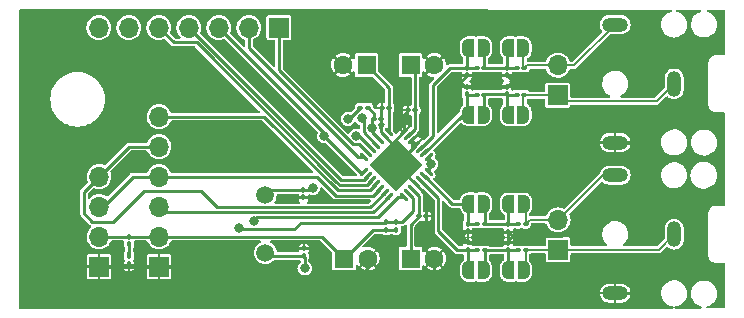
<source format=gbr>
%TF.GenerationSoftware,KiCad,Pcbnew,(6.0.5)*%
%TF.CreationDate,2022-08-07T22:36:51-04:00*%
%TF.ProjectId,ADE7953-Power-Sensor-breakout,41444537-3935-4332-9d50-6f7765722d53,rev?*%
%TF.SameCoordinates,Original*%
%TF.FileFunction,Copper,L1,Top*%
%TF.FilePolarity,Positive*%
%FSLAX46Y46*%
G04 Gerber Fmt 4.6, Leading zero omitted, Abs format (unit mm)*
G04 Created by KiCad (PCBNEW (6.0.5)) date 2022-08-07 22:36:51*
%MOMM*%
%LPD*%
G01*
G04 APERTURE LIST*
G04 Aperture macros list*
%AMRoundRect*
0 Rectangle with rounded corners*
0 $1 Rounding radius*
0 $2 $3 $4 $5 $6 $7 $8 $9 X,Y pos of 4 corners*
0 Add a 4 corners polygon primitive as box body*
4,1,4,$2,$3,$4,$5,$6,$7,$8,$9,$2,$3,0*
0 Add four circle primitives for the rounded corners*
1,1,$1+$1,$2,$3*
1,1,$1+$1,$4,$5*
1,1,$1+$1,$6,$7*
1,1,$1+$1,$8,$9*
0 Add four rect primitives between the rounded corners*
20,1,$1+$1,$2,$3,$4,$5,0*
20,1,$1+$1,$4,$5,$6,$7,0*
20,1,$1+$1,$6,$7,$8,$9,0*
20,1,$1+$1,$8,$9,$2,$3,0*%
%AMRotRect*
0 Rectangle, with rotation*
0 The origin of the aperture is its center*
0 $1 length*
0 $2 width*
0 $3 Rotation angle, in degrees counterclockwise*
0 Add horizontal line*
21,1,$1,$2,0,0,$3*%
%AMFreePoly0*
4,1,20,0.000000,0.744959,0.073905,0.744508,0.209726,0.703889,0.328688,0.626782,0.421226,0.519385,0.479903,0.390333,0.500000,0.250000,0.500000,-0.250000,0.499851,-0.262216,0.476331,-0.402017,0.414519,-0.529596,0.319384,-0.634700,0.198574,-0.708877,0.061801,-0.746166,0.000000,-0.745033,0.000000,-0.750000,-0.500000,-0.750000,-0.500000,0.750000,0.000000,0.750000,0.000000,0.744959,
0.000000,0.744959,$1*%
%AMFreePoly1*
4,1,22,0.500000,-0.750000,0.000000,-0.750000,0.000000,-0.745033,-0.079941,-0.743568,-0.215256,-0.701293,-0.333266,-0.622738,-0.424486,-0.514219,-0.481581,-0.384460,-0.499164,-0.250000,-0.500000,-0.250000,-0.500000,0.250000,-0.499164,0.250000,-0.499963,0.256109,-0.478152,0.396186,-0.417904,0.524511,-0.324060,0.630769,-0.204165,0.706417,-0.067858,0.745374,0.000000,0.744959,0.000000,0.750000,
0.500000,0.750000,0.500000,-0.750000,0.500000,-0.750000,$1*%
G04 Aperture macros list end*
%TA.AperFunction,ComponentPad*%
%ADD10C,1.500000*%
%TD*%
%TA.AperFunction,SMDPad,CuDef*%
%ADD11RoundRect,0.062500X0.327037X-0.238649X-0.238649X0.327037X-0.327037X0.238649X0.238649X-0.327037X0*%
%TD*%
%TA.AperFunction,SMDPad,CuDef*%
%ADD12RoundRect,0.062500X0.327037X0.238649X0.238649X0.327037X-0.327037X-0.238649X-0.238649X-0.327037X0*%
%TD*%
%TA.AperFunction,SMDPad,CuDef*%
%ADD13RotRect,3.140000X3.140000X135.000000*%
%TD*%
%TA.AperFunction,SMDPad,CuDef*%
%ADD14RoundRect,0.100000X-0.130000X-0.100000X0.130000X-0.100000X0.130000X0.100000X-0.130000X0.100000X0*%
%TD*%
%TA.AperFunction,SMDPad,CuDef*%
%ADD15RoundRect,0.100000X-0.100000X0.130000X-0.100000X-0.130000X0.100000X-0.130000X0.100000X0.130000X0*%
%TD*%
%TA.AperFunction,ComponentPad*%
%ADD16R,1.600000X1.600000*%
%TD*%
%TA.AperFunction,ComponentPad*%
%ADD17C,1.600000*%
%TD*%
%TA.AperFunction,SMDPad,CuDef*%
%ADD18RoundRect,0.100000X0.130000X0.100000X-0.130000X0.100000X-0.130000X-0.100000X0.130000X-0.100000X0*%
%TD*%
%TA.AperFunction,SMDPad,CuDef*%
%ADD19RoundRect,0.100000X0.100000X-0.130000X0.100000X0.130000X-0.100000X0.130000X-0.100000X-0.130000X0*%
%TD*%
%TA.AperFunction,ComponentPad*%
%ADD20O,2.200000X1.200000*%
%TD*%
%TA.AperFunction,ComponentPad*%
%ADD21O,1.200000X2.200000*%
%TD*%
%TA.AperFunction,SMDPad,CuDef*%
%ADD22FreePoly0,180.000000*%
%TD*%
%TA.AperFunction,SMDPad,CuDef*%
%ADD23FreePoly1,180.000000*%
%TD*%
%TA.AperFunction,ComponentPad*%
%ADD24R,1.700000X1.700000*%
%TD*%
%TA.AperFunction,ComponentPad*%
%ADD25O,1.700000X1.700000*%
%TD*%
%TA.AperFunction,SMDPad,CuDef*%
%ADD26RoundRect,0.100000X0.100000X-0.217500X0.100000X0.217500X-0.100000X0.217500X-0.100000X-0.217500X0*%
%TD*%
%TA.AperFunction,ViaPad*%
%ADD27C,0.800000*%
%TD*%
%TA.AperFunction,Conductor*%
%ADD28C,0.250000*%
%TD*%
%TA.AperFunction,Conductor*%
%ADD29C,0.200000*%
%TD*%
G04 APERTURE END LIST*
D10*
%TO.P,Y1,2,2*%
%TO.N,Net-(C12-Pad1)*%
X191660000Y-70110000D03*
%TO.P,Y1,1,1*%
%TO.N,Net-(C13-Pad1)*%
X191660000Y-65230000D03*
%TD*%
D11*
%TO.P,U1,1,ZX*%
%TO.N,ZX*%
X203357557Y-65398878D03*
%TO.P,U1,2,~{RESET}*%
%TO.N,reset*%
X203711111Y-65045324D03*
%TO.P,U1,3,VINTD*%
%TO.N,Net-(C10-Pad1)*%
X204064664Y-64691771D03*
%TO.P,U1,4,DGND*%
%TO.N,GND*%
X204418217Y-64338217D03*
%TO.P,U1,5,IAP*%
%TO.N,Net-(U1-Pad5)*%
X204771771Y-63984664D03*
%TO.P,U1,6,IAN*%
%TO.N,Net-(U1-Pad6)*%
X205125324Y-63631111D03*
%TO.P,U1,7,PULL_HIGH*%
%TO.N,+3V3*%
X205478878Y-63277557D03*
D12*
%TO.P,U1,8,PULL_HIGH*%
X205478878Y-62022443D03*
%TO.P,U1,9,IBP*%
%TO.N,Net-(U1-Pad9)*%
X205125324Y-61668889D03*
%TO.P,U1,10,IBN*%
%TO.N,Net-(U1-Pad10)*%
X204771771Y-61315336D03*
%TO.P,U1,11,VN*%
%TO.N,GND*%
X204418217Y-60961783D03*
%TO.P,U1,12,VP*%
X204064664Y-60608229D03*
%TO.P,U1,13,REF*%
%TO.N,Net-(C14-Pad1)*%
X203711111Y-60254676D03*
%TO.P,U1,14,PULL_LOW*%
%TO.N,GND*%
X203357557Y-59901122D03*
D11*
%TO.P,U1,15,VINTA*%
%TO.N,Net-(C11-Pad1)*%
X202102443Y-59901122D03*
%TO.P,U1,16,AGND*%
%TO.N,GND*%
X201748889Y-60254676D03*
%TO.P,U1,17,VDD*%
%TO.N,+3V3*%
X201395336Y-60608229D03*
%TO.P,U1,18,CLKIN*%
%TO.N,Net-(C13-Pad1)*%
X201041783Y-60961783D03*
%TO.P,U1,19,CLKOUT*%
%TO.N,Net-(C12-Pad1)*%
X200688229Y-61315336D03*
%TO.P,U1,20,~{REVP}*%
%TO.N,REVP*%
X200334676Y-61668889D03*
%TO.P,U1,21,ZX_I*%
%TO.N,ZX_I*%
X199981122Y-62022443D03*
D12*
%TO.P,U1,22,~{IRQ}*%
%TO.N,IRQ*%
X199981122Y-63277557D03*
%TO.P,U1,23,CF1*%
%TO.N,CF1*%
X200334676Y-63631111D03*
%TO.P,U1,24,CF2*%
%TO.N,CF2*%
X200688229Y-63984664D03*
%TO.P,U1,25,SCLK*%
%TO.N,SCLK*%
X201041783Y-64338217D03*
%TO.P,U1,26,MISO/SDA/TX*%
%TO.N,MISO*%
X201395336Y-64691771D03*
%TO.P,U1,27,MOSI/SCL/RX*%
%TO.N,MOSI*%
X201748889Y-65045324D03*
%TO.P,U1,28,~{CS}*%
%TO.N,CS*%
X202102443Y-65398878D03*
D13*
%TO.P,U1,29,EP*%
%TO.N,GND*%
X202730000Y-62650000D03*
%TD*%
D14*
%TO.P,R9,1*%
%TO.N,IRQ*%
X199700000Y-57830000D03*
%TO.P,R9,2*%
%TO.N,+3V3*%
X200340000Y-57830000D03*
%TD*%
D15*
%TO.P,R8,1*%
%TO.N,reset*%
X201910000Y-67550000D03*
%TO.P,R8,2*%
%TO.N,+3V3*%
X201910000Y-68190000D03*
%TD*%
D16*
%TO.P,C17,1*%
%TO.N,+3V3*%
X198314888Y-70610000D03*
D17*
%TO.P,C17,2*%
%TO.N,GND*%
X200314888Y-70610000D03*
%TD*%
D14*
%TO.P,C16,1*%
%TO.N,+3V3*%
X200810000Y-58760000D03*
%TO.P,C16,2*%
%TO.N,GND*%
X201450000Y-58760000D03*
%TD*%
D16*
%TO.P,C15,1*%
%TO.N,Net-(C14-Pad1)*%
X203944888Y-54220000D03*
D17*
%TO.P,C15,2*%
%TO.N,GND*%
X205944888Y-54220000D03*
%TD*%
D18*
%TO.P,C14,1*%
%TO.N,Net-(C14-Pad1)*%
X204360000Y-58060000D03*
%TO.P,C14,2*%
%TO.N,GND*%
X203720000Y-58060000D03*
%TD*%
D15*
%TO.P,C13,2*%
%TO.N,GND*%
X194880000Y-65430000D03*
%TO.P,C13,1*%
%TO.N,Net-(C13-Pad1)*%
X194880000Y-64790000D03*
%TD*%
D19*
%TO.P,C12,2*%
%TO.N,GND*%
X194930000Y-69760000D03*
%TO.P,C12,1*%
%TO.N,Net-(C12-Pad1)*%
X194930000Y-70400000D03*
%TD*%
D16*
%TO.P,C11,1*%
%TO.N,Net-(C11-Pad1)*%
X200225113Y-54230000D03*
D17*
%TO.P,C11,2*%
%TO.N,GND*%
X198225113Y-54230000D03*
%TD*%
%TO.P,C10,2*%
%TO.N,GND*%
X205944888Y-70610000D03*
D16*
%TO.P,C10,1*%
%TO.N,Net-(C10-Pad1)*%
X203944888Y-70610000D03*
%TD*%
D18*
%TO.P,C9,1*%
%TO.N,Net-(C11-Pad1)*%
X202150000Y-57850000D03*
%TO.P,C9,2*%
%TO.N,GND*%
X201510000Y-57850000D03*
%TD*%
D14*
%TO.P,C8,1*%
%TO.N,Net-(C10-Pad1)*%
X204650000Y-67030000D03*
%TO.P,C8,2*%
%TO.N,GND*%
X205290000Y-67030000D03*
%TD*%
D19*
%TO.P,C7,1*%
%TO.N,+3V3*%
X202710000Y-68190000D03*
%TO.P,C7,2*%
%TO.N,reset*%
X202710000Y-67550000D03*
%TD*%
D20*
%TO.P,INPUT-B-1,R*%
%TO.N,GND*%
X221267887Y-60800000D03*
D21*
%TO.P,INPUT-B-1,S*%
%TO.N,IBP*%
X226267887Y-55800000D03*
D20*
%TO.P,INPUT-B-1,T*%
%TO.N,IBN*%
X221267887Y-50800000D03*
%TD*%
D22*
%TO.P,JP3,2,B*%
%TO.N,Net-(U1-Pad5)*%
X208847887Y-71610000D03*
D23*
%TO.P,JP3,1,A*%
%TO.N,Net-(R2-Pad1)*%
X210147887Y-71610000D03*
%TD*%
D14*
%TO.P,R10,1*%
%TO.N,Net-(U1-Pad10)*%
X209562887Y-54440000D03*
%TO.P,R10,2*%
%TO.N,Net-(C4-Pad2)*%
X210202887Y-54440000D03*
%TD*%
D18*
%TO.P,R7,2*%
%TO.N,Net-(U1-Pad9)*%
X209552887Y-56730000D03*
%TO.P,R7,1*%
%TO.N,Net-(C3-Pad1)*%
X210192887Y-56730000D03*
%TD*%
D14*
%TO.P,R6,1*%
%TO.N,Net-(R3-Pad2)*%
X213047887Y-67670000D03*
%TO.P,R6,2*%
%TO.N,IAN*%
X213687887Y-67670000D03*
%TD*%
D18*
%TO.P,R1,2*%
%TO.N,Net-(R2-Pad1)*%
X213047887Y-69930000D03*
%TO.P,R1,1*%
%TO.N,IAP*%
X213687887Y-69930000D03*
%TD*%
D22*
%TO.P,JP8,2,B*%
%TO.N,Net-(U1-Pad10)*%
X208837887Y-52760000D03*
D23*
%TO.P,JP8,1,A*%
%TO.N,Net-(C4-Pad2)*%
X210137887Y-52760000D03*
%TD*%
D22*
%TO.P,JP7,2,B*%
%TO.N,Net-(U1-Pad9)*%
X208827887Y-58420000D03*
D23*
%TO.P,JP7,1,A*%
%TO.N,Net-(C3-Pad1)*%
X210127887Y-58420000D03*
%TD*%
%TO.P,JP6,1,A*%
%TO.N,IBN*%
X213497887Y-52760000D03*
D22*
%TO.P,JP6,2,B*%
%TO.N,Net-(C4-Pad2)*%
X212197887Y-52760000D03*
%TD*%
%TO.P,JP5,2,B*%
%TO.N,Net-(C3-Pad1)*%
X212187887Y-58420000D03*
D23*
%TO.P,JP5,1,A*%
%TO.N,IBP*%
X213487887Y-58420000D03*
%TD*%
%TO.P,JP4,1,A*%
%TO.N,Net-(R3-Pad2)*%
X210147887Y-65970000D03*
D22*
%TO.P,JP4,2,B*%
%TO.N,Net-(U1-Pad6)*%
X208847887Y-65970000D03*
%TD*%
%TO.P,JP2,2,B*%
%TO.N,Net-(R3-Pad2)*%
X212217887Y-65980000D03*
D23*
%TO.P,JP2,1,A*%
%TO.N,IAN*%
X213517887Y-65980000D03*
%TD*%
D22*
%TO.P,JP1,2,B*%
%TO.N,Net-(R2-Pad1)*%
X212217887Y-71610000D03*
D23*
%TO.P,JP1,1,A*%
%TO.N,IAP*%
X213517887Y-71610000D03*
%TD*%
D19*
%TO.P,C19,1*%
%TO.N,GND*%
X208712887Y-55110000D03*
%TO.P,C19,2*%
%TO.N,Net-(U1-Pad10)*%
X208712887Y-54470000D03*
%TD*%
%TO.P,C18,2*%
%TO.N,GND*%
X208702887Y-56060000D03*
%TO.P,C18,1*%
%TO.N,Net-(U1-Pad9)*%
X208702887Y-56700000D03*
%TD*%
%TO.P,C6,1*%
%TO.N,GND*%
X212237887Y-68340000D03*
%TO.P,C6,2*%
%TO.N,Net-(R3-Pad2)*%
X212237887Y-67700000D03*
%TD*%
%TO.P,C5,2*%
%TO.N,GND*%
X212237887Y-69260000D03*
%TO.P,C5,1*%
%TO.N,Net-(R2-Pad1)*%
X212237887Y-69900000D03*
%TD*%
D24*
%TO.P,J1,1,Pin_1*%
%TO.N,REVP*%
X192795000Y-51055000D03*
D25*
%TO.P,J1,2,Pin_2*%
%TO.N,ZX_I*%
X190255000Y-51055000D03*
%TO.P,J1,3,Pin_3*%
%TO.N,IRQ*%
X187715000Y-51055000D03*
%TO.P,J1,4,Pin_4*%
%TO.N,CF1*%
X185175000Y-51055000D03*
%TO.P,J1,5,Pin_5*%
%TO.N,CF2*%
X182635000Y-51055000D03*
%TO.P,J1,6,Pin_6*%
%TO.N,ZX*%
X180095000Y-51055000D03*
%TO.P,J1,7,Pin_7*%
%TO.N,reset*%
X177555000Y-51055000D03*
%TD*%
%TO.P,J7,6,Pin_6*%
%TO.N,SCLK*%
X182650000Y-58590000D03*
%TO.P,J7,5,Pin_5*%
%TO.N,MOSI*%
X182650000Y-61130000D03*
%TO.P,J7,4,Pin_4*%
%TO.N,MISO*%
X182650000Y-63670000D03*
%TO.P,J7,3,Pin_3*%
%TO.N,CS*%
X182650000Y-66210000D03*
%TO.P,J7,2,Pin_2*%
%TO.N,+3V3*%
X182650000Y-68750000D03*
D24*
%TO.P,J7,1,Pin_1*%
%TO.N,GND*%
X182650000Y-71290000D03*
%TD*%
%TO.P,INPUT-B-2,1,Pin_1*%
%TO.N,IBP*%
X216407887Y-56785000D03*
D25*
%TO.P,INPUT-B-2,2,Pin_2*%
%TO.N,IBN*%
X216407887Y-54245000D03*
%TD*%
D14*
%TO.P,R3,1*%
%TO.N,Net-(U1-Pad6)*%
X209607887Y-67650000D03*
%TO.P,R3,2*%
%TO.N,Net-(R3-Pad2)*%
X210247887Y-67650000D03*
%TD*%
D19*
%TO.P,C2,1*%
%TO.N,GND*%
X208787887Y-68320000D03*
%TO.P,C2,2*%
%TO.N,Net-(U1-Pad6)*%
X208787887Y-67680000D03*
%TD*%
%TO.P,C1,2*%
%TO.N,GND*%
X208787887Y-69250000D03*
%TO.P,C1,1*%
%TO.N,Net-(U1-Pad5)*%
X208787887Y-69890000D03*
%TD*%
%TO.P,R14,1*%
%TO.N,Net-(D3-Pad2)*%
X180120000Y-69413750D03*
%TO.P,R14,2*%
%TO.N,+3V3*%
X180120000Y-68773750D03*
%TD*%
D14*
%TO.P,R5,2*%
%TO.N,IBN*%
X213587887Y-54440000D03*
%TO.P,R5,1*%
%TO.N,Net-(C4-Pad2)*%
X212947887Y-54440000D03*
%TD*%
D18*
%TO.P,R4,1*%
%TO.N,IBP*%
X213577887Y-56730000D03*
%TO.P,R4,2*%
%TO.N,Net-(C3-Pad1)*%
X212937887Y-56730000D03*
%TD*%
D26*
%TO.P,D3,2,A*%
%TO.N,Net-(D3-Pad2)*%
X180120000Y-70346250D03*
%TO.P,D3,1,K*%
%TO.N,GND*%
X180120000Y-71161250D03*
%TD*%
D19*
%TO.P,C3,1*%
%TO.N,Net-(C3-Pad1)*%
X212092887Y-56700000D03*
%TO.P,C3,2*%
%TO.N,GND*%
X212092887Y-56060000D03*
%TD*%
D25*
%TO.P,J6,4,Pin_4*%
%TO.N,MOSI*%
X177570000Y-63670000D03*
%TO.P,J6,3,Pin_3*%
%TO.N,MISO*%
X177570000Y-66210000D03*
%TO.P,J6,2,Pin_2*%
%TO.N,+3V3*%
X177570000Y-68750000D03*
D24*
%TO.P,J6,1,Pin_1*%
%TO.N,GND*%
X177570000Y-71290000D03*
%TD*%
D19*
%TO.P,C4,2*%
%TO.N,Net-(C4-Pad2)*%
X212102887Y-54470000D03*
%TO.P,C4,1*%
%TO.N,GND*%
X212102887Y-55110000D03*
%TD*%
D24*
%TO.P,INPUT-A-2,1,Pin_1*%
%TO.N,IAP*%
X216437887Y-69875000D03*
D25*
%TO.P,INPUT-A-2,2,Pin_2*%
%TO.N,IAN*%
X216437887Y-67335000D03*
%TD*%
D20*
%TO.P,INPUT-A-1,R*%
%TO.N,GND*%
X221267887Y-73550000D03*
D21*
%TO.P,INPUT-A-1,S*%
%TO.N,IAP*%
X226267887Y-68550000D03*
D20*
%TO.P,INPUT-A-1,T*%
%TO.N,IAN*%
X221267887Y-63550000D03*
%TD*%
D18*
%TO.P,R2,1*%
%TO.N,Net-(R2-Pad1)*%
X210247887Y-69920000D03*
%TO.P,R2,2*%
%TO.N,Net-(U1-Pad5)*%
X209607887Y-69920000D03*
%TD*%
D27*
%TO.N,GND*%
X194230000Y-58870000D03*
X193800000Y-65570000D03*
%TO.N,reset*%
X189380000Y-68050500D03*
%TO.N,ZX*%
X190660000Y-67404019D03*
%TO.N,IRQ*%
X198640000Y-58790000D03*
X196640000Y-60230000D03*
%TO.N,Net-(C12-Pad1)*%
X194980000Y-71440000D03*
%TO.N,Net-(C13-Pad1)*%
X195700500Y-64620000D03*
%TO.N,Net-(C12-Pad1)*%
X199326651Y-60232592D03*
%TO.N,Net-(C13-Pad1)*%
X199860000Y-58750000D03*
%TO.N,+3V3*%
X200680000Y-59600000D03*
X205700000Y-62610000D03*
%TD*%
D28*
%TO.N,Net-(R2-Pad1)*%
X213047887Y-69930000D02*
X212267887Y-69930000D01*
X212267887Y-69930000D02*
X212237887Y-69900000D01*
X212217887Y-69920000D02*
X212237887Y-69900000D01*
X210247887Y-69920000D02*
X212217887Y-69920000D01*
D29*
%TO.N,IAP*%
X224942887Y-69875000D02*
X226267887Y-68550000D01*
%TO.N,IBP*%
X224777887Y-57290000D02*
X226267887Y-55800000D01*
X216912887Y-57290000D02*
X224777887Y-57290000D01*
X216407887Y-56785000D02*
X216912887Y-57290000D01*
D28*
%TO.N,reset*%
X194106470Y-68103530D02*
X189433030Y-68103530D01*
X194640000Y-67570000D02*
X194106470Y-68103530D01*
X189433030Y-68103530D02*
X189380000Y-68050500D01*
X201890000Y-67570000D02*
X194640000Y-67570000D01*
X201910000Y-67550000D02*
X201890000Y-67570000D01*
%TO.N,ZX*%
X201195487Y-67129039D02*
X190934980Y-67129039D01*
X202925648Y-65398878D02*
X201195487Y-67129039D01*
X190934980Y-67129039D02*
X190660000Y-67404019D01*
X203357557Y-65398878D02*
X202925648Y-65398878D01*
%TO.N,GND*%
X199360000Y-72390000D02*
X205300000Y-72390000D01*
X199360000Y-72390000D02*
X200314888Y-71435112D01*
X205944888Y-71745112D02*
X205944888Y-70610000D01*
X199350000Y-72400000D02*
X199360000Y-72390000D01*
X205300000Y-72390000D02*
X205944888Y-71745112D01*
X195530000Y-69760000D02*
X196740000Y-70970000D01*
X194930000Y-69760000D02*
X195530000Y-69760000D01*
X196740000Y-70970000D02*
X196740000Y-72400000D01*
X196740000Y-72400000D02*
X199350000Y-72400000D01*
X194050000Y-72400000D02*
X196740000Y-72400000D01*
X192940000Y-71290000D02*
X194050000Y-72400000D01*
X182650000Y-71290000D02*
X192940000Y-71290000D01*
X200314888Y-71435112D02*
X200314888Y-70610000D01*
%TO.N,+3V3*%
X182650000Y-68750000D02*
X196454888Y-68750000D01*
X196454888Y-68750000D02*
X198314888Y-70610000D01*
%TO.N,CS*%
X183144519Y-66704519D02*
X182650000Y-66210000D01*
X200796802Y-66704519D02*
X183144519Y-66704519D01*
X202102443Y-65398878D02*
X200796802Y-66704519D01*
%TO.N,MOSI*%
X176280000Y-64960000D02*
X177570000Y-63670000D01*
X181350000Y-64920000D02*
X178790000Y-67480000D01*
X186230000Y-64920000D02*
X181350000Y-64920000D01*
X178790000Y-67480000D02*
X176970000Y-67480000D01*
X176970000Y-67480000D02*
X176280000Y-66790000D01*
X176280000Y-66790000D02*
X176280000Y-64960000D01*
X200514213Y-66280000D02*
X187590000Y-66280000D01*
X201748889Y-65045324D02*
X200514213Y-66280000D01*
X187590000Y-66280000D02*
X186230000Y-64920000D01*
%TO.N,MISO*%
X182670000Y-63690000D02*
X182650000Y-63670000D01*
X196008917Y-63690000D02*
X182670000Y-63690000D01*
X197344758Y-65025841D02*
X196008917Y-63690000D01*
X197598916Y-65280000D02*
X197344758Y-65025841D01*
X201395336Y-64691771D02*
X200807107Y-65280000D01*
X200807107Y-65280000D02*
X197598916Y-65280000D01*
%TO.N,Net-(C13-Pad1)*%
X195700500Y-64620000D02*
X195530500Y-64790000D01*
X195530500Y-64790000D02*
X194880000Y-64790000D01*
%TO.N,SCLK*%
X191509278Y-58590000D02*
X182650000Y-58590000D01*
X197769278Y-64850000D02*
X191509278Y-58590000D01*
X200530000Y-64850000D02*
X197769278Y-64850000D01*
X201041783Y-64338217D02*
X200530000Y-64850000D01*
%TO.N,CF2*%
X185839639Y-52320000D02*
X183900000Y-52320000D01*
X197662094Y-64142455D02*
X185839639Y-52320000D01*
X197939638Y-64420000D02*
X197662094Y-64142455D01*
X183900000Y-52320000D02*
X182635000Y-51055000D01*
X200688229Y-63984664D02*
X200252893Y-64420000D01*
X200252893Y-64420000D02*
X197939638Y-64420000D01*
%TO.N,CF1*%
X198086614Y-63966614D02*
X185175000Y-51055000D01*
X199999173Y-63966614D02*
X198086614Y-63966614D01*
X200334676Y-63631111D02*
X199999173Y-63966614D01*
%TO.N,IRQ*%
X196640000Y-59980000D02*
X187715000Y-51055000D01*
X196640000Y-60230000D02*
X196640000Y-59980000D01*
X198640000Y-58790000D02*
X198740000Y-58790000D01*
X198740000Y-58790000D02*
X199700000Y-57830000D01*
X199981122Y-63277557D02*
X199687557Y-63277557D01*
X199687557Y-63277557D02*
X196640000Y-60230000D01*
%TO.N,ZX_I*%
X190255000Y-52750562D02*
X190255000Y-51055000D01*
X199981122Y-62022443D02*
X199526882Y-62022443D01*
X199526882Y-62022443D02*
X190255000Y-52750562D01*
%TO.N,REVP*%
X192795000Y-54690200D02*
X192795000Y-51055000D01*
X199597890Y-60932103D02*
X199036903Y-60932103D01*
X199036903Y-60932103D02*
X192795000Y-54690200D01*
X200334676Y-61668889D02*
X199597890Y-60932103D01*
%TO.N,+3V3*%
X200810000Y-58300000D02*
X200340000Y-57830000D01*
X200810000Y-58760000D02*
X200810000Y-58300000D01*
%TO.N,Net-(C12-Pad1)*%
X199326651Y-60232592D02*
X199602592Y-60232592D01*
X199602592Y-60232592D02*
X200685336Y-61315336D01*
X200685336Y-61315336D02*
X200688229Y-61315336D01*
%TO.N,Net-(C13-Pad1)*%
X199860000Y-58750000D02*
X199980489Y-58870489D01*
X199980489Y-58870489D02*
X199980489Y-59900489D01*
X199980489Y-59900489D02*
X201041783Y-60961783D01*
%TO.N,Net-(C12-Pad1)*%
X194930000Y-70400000D02*
X191950000Y-70400000D01*
X191950000Y-70400000D02*
X191660000Y-70110000D01*
X194980000Y-70450000D02*
X194930000Y-70400000D01*
X194980000Y-71440000D02*
X194980000Y-70450000D01*
%TO.N,Net-(C13-Pad1)*%
X192100000Y-64790000D02*
X191660000Y-65230000D01*
X194880000Y-64790000D02*
X192100000Y-64790000D01*
%TO.N,+3V3*%
X200734888Y-68190000D02*
X198314888Y-70610000D01*
X201910000Y-68190000D02*
X200734888Y-68190000D01*
X202710000Y-68190000D02*
X201910000Y-68190000D01*
%TO.N,reset*%
X202710000Y-67550000D02*
X201910000Y-67550000D01*
X204180000Y-65510000D02*
X204180000Y-66580000D01*
X204180000Y-66580000D02*
X203210000Y-67550000D01*
X203210000Y-67550000D02*
X202710000Y-67550000D01*
X203711111Y-65045324D02*
X203715324Y-65045324D01*
X203715324Y-65045324D02*
X204180000Y-65510000D01*
%TO.N,GND*%
X203357557Y-59901122D02*
X203357557Y-58422443D01*
X203357557Y-58422443D02*
X203720000Y-58060000D01*
X201450000Y-57910000D02*
X201510000Y-57850000D01*
X201450000Y-58760000D02*
X201450000Y-57910000D01*
%TO.N,Net-(C10-Pad1)*%
X203944888Y-67735112D02*
X203944888Y-70610000D01*
X204650000Y-67030000D02*
X203944888Y-67735112D01*
%TO.N,GND*%
X205290000Y-69955112D02*
X205944888Y-70610000D01*
X205290000Y-67030000D02*
X205290000Y-69955112D01*
X205290000Y-65210000D02*
X204418217Y-64338217D01*
X205290000Y-67030000D02*
X205290000Y-65210000D01*
%TO.N,Net-(C10-Pad1)*%
X204650000Y-65277107D02*
X204650000Y-67030000D01*
X204064664Y-64691771D02*
X204650000Y-65277107D01*
%TO.N,Net-(C14-Pad1)*%
X204360000Y-54635112D02*
X203944888Y-54220000D01*
X204360000Y-58060000D02*
X204360000Y-54635112D01*
X204360000Y-59605787D02*
X203711111Y-60254676D01*
X204360000Y-58060000D02*
X204360000Y-59605787D01*
%TO.N,Net-(C11-Pad1)*%
X202150000Y-56154887D02*
X200225113Y-54230000D01*
X202150000Y-57850000D02*
X202150000Y-56154887D01*
X202102443Y-57897557D02*
X202150000Y-57850000D01*
X202102443Y-59901122D02*
X202102443Y-57897557D01*
%TO.N,+3V3*%
X200680000Y-58890000D02*
X200810000Y-58760000D01*
X200680000Y-59600000D02*
X200680000Y-58890000D01*
%TO.N,GND*%
X201413386Y-59919173D02*
X201413386Y-58796614D01*
X201748889Y-60254676D02*
X201413386Y-59919173D01*
X201413386Y-58796614D02*
X201450000Y-58760000D01*
%TO.N,+3V3*%
X201388229Y-60608229D02*
X201395336Y-60608229D01*
X200680000Y-59900000D02*
X201388229Y-60608229D01*
X200680000Y-59600000D02*
X200680000Y-59900000D01*
%TO.N,GND*%
X180120000Y-71180000D02*
X180230000Y-71290000D01*
X180120000Y-71161250D02*
X180120000Y-71180000D01*
X180230000Y-71290000D02*
X182650000Y-71290000D01*
X177570000Y-71290000D02*
X180230000Y-71290000D01*
%TO.N,Net-(D3-Pad2)*%
X180120000Y-70346250D02*
X180120000Y-69413750D01*
%TO.N,+3V3*%
X205688878Y-62598878D02*
X205700000Y-62610000D01*
X205478878Y-62598878D02*
X205688878Y-62598878D01*
X205478878Y-62598878D02*
X205478878Y-62022443D01*
X205478878Y-63277557D02*
X205478878Y-62598878D01*
%TO.N,GND*%
X204418217Y-64338217D02*
X202730000Y-62650000D01*
X203357557Y-59901122D02*
X202730000Y-60528679D01*
X202730000Y-60528679D02*
X202730000Y-62650000D01*
X202730000Y-61235787D02*
X202730000Y-62650000D01*
X201748889Y-60254676D02*
X202730000Y-61235787D01*
X204418217Y-60961783D02*
X202730000Y-62650000D01*
X204064664Y-60608229D02*
X204064664Y-61315336D01*
X204064664Y-61315336D02*
X202730000Y-62650000D01*
%TO.N,Net-(U1-Pad5)*%
X207890000Y-69890000D02*
X208787887Y-69890000D01*
X206302288Y-65515181D02*
X206302288Y-68302288D01*
X204771771Y-63984664D02*
X206302288Y-65515181D01*
X206302288Y-68302288D02*
X207890000Y-69890000D01*
%TO.N,Net-(U1-Pad6)*%
X205131111Y-63631111D02*
X207470000Y-65970000D01*
X205125324Y-63631111D02*
X205131111Y-63631111D01*
X207470000Y-65970000D02*
X208847887Y-65970000D01*
%TO.N,Net-(U1-Pad10)*%
X205860000Y-60230000D02*
X205860000Y-55920000D01*
X204774664Y-61315336D02*
X205860000Y-60230000D01*
X204771771Y-61315336D02*
X204774664Y-61315336D01*
X205860000Y-55920000D02*
X207310000Y-54470000D01*
X207310000Y-54470000D02*
X208712887Y-54470000D01*
%TO.N,Net-(U1-Pad9)*%
X208374213Y-58420000D02*
X208827887Y-58420000D01*
X205125324Y-61668889D02*
X208374213Y-58420000D01*
%TO.N,GND*%
X208152887Y-55670000D02*
X208197887Y-55625000D01*
%TO.N,Net-(U1-Pad10)*%
X208712887Y-54470000D02*
X208557881Y-54470000D01*
X208557881Y-54470000D02*
X208547881Y-54480000D01*
%TO.N,GND*%
X212237887Y-69040000D02*
X212587887Y-68690000D01*
X212237887Y-69260000D02*
X212237887Y-69040000D01*
X212587887Y-68690000D02*
X212237887Y-68340000D01*
X216717887Y-68690000D02*
X212587887Y-68690000D01*
X218277887Y-67130000D02*
X216717887Y-68690000D01*
X226620000Y-67130000D02*
X218277887Y-67130000D01*
X227167407Y-67677407D02*
X226620000Y-67130000D01*
X227167407Y-69422593D02*
X227167407Y-67677407D01*
X223040000Y-73550000D02*
X227167407Y-69422593D01*
X221267887Y-73550000D02*
X223040000Y-73550000D01*
X219817407Y-54400480D02*
X218627887Y-55590000D01*
X226728367Y-54400480D02*
X219817407Y-54400480D01*
X227167407Y-54839520D02*
X226728367Y-54400480D01*
X218627887Y-55590000D02*
X212582887Y-55590000D01*
X227167407Y-56672593D02*
X227167407Y-54839520D01*
X223040000Y-60800000D02*
X227167407Y-56672593D01*
X221267887Y-60800000D02*
X223040000Y-60800000D01*
X212112887Y-56060000D02*
X212582887Y-55590000D01*
X212092887Y-56060000D02*
X212112887Y-56060000D01*
X212582887Y-55590000D02*
X212102887Y-55110000D01*
D29*
%TO.N,IBP*%
X213632887Y-56785000D02*
X216407887Y-56785000D01*
X213577887Y-56730000D02*
X213632887Y-56785000D01*
%TO.N,IBN*%
X217822887Y-54245000D02*
X221267887Y-50800000D01*
X216407887Y-54245000D02*
X217822887Y-54245000D01*
X213782887Y-54245000D02*
X216407887Y-54245000D01*
X213587887Y-54440000D02*
X213782887Y-54245000D01*
D28*
%TO.N,GND*%
X208197887Y-55680000D02*
X208197887Y-55625000D01*
X208577887Y-56060000D02*
X208197887Y-55680000D01*
X208197887Y-55625000D02*
X208712887Y-55110000D01*
X208702887Y-56060000D02*
X208577887Y-56060000D01*
X212102887Y-55110000D02*
X208712887Y-55110000D01*
%TO.N,Net-(U1-Pad10)*%
X208712887Y-52885000D02*
X208837887Y-52760000D01*
X208712887Y-54470000D02*
X208712887Y-52885000D01*
X208742887Y-54440000D02*
X208712887Y-54470000D01*
X209562887Y-54440000D02*
X208742887Y-54440000D01*
%TO.N,Net-(C4-Pad2)*%
X210202887Y-52825000D02*
X210137887Y-52760000D01*
X210202887Y-54440000D02*
X210202887Y-52825000D01*
X210232887Y-54470000D02*
X210202887Y-54440000D01*
X212102887Y-54470000D02*
X210232887Y-54470000D01*
X212102887Y-52855000D02*
X212197887Y-52760000D01*
X212102887Y-54470000D02*
X212102887Y-52855000D01*
X212132887Y-54440000D02*
X212102887Y-54470000D01*
X212947887Y-54440000D02*
X212132887Y-54440000D01*
D29*
%TO.N,IBN*%
X213497887Y-54350000D02*
X213587887Y-54440000D01*
X213497887Y-52760000D02*
X213497887Y-54350000D01*
D28*
%TO.N,GND*%
X212092887Y-56060000D02*
X208702887Y-56060000D01*
%TO.N,Net-(U1-Pad9)*%
X208702887Y-56700000D02*
X208702887Y-58295000D01*
X208702887Y-58295000D02*
X208827887Y-58420000D01*
X208732887Y-56730000D02*
X208702887Y-56700000D01*
X209552887Y-56730000D02*
X208732887Y-56730000D01*
%TO.N,Net-(C3-Pad1)*%
X210192887Y-58355000D02*
X210127887Y-58420000D01*
X210192887Y-56730000D02*
X210192887Y-58355000D01*
X210222887Y-56700000D02*
X210192887Y-56730000D01*
X212092887Y-56700000D02*
X210222887Y-56700000D01*
X212092887Y-56700000D02*
X212092887Y-58325000D01*
X212092887Y-58325000D02*
X212187887Y-58420000D01*
X212122887Y-56730000D02*
X212092887Y-56700000D01*
X212937887Y-56730000D02*
X212122887Y-56730000D01*
D29*
%TO.N,IBP*%
X213487887Y-58420000D02*
X213487887Y-56820000D01*
X213487887Y-56820000D02*
X213577887Y-56730000D01*
D28*
%TO.N,GND*%
X208797887Y-69260000D02*
X208787887Y-69250000D01*
X212237887Y-69260000D02*
X208797887Y-69260000D01*
X208807887Y-68340000D02*
X208787887Y-68320000D01*
X212237887Y-68340000D02*
X208807887Y-68340000D01*
%TO.N,Net-(R3-Pad2)*%
X210297887Y-67700000D02*
X210247887Y-67650000D01*
X212237887Y-67700000D02*
X210297887Y-67700000D01*
D29*
%TO.N,IAP*%
X216437887Y-69875000D02*
X224942887Y-69875000D01*
X213687887Y-69930000D02*
X213742887Y-69875000D01*
X213742887Y-69875000D02*
X216437887Y-69875000D01*
%TO.N,IAN*%
X220222887Y-63550000D02*
X221267887Y-63550000D01*
X216437887Y-67335000D02*
X220222887Y-63550000D01*
X214022887Y-67335000D02*
X216437887Y-67335000D01*
X213687887Y-67670000D02*
X214022887Y-67335000D01*
D28*
%TO.N,GND*%
X208647887Y-68320000D02*
X208237887Y-68730000D01*
X208757887Y-69250000D02*
X208787887Y-69250000D01*
X208787887Y-68320000D02*
X208647887Y-68320000D01*
X208237887Y-68730000D02*
X208757887Y-69250000D01*
%TO.N,Net-(U1-Pad5)*%
X208787887Y-71550000D02*
X208847887Y-71610000D01*
X208787887Y-69890000D02*
X208787887Y-71550000D01*
X208817887Y-69920000D02*
X208787887Y-69890000D01*
X209607887Y-69920000D02*
X208817887Y-69920000D01*
%TO.N,Net-(R2-Pad1)*%
X210247887Y-71510000D02*
X210147887Y-71610000D01*
X210247887Y-69920000D02*
X210247887Y-71510000D01*
X210277887Y-69890000D02*
X210247887Y-69920000D01*
X212217887Y-71610000D02*
X212217887Y-69920000D01*
D29*
%TO.N,IAP*%
X213687887Y-71440000D02*
X213517887Y-71610000D01*
X213687887Y-69930000D02*
X213687887Y-71440000D01*
D28*
%TO.N,Net-(U1-Pad6)*%
X208787887Y-66030000D02*
X208847887Y-65970000D01*
X208787887Y-67680000D02*
X208787887Y-66030000D01*
X208817887Y-67650000D02*
X208787887Y-67680000D01*
X209607887Y-67650000D02*
X208817887Y-67650000D01*
%TO.N,Net-(R3-Pad2)*%
X210247887Y-66070000D02*
X210147887Y-65970000D01*
X210247887Y-67650000D02*
X210247887Y-66070000D01*
X212237887Y-67700000D02*
X212237887Y-66000000D01*
X212237887Y-66000000D02*
X212217887Y-65980000D01*
X212267887Y-67670000D02*
X212237887Y-67700000D01*
X213047887Y-67670000D02*
X212267887Y-67670000D01*
D29*
%TO.N,IAN*%
X213687887Y-66150000D02*
X213517887Y-65980000D01*
X213687887Y-67670000D02*
X213687887Y-66150000D01*
D28*
%TO.N,MISO*%
X177870000Y-66210000D02*
X177570000Y-66210000D01*
X180410000Y-63670000D02*
X177870000Y-66210000D01*
X182650000Y-63670000D02*
X180410000Y-63670000D01*
%TO.N,MOSI*%
X180110000Y-61130000D02*
X177570000Y-63670000D01*
X182650000Y-61130000D02*
X180110000Y-61130000D01*
%TO.N,+3V3*%
X177570000Y-68750000D02*
X182650000Y-68750000D01*
%TD*%
%TA.AperFunction,Conductor*%
%TO.N,GND*%
G36*
X226013654Y-49526186D02*
G01*
X226071827Y-49545141D01*
X226107749Y-49594671D01*
X226107698Y-49655856D01*
X226071693Y-49705326D01*
X226030335Y-49722755D01*
X226023003Y-49724015D01*
X225973949Y-49732444D01*
X225784193Y-49802449D01*
X225610371Y-49905862D01*
X225606956Y-49908857D01*
X225606953Y-49908859D01*
X225590630Y-49923174D01*
X225458305Y-50039220D01*
X225449439Y-50050467D01*
X225337805Y-50192075D01*
X225333089Y-50198057D01*
X225238914Y-50377053D01*
X225237569Y-50381384D01*
X225237568Y-50381387D01*
X225180644Y-50564717D01*
X225178937Y-50570213D01*
X225155164Y-50771069D01*
X225155461Y-50775597D01*
X225156580Y-50792675D01*
X225168025Y-50967288D01*
X225168392Y-50972894D01*
X225218178Y-51168928D01*
X225302856Y-51352607D01*
X225419588Y-51517780D01*
X225564466Y-51658913D01*
X225732637Y-51771282D01*
X225918470Y-51851122D01*
X226115740Y-51895760D01*
X226317842Y-51903700D01*
X226371377Y-51895938D01*
X226513519Y-51875329D01*
X226513522Y-51875328D01*
X226518007Y-51874678D01*
X226659784Y-51826551D01*
X226705234Y-51811123D01*
X226705237Y-51811121D01*
X226709531Y-51809664D01*
X226886001Y-51710837D01*
X227041505Y-51581505D01*
X227170837Y-51426001D01*
X227269664Y-51249531D01*
X227272651Y-51240734D01*
X227307608Y-51137751D01*
X227334678Y-51058007D01*
X227345416Y-50983951D01*
X227363283Y-50860717D01*
X227363700Y-50857842D01*
X227365215Y-50800000D01*
X227364699Y-50794376D01*
X227348312Y-50616049D01*
X227346708Y-50598591D01*
X227291807Y-50403926D01*
X227284867Y-50389852D01*
X227204359Y-50226599D01*
X227202351Y-50222527D01*
X227096999Y-50081443D01*
X227084051Y-50064104D01*
X227084050Y-50064103D01*
X227081335Y-50060467D01*
X226932812Y-49923174D01*
X226910125Y-49908859D01*
X226765594Y-49817667D01*
X226761757Y-49815246D01*
X226573898Y-49740298D01*
X226485395Y-49722694D01*
X226432012Y-49692797D01*
X226406396Y-49637232D01*
X226418333Y-49577223D01*
X226463263Y-49535690D01*
X226504793Y-49526596D01*
X228478423Y-49528245D01*
X228536596Y-49547200D01*
X228572518Y-49596730D01*
X228572467Y-49657915D01*
X228536462Y-49707385D01*
X228505368Y-49722200D01*
X228503949Y-49722444D01*
X228314193Y-49792449D01*
X228140371Y-49895862D01*
X228136956Y-49898857D01*
X228136953Y-49898859D01*
X228038487Y-49985212D01*
X227988305Y-50029220D01*
X227985497Y-50032782D01*
X227869056Y-50180488D01*
X227863089Y-50188057D01*
X227768914Y-50367053D01*
X227767569Y-50371384D01*
X227767568Y-50371387D01*
X227737851Y-50467095D01*
X227708937Y-50560213D01*
X227685164Y-50761069D01*
X227686116Y-50775597D01*
X227686580Y-50782675D01*
X227691507Y-50857842D01*
X227698392Y-50962894D01*
X227748178Y-51158928D01*
X227832856Y-51342607D01*
X227949588Y-51507780D01*
X228094466Y-51648913D01*
X228262637Y-51761282D01*
X228448470Y-51841122D01*
X228645740Y-51885760D01*
X228847842Y-51893700D01*
X228902025Y-51885844D01*
X229043519Y-51865329D01*
X229043522Y-51865328D01*
X229048007Y-51864678D01*
X229176286Y-51821133D01*
X229235234Y-51801123D01*
X229235237Y-51801121D01*
X229239531Y-51799664D01*
X229398145Y-51710837D01*
X229412039Y-51703056D01*
X229412041Y-51703055D01*
X229416001Y-51700837D01*
X229571505Y-51571505D01*
X229700837Y-51416001D01*
X229799664Y-51239531D01*
X229864678Y-51048007D01*
X229876382Y-50967288D01*
X229893283Y-50850717D01*
X229893700Y-50847842D01*
X229895029Y-50797101D01*
X229895139Y-50792913D01*
X229895139Y-50792908D01*
X229895215Y-50790000D01*
X229893476Y-50771069D01*
X229880965Y-50634915D01*
X229876708Y-50588591D01*
X229821807Y-50393926D01*
X229815624Y-50381387D01*
X229771212Y-50291329D01*
X229732351Y-50212527D01*
X229630735Y-50076447D01*
X229614051Y-50054104D01*
X229614050Y-50054103D01*
X229611335Y-50050467D01*
X229462812Y-49913174D01*
X229455974Y-49908859D01*
X229295594Y-49807667D01*
X229291757Y-49805246D01*
X229103898Y-49730298D01*
X229076549Y-49724858D01*
X229023165Y-49694961D01*
X228997549Y-49639396D01*
X229009486Y-49579387D01*
X229054416Y-49537854D01*
X229095944Y-49528760D01*
X230468473Y-49529907D01*
X230526645Y-49548862D01*
X230562567Y-49598392D01*
X230567387Y-49628906D01*
X230567387Y-53300500D01*
X230548480Y-53358691D01*
X230498980Y-53394655D01*
X230468387Y-53399500D01*
X229802164Y-53399500D01*
X229779812Y-53396944D01*
X229768598Y-53394345D01*
X229767880Y-53394344D01*
X229761997Y-53395686D01*
X229761655Y-53395764D01*
X229750727Y-53397620D01*
X229638936Y-53410219D01*
X229638933Y-53410220D01*
X229633411Y-53410842D01*
X229599649Y-53422657D01*
X229510929Y-53453704D01*
X229510927Y-53453705D01*
X229505686Y-53455539D01*
X229500984Y-53458493D01*
X229500983Y-53458494D01*
X229395816Y-53524577D01*
X229395812Y-53524580D01*
X229391108Y-53527536D01*
X229295424Y-53623224D01*
X229292472Y-53627923D01*
X229292469Y-53627926D01*
X229238713Y-53713480D01*
X229223430Y-53737803D01*
X229204997Y-53790483D01*
X229184285Y-53849678D01*
X229178738Y-53865530D01*
X229177771Y-53874114D01*
X229165600Y-53982133D01*
X229164732Y-53987214D01*
X229164729Y-53988777D01*
X229162231Y-53999641D01*
X229164691Y-54010513D01*
X229164946Y-54011638D01*
X229167387Y-54033488D01*
X229167387Y-57565983D01*
X229164869Y-57588169D01*
X229162231Y-57599641D01*
X229164692Y-57610515D01*
X229164689Y-57612030D01*
X229165489Y-57616766D01*
X229178750Y-57734467D01*
X229180584Y-57739710D01*
X229180585Y-57739712D01*
X229198947Y-57792187D01*
X229223442Y-57862191D01*
X229295434Y-57976768D01*
X229333823Y-58015159D01*
X229378452Y-58059789D01*
X229391116Y-58072454D01*
X229395820Y-58075410D01*
X229395824Y-58075413D01*
X229485911Y-58132020D01*
X229505691Y-58144449D01*
X229510932Y-58146283D01*
X229510934Y-58146284D01*
X229628167Y-58187309D01*
X229633414Y-58189145D01*
X229638940Y-58189768D01*
X229638941Y-58189768D01*
X229749418Y-58202220D01*
X229760680Y-58204153D01*
X229761693Y-58204388D01*
X229761699Y-58204389D01*
X229767162Y-58205655D01*
X229767880Y-58205656D01*
X229779625Y-58202977D01*
X229801632Y-58200500D01*
X230468387Y-58200500D01*
X230526578Y-58219407D01*
X230562542Y-58268907D01*
X230567387Y-58299500D01*
X230567387Y-66050500D01*
X230548480Y-66108691D01*
X230498980Y-66144655D01*
X230468387Y-66149500D01*
X229802164Y-66149500D01*
X229779812Y-66146944D01*
X229768598Y-66144345D01*
X229767880Y-66144344D01*
X229761997Y-66145686D01*
X229761655Y-66145764D01*
X229750727Y-66147620D01*
X229638936Y-66160219D01*
X229638933Y-66160220D01*
X229633411Y-66160842D01*
X229604627Y-66170915D01*
X229510929Y-66203704D01*
X229510927Y-66203705D01*
X229505686Y-66205539D01*
X229500984Y-66208493D01*
X229500983Y-66208494D01*
X229395816Y-66274577D01*
X229395812Y-66274580D01*
X229391108Y-66277536D01*
X229295424Y-66373224D01*
X229292472Y-66377923D01*
X229292469Y-66377926D01*
X229229398Y-66478305D01*
X229223430Y-66487803D01*
X229206688Y-66535650D01*
X229183159Y-66602896D01*
X229178738Y-66615530D01*
X229177938Y-66622631D01*
X229165600Y-66732133D01*
X229164732Y-66737214D01*
X229164729Y-66738777D01*
X229162231Y-66749641D01*
X229164691Y-66760513D01*
X229164946Y-66761638D01*
X229167387Y-66783488D01*
X229167387Y-70315983D01*
X229164869Y-70338169D01*
X229162231Y-70349641D01*
X229164692Y-70360515D01*
X229164689Y-70362030D01*
X229165489Y-70366766D01*
X229178750Y-70484467D01*
X229180584Y-70489710D01*
X229180585Y-70489712D01*
X229198947Y-70542187D01*
X229223442Y-70612191D01*
X229226399Y-70616898D01*
X229226400Y-70616899D01*
X229251295Y-70656520D01*
X229295434Y-70726768D01*
X229391116Y-70822454D01*
X229395820Y-70825410D01*
X229395824Y-70825413D01*
X229500988Y-70891494D01*
X229505691Y-70894449D01*
X229510932Y-70896283D01*
X229510934Y-70896284D01*
X229591713Y-70924552D01*
X229633414Y-70939145D01*
X229638940Y-70939768D01*
X229638941Y-70939768D01*
X229749418Y-70952220D01*
X229760680Y-70954153D01*
X229761693Y-70954388D01*
X229761699Y-70954389D01*
X229767162Y-70955655D01*
X229767880Y-70955656D01*
X229779625Y-70952977D01*
X229801632Y-70950500D01*
X230468387Y-70950500D01*
X230526578Y-70969407D01*
X230562542Y-71018907D01*
X230567387Y-71049500D01*
X230567387Y-74741094D01*
X230548480Y-74799285D01*
X230498980Y-74835249D01*
X230468474Y-74840093D01*
X229088102Y-74841248D01*
X229029897Y-74822390D01*
X228993892Y-74772920D01*
X228993841Y-74711735D01*
X229029763Y-74662205D01*
X229056198Y-74648503D01*
X229225234Y-74591123D01*
X229225237Y-74591121D01*
X229229531Y-74589664D01*
X229406001Y-74490837D01*
X229561505Y-74361505D01*
X229690837Y-74206001D01*
X229789664Y-74029531D01*
X229801307Y-73995234D01*
X229853219Y-73842304D01*
X229854678Y-73838007D01*
X229859679Y-73803519D01*
X229881047Y-73656137D01*
X229883700Y-73637842D01*
X229885215Y-73580000D01*
X229882459Y-73550000D01*
X229867123Y-73383109D01*
X229866708Y-73378591D01*
X229811807Y-73183926D01*
X229722351Y-73002527D01*
X229601335Y-72840467D01*
X229452812Y-72703174D01*
X229430125Y-72688859D01*
X229285594Y-72597667D01*
X229281757Y-72595246D01*
X229093898Y-72520298D01*
X228895526Y-72480839D01*
X228795930Y-72479535D01*
X228697826Y-72478251D01*
X228697821Y-72478251D01*
X228693286Y-72478192D01*
X228688813Y-72478961D01*
X228688808Y-72478961D01*
X228601282Y-72494001D01*
X228493949Y-72512444D01*
X228304193Y-72582449D01*
X228130371Y-72685862D01*
X228126956Y-72688857D01*
X228126953Y-72688859D01*
X228110630Y-72703174D01*
X227978305Y-72819220D01*
X227975497Y-72822782D01*
X227890915Y-72930075D01*
X227853089Y-72978057D01*
X227758914Y-73157053D01*
X227757569Y-73161384D01*
X227757568Y-73161387D01*
X227706854Y-73324717D01*
X227698937Y-73350213D01*
X227688982Y-73434320D01*
X227676158Y-73542675D01*
X227675164Y-73551069D01*
X227675461Y-73555597D01*
X227676580Y-73572675D01*
X227686714Y-73727288D01*
X227688392Y-73752894D01*
X227689508Y-73757288D01*
X227722587Y-73887536D01*
X227738178Y-73948928D01*
X227822856Y-74132607D01*
X227939588Y-74297780D01*
X228084466Y-74438913D01*
X228252637Y-74551282D01*
X228438470Y-74631122D01*
X228498732Y-74644758D01*
X228505087Y-74646196D01*
X228557670Y-74677480D01*
X228581823Y-74733696D01*
X228568319Y-74793373D01*
X228522317Y-74833715D01*
X228483323Y-74841755D01*
X226391587Y-74843505D01*
X226333380Y-74824646D01*
X226297375Y-74775176D01*
X226297324Y-74713991D01*
X226333246Y-74664461D01*
X226377298Y-74646529D01*
X226483563Y-74631122D01*
X226523518Y-74625329D01*
X226523519Y-74625329D01*
X226528007Y-74624678D01*
X226637691Y-74587445D01*
X226715234Y-74561123D01*
X226715237Y-74561121D01*
X226719531Y-74559664D01*
X226896001Y-74460837D01*
X227051505Y-74331505D01*
X227180837Y-74176001D01*
X227279664Y-73999531D01*
X227296842Y-73948928D01*
X227317681Y-73887536D01*
X227344678Y-73808007D01*
X227356262Y-73728116D01*
X227373283Y-73610717D01*
X227373700Y-73607842D01*
X227374621Y-73572675D01*
X227375139Y-73552913D01*
X227375139Y-73552908D01*
X227375215Y-73550000D01*
X227374900Y-73546565D01*
X227357123Y-73353109D01*
X227356708Y-73348591D01*
X227301807Y-73153926D01*
X227212351Y-72972527D01*
X227091335Y-72810467D01*
X226942812Y-72673174D01*
X226920125Y-72658859D01*
X226775594Y-72567667D01*
X226771757Y-72565246D01*
X226583898Y-72490298D01*
X226385526Y-72450839D01*
X226285930Y-72449535D01*
X226187826Y-72448251D01*
X226187821Y-72448251D01*
X226183286Y-72448192D01*
X226178813Y-72448961D01*
X226178808Y-72448961D01*
X226080245Y-72465898D01*
X225983949Y-72482444D01*
X225794193Y-72552449D01*
X225620371Y-72655862D01*
X225616956Y-72658857D01*
X225616953Y-72658859D01*
X225600630Y-72673174D01*
X225468305Y-72789220D01*
X225465497Y-72792782D01*
X225357265Y-72930075D01*
X225343089Y-72948057D01*
X225248914Y-73127053D01*
X225247569Y-73131384D01*
X225247568Y-73131387D01*
X225222394Y-73212464D01*
X225188937Y-73320213D01*
X225165164Y-73521069D01*
X225165461Y-73525597D01*
X225166580Y-73542675D01*
X225174635Y-73665568D01*
X225178392Y-73722894D01*
X225179508Y-73727288D01*
X225225299Y-73907590D01*
X225228178Y-73918928D01*
X225312856Y-74102607D01*
X225429588Y-74267780D01*
X225574466Y-74408913D01*
X225742637Y-74521282D01*
X225928470Y-74601122D01*
X226125740Y-74645760D01*
X226130276Y-74645938D01*
X226134777Y-74646531D01*
X226134504Y-74648607D01*
X226184315Y-74666983D01*
X226218308Y-74717857D01*
X226215906Y-74778995D01*
X226178027Y-74827045D01*
X226123109Y-74843730D01*
X202716961Y-74863316D01*
X202205910Y-74863744D01*
X202205876Y-74863744D01*
X170928575Y-74879342D01*
X170870375Y-74860464D01*
X170834387Y-74810982D01*
X170829527Y-74780771D01*
X170829035Y-74666983D01*
X170824677Y-73660348D01*
X219975034Y-73660348D01*
X219981027Y-73717372D01*
X219983389Y-73728116D01*
X220037660Y-73887536D01*
X220042347Y-73897496D01*
X220130588Y-74040931D01*
X220137360Y-74049599D01*
X220255193Y-74169925D01*
X220263716Y-74176876D01*
X220405278Y-74268108D01*
X220415124Y-74272995D01*
X220573383Y-74330596D01*
X220584077Y-74333183D01*
X220714112Y-74349610D01*
X220720300Y-74350000D01*
X221152207Y-74350000D01*
X221164892Y-74345878D01*
X221167887Y-74341757D01*
X221167887Y-74334320D01*
X221367887Y-74334320D01*
X221372009Y-74347005D01*
X221376130Y-74350000D01*
X221810243Y-74350000D01*
X221815772Y-74349691D01*
X221940742Y-74335673D01*
X221951479Y-74333234D01*
X222110516Y-74277851D01*
X222120435Y-74273099D01*
X222263257Y-74183854D01*
X222271874Y-74177024D01*
X222391375Y-74058355D01*
X222398269Y-74049779D01*
X222488506Y-73907590D01*
X222493328Y-73897704D01*
X222549823Y-73739046D01*
X222552333Y-73728347D01*
X222559819Y-73665568D01*
X222557228Y-73652486D01*
X222555672Y-73651045D01*
X222550918Y-73650000D01*
X221383567Y-73650000D01*
X221370882Y-73654122D01*
X221367887Y-73658243D01*
X221367887Y-74334320D01*
X221167887Y-74334320D01*
X221167887Y-73665680D01*
X221163765Y-73652995D01*
X221159644Y-73650000D01*
X219989626Y-73650000D01*
X219976941Y-73654122D01*
X219975476Y-73656137D01*
X219975034Y-73660348D01*
X170824677Y-73660348D01*
X170823699Y-73434432D01*
X219975955Y-73434432D01*
X219978546Y-73447514D01*
X219980102Y-73448955D01*
X219984856Y-73450000D01*
X221152207Y-73450000D01*
X221164892Y-73445878D01*
X221167887Y-73441757D01*
X221167887Y-73434320D01*
X221367887Y-73434320D01*
X221372009Y-73447005D01*
X221376130Y-73450000D01*
X222546148Y-73450000D01*
X222558833Y-73445878D01*
X222560298Y-73443863D01*
X222560740Y-73439652D01*
X222554747Y-73382628D01*
X222552385Y-73371884D01*
X222498114Y-73212464D01*
X222493427Y-73202504D01*
X222405186Y-73059069D01*
X222398414Y-73050401D01*
X222280581Y-72930075D01*
X222272058Y-72923124D01*
X222130496Y-72831892D01*
X222120650Y-72827005D01*
X221962391Y-72769404D01*
X221951697Y-72766817D01*
X221821662Y-72750390D01*
X221815474Y-72750000D01*
X221383567Y-72750000D01*
X221370882Y-72754122D01*
X221367887Y-72758243D01*
X221367887Y-73434320D01*
X221167887Y-73434320D01*
X221167887Y-72765680D01*
X221163765Y-72752995D01*
X221159644Y-72750000D01*
X220725531Y-72750000D01*
X220720002Y-72750309D01*
X220595032Y-72764327D01*
X220584295Y-72766766D01*
X220425258Y-72822149D01*
X220415339Y-72826901D01*
X220272517Y-72916146D01*
X220263900Y-72922976D01*
X220144399Y-73041645D01*
X220137505Y-73050221D01*
X220047268Y-73192410D01*
X220042446Y-73202296D01*
X219985951Y-73360954D01*
X219983441Y-73371653D01*
X219975955Y-73434432D01*
X170823699Y-73434432D01*
X170823347Y-73353109D01*
X170818160Y-72154840D01*
X176520000Y-72154840D01*
X176520948Y-72164462D01*
X176529702Y-72208474D01*
X176537021Y-72226142D01*
X176570389Y-72276082D01*
X176583918Y-72289611D01*
X176633858Y-72322979D01*
X176651526Y-72330298D01*
X176695538Y-72339052D01*
X176705160Y-72340000D01*
X177454320Y-72340000D01*
X177467005Y-72335878D01*
X177470000Y-72331757D01*
X177470000Y-72324320D01*
X177670000Y-72324320D01*
X177674122Y-72337005D01*
X177678243Y-72340000D01*
X178434840Y-72340000D01*
X178444462Y-72339052D01*
X178488474Y-72330298D01*
X178506142Y-72322979D01*
X178556082Y-72289611D01*
X178569611Y-72276082D01*
X178602979Y-72226142D01*
X178610298Y-72208474D01*
X178619052Y-72164462D01*
X178620000Y-72154840D01*
X181600000Y-72154840D01*
X181600948Y-72164462D01*
X181609702Y-72208474D01*
X181617021Y-72226142D01*
X181650389Y-72276082D01*
X181663918Y-72289611D01*
X181713858Y-72322979D01*
X181731526Y-72330298D01*
X181775538Y-72339052D01*
X181785160Y-72340000D01*
X182534320Y-72340000D01*
X182547005Y-72335878D01*
X182550000Y-72331757D01*
X182550000Y-72324320D01*
X182750000Y-72324320D01*
X182754122Y-72337005D01*
X182758243Y-72340000D01*
X183514840Y-72340000D01*
X183524462Y-72339052D01*
X183568474Y-72330298D01*
X183586142Y-72322979D01*
X183636082Y-72289611D01*
X183649611Y-72276082D01*
X183682979Y-72226142D01*
X183690298Y-72208474D01*
X183699052Y-72164462D01*
X183700000Y-72154840D01*
X183700000Y-71405680D01*
X183695878Y-71392995D01*
X183691757Y-71390000D01*
X182765680Y-71390000D01*
X182752995Y-71394122D01*
X182750000Y-71398243D01*
X182750000Y-72324320D01*
X182550000Y-72324320D01*
X182550000Y-71405680D01*
X182545878Y-71392995D01*
X182541757Y-71390000D01*
X181615680Y-71390000D01*
X181602995Y-71394122D01*
X181600000Y-71398243D01*
X181600000Y-72154840D01*
X178620000Y-72154840D01*
X178620000Y-71420389D01*
X179720000Y-71420389D01*
X179720346Y-71426235D01*
X179722234Y-71442103D01*
X179726128Y-71456269D01*
X179764770Y-71543264D01*
X179774946Y-71558071D01*
X179841108Y-71624117D01*
X179855931Y-71634267D01*
X179942980Y-71672750D01*
X179957185Y-71676623D01*
X179972580Y-71678418D01*
X179978292Y-71678750D01*
X180004320Y-71678750D01*
X180017005Y-71674628D01*
X180020000Y-71670507D01*
X180020000Y-71663070D01*
X180220000Y-71663070D01*
X180224122Y-71675755D01*
X180228243Y-71678750D01*
X180261639Y-71678750D01*
X180267485Y-71678404D01*
X180283353Y-71676516D01*
X180297519Y-71672622D01*
X180384514Y-71633980D01*
X180399321Y-71623804D01*
X180465367Y-71557642D01*
X180475517Y-71542819D01*
X180514000Y-71455770D01*
X180517873Y-71441565D01*
X180519668Y-71426170D01*
X180520000Y-71420458D01*
X180520000Y-71276930D01*
X180515878Y-71264245D01*
X180511757Y-71261250D01*
X180235680Y-71261250D01*
X180222995Y-71265372D01*
X180220000Y-71269493D01*
X180220000Y-71663070D01*
X180020000Y-71663070D01*
X180020000Y-71276930D01*
X180015878Y-71264245D01*
X180011757Y-71261250D01*
X179735680Y-71261250D01*
X179722995Y-71265372D01*
X179720000Y-71269493D01*
X179720000Y-71420389D01*
X178620000Y-71420389D01*
X178620000Y-71405680D01*
X178615878Y-71392995D01*
X178611757Y-71390000D01*
X177685680Y-71390000D01*
X177672995Y-71394122D01*
X177670000Y-71398243D01*
X177670000Y-72324320D01*
X177470000Y-72324320D01*
X177470000Y-71405680D01*
X177465878Y-71392995D01*
X177461757Y-71390000D01*
X176535680Y-71390000D01*
X176522995Y-71394122D01*
X176520000Y-71398243D01*
X176520000Y-72154840D01*
X170818160Y-72154840D01*
X170813915Y-71174320D01*
X176520000Y-71174320D01*
X176524122Y-71187005D01*
X176528243Y-71190000D01*
X177454320Y-71190000D01*
X177467005Y-71185878D01*
X177470000Y-71181757D01*
X177470000Y-71174320D01*
X177670000Y-71174320D01*
X177674122Y-71187005D01*
X177678243Y-71190000D01*
X178604320Y-71190000D01*
X178617005Y-71185878D01*
X178620000Y-71181757D01*
X178620000Y-71174320D01*
X181600000Y-71174320D01*
X181604122Y-71187005D01*
X181608243Y-71190000D01*
X182534320Y-71190000D01*
X182547005Y-71185878D01*
X182550000Y-71181757D01*
X182550000Y-71174320D01*
X182750000Y-71174320D01*
X182754122Y-71187005D01*
X182758243Y-71190000D01*
X183684320Y-71190000D01*
X183697005Y-71185878D01*
X183700000Y-71181757D01*
X183700000Y-70425160D01*
X183699052Y-70415538D01*
X183690298Y-70371526D01*
X183682979Y-70353858D01*
X183649611Y-70303918D01*
X183636082Y-70290389D01*
X183586142Y-70257021D01*
X183568474Y-70249702D01*
X183524462Y-70240948D01*
X183514840Y-70240000D01*
X182765680Y-70240000D01*
X182752995Y-70244122D01*
X182750000Y-70248243D01*
X182750000Y-71174320D01*
X182550000Y-71174320D01*
X182550000Y-70255680D01*
X182545878Y-70242995D01*
X182541757Y-70240000D01*
X181785160Y-70240000D01*
X181775538Y-70240948D01*
X181731526Y-70249702D01*
X181713858Y-70257021D01*
X181663918Y-70290389D01*
X181650389Y-70303918D01*
X181617021Y-70353858D01*
X181609702Y-70371526D01*
X181600948Y-70415538D01*
X181600000Y-70425160D01*
X181600000Y-71174320D01*
X178620000Y-71174320D01*
X178620000Y-70425160D01*
X178619052Y-70415538D01*
X178610298Y-70371526D01*
X178602979Y-70353858D01*
X178569611Y-70303918D01*
X178556082Y-70290389D01*
X178506142Y-70257021D01*
X178488474Y-70249702D01*
X178444462Y-70240948D01*
X178434840Y-70240000D01*
X177685680Y-70240000D01*
X177672995Y-70244122D01*
X177670000Y-70248243D01*
X177670000Y-71174320D01*
X177470000Y-71174320D01*
X177470000Y-70255680D01*
X177465878Y-70242995D01*
X177461757Y-70240000D01*
X176705160Y-70240000D01*
X176695538Y-70240948D01*
X176651526Y-70249702D01*
X176633858Y-70257021D01*
X176583918Y-70290389D01*
X176570389Y-70303918D01*
X176537021Y-70353858D01*
X176529702Y-70371526D01*
X176520948Y-70415538D01*
X176520000Y-70425160D01*
X176520000Y-71174320D01*
X170813915Y-71174320D01*
X170812614Y-70873771D01*
X170812613Y-70873342D01*
X170812613Y-66818807D01*
X175950736Y-66818807D01*
X175952978Y-66827174D01*
X175960796Y-66856349D01*
X175962666Y-66864784D01*
X175967298Y-66891054D01*
X175969412Y-66903045D01*
X175973742Y-66910544D01*
X175975738Y-66916029D01*
X175978204Y-66921316D01*
X175980446Y-66929684D01*
X175990005Y-66943335D01*
X176002732Y-66961511D01*
X176007371Y-66968792D01*
X176026806Y-67002455D01*
X176051801Y-67023428D01*
X176056570Y-67027430D01*
X176062938Y-67033264D01*
X176726742Y-67697069D01*
X176732565Y-67703424D01*
X176757545Y-67733194D01*
X176791219Y-67752636D01*
X176798475Y-67757259D01*
X176830316Y-67779554D01*
X176838681Y-67781796D01*
X176843964Y-67784259D01*
X176849453Y-67786257D01*
X176853380Y-67788524D01*
X176854378Y-67789304D01*
X176855622Y-67789819D01*
X176856929Y-67790573D01*
X176856641Y-67791072D01*
X176899588Y-67824625D01*
X176916454Y-67883440D01*
X176895528Y-67940936D01*
X176879548Y-67957141D01*
X176835220Y-67992781D01*
X176835217Y-67992783D01*
X176831447Y-67995815D01*
X176828333Y-67999526D01*
X176828332Y-67999527D01*
X176707167Y-68143926D01*
X176699024Y-68153630D01*
X176696689Y-68157878D01*
X176696688Y-68157879D01*
X176690926Y-68168361D01*
X176599776Y-68334162D01*
X176598313Y-68338775D01*
X176598311Y-68338779D01*
X176549800Y-68491708D01*
X176537484Y-68530532D01*
X176536944Y-68535344D01*
X176536944Y-68535345D01*
X176516411Y-68718407D01*
X176514520Y-68735262D01*
X176516350Y-68757056D01*
X176527090Y-68884948D01*
X176531759Y-68940553D01*
X176533092Y-68945201D01*
X176533092Y-68945202D01*
X176578570Y-69103801D01*
X176588544Y-69138586D01*
X176682712Y-69321818D01*
X176810677Y-69483270D01*
X176814357Y-69486402D01*
X176814359Y-69486404D01*
X176912179Y-69569655D01*
X176967564Y-69616791D01*
X176971787Y-69619151D01*
X176971791Y-69619154D01*
X177088702Y-69684493D01*
X177147398Y-69717297D01*
X177151996Y-69718791D01*
X177338724Y-69779463D01*
X177338726Y-69779464D01*
X177343329Y-69780959D01*
X177547894Y-69805351D01*
X177552716Y-69804980D01*
X177552719Y-69804980D01*
X177620541Y-69799761D01*
X177753300Y-69789546D01*
X177951725Y-69734145D01*
X177956038Y-69731966D01*
X177956044Y-69731964D01*
X178131289Y-69643441D01*
X178131291Y-69643440D01*
X178135610Y-69641258D01*
X178154863Y-69626216D01*
X178294135Y-69517406D01*
X178294139Y-69517402D01*
X178297951Y-69514424D01*
X178301339Y-69510500D01*
X178375505Y-69424576D01*
X178432564Y-69358472D01*
X178435035Y-69354122D01*
X178531934Y-69183550D01*
X178531935Y-69183547D01*
X178534323Y-69179344D01*
X178535848Y-69174760D01*
X178535851Y-69174753D01*
X178546329Y-69143252D01*
X178582637Y-69094004D01*
X178640268Y-69075500D01*
X179631646Y-69075500D01*
X179689837Y-69094407D01*
X179725801Y-69143907D01*
X179727160Y-69200539D01*
X179725503Y-69206617D01*
X179722494Y-69213423D01*
X179721632Y-69220814D01*
X179721632Y-69220815D01*
X179720616Y-69229529D01*
X179719500Y-69239104D01*
X179719500Y-69588396D01*
X179722618Y-69614596D01*
X179742786Y-69660000D01*
X179755086Y-69687691D01*
X179768061Y-69716903D01*
X179774528Y-69723359D01*
X179777089Y-69727085D01*
X179794500Y-69783158D01*
X179794500Y-69889299D01*
X179777187Y-69945230D01*
X179774217Y-69949568D01*
X179767759Y-69956037D01*
X179764064Y-69964396D01*
X179764062Y-69964398D01*
X179730895Y-70039420D01*
X179722494Y-70058423D01*
X179719500Y-70084104D01*
X179719500Y-70608396D01*
X179722618Y-70634596D01*
X179725633Y-70641383D01*
X179725634Y-70641388D01*
X179757937Y-70714113D01*
X179764279Y-70774968D01*
X179758007Y-70794330D01*
X179726000Y-70866730D01*
X179722127Y-70880935D01*
X179720332Y-70896330D01*
X179720000Y-70902042D01*
X179720000Y-71045570D01*
X179724122Y-71058255D01*
X179728243Y-71061250D01*
X180504320Y-71061250D01*
X180517005Y-71057128D01*
X180520000Y-71053007D01*
X180520000Y-70902111D01*
X180519654Y-70896265D01*
X180517766Y-70880397D01*
X180513872Y-70866231D01*
X180482064Y-70794621D01*
X180475721Y-70733765D01*
X180481994Y-70714403D01*
X180514496Y-70640886D01*
X180514496Y-70640884D01*
X180517506Y-70634077D01*
X180520500Y-70608396D01*
X180520500Y-70084104D01*
X180517382Y-70057904D01*
X180479832Y-69973367D01*
X180475649Y-69963949D01*
X180475648Y-69963948D01*
X180471939Y-69955597D01*
X180465472Y-69949141D01*
X180462911Y-69945415D01*
X180445500Y-69889342D01*
X180445500Y-69783201D01*
X180462813Y-69727270D01*
X180465783Y-69722932D01*
X180472241Y-69716463D01*
X180475936Y-69708104D01*
X180475938Y-69708102D01*
X180514496Y-69620886D01*
X180514496Y-69620884D01*
X180517506Y-69614077D01*
X180520500Y-69588396D01*
X180520500Y-69239104D01*
X180517382Y-69212904D01*
X180514365Y-69206111D01*
X180512888Y-69200738D01*
X180515697Y-69139617D01*
X180553896Y-69091820D01*
X180608348Y-69075500D01*
X181576794Y-69075500D01*
X181634985Y-69094407D01*
X181668127Y-69137133D01*
X181668544Y-69138586D01*
X181762712Y-69321818D01*
X181890677Y-69483270D01*
X181894357Y-69486402D01*
X181894359Y-69486404D01*
X181992179Y-69569655D01*
X182047564Y-69616791D01*
X182051787Y-69619151D01*
X182051791Y-69619154D01*
X182168702Y-69684493D01*
X182227398Y-69717297D01*
X182231996Y-69718791D01*
X182418724Y-69779463D01*
X182418726Y-69779464D01*
X182423329Y-69780959D01*
X182627894Y-69805351D01*
X182632716Y-69804980D01*
X182632719Y-69804980D01*
X182700541Y-69799761D01*
X182833300Y-69789546D01*
X183031725Y-69734145D01*
X183036038Y-69731966D01*
X183036044Y-69731964D01*
X183211289Y-69643441D01*
X183211291Y-69643440D01*
X183215610Y-69641258D01*
X183234863Y-69626216D01*
X183374135Y-69517406D01*
X183374139Y-69517402D01*
X183377951Y-69514424D01*
X183381339Y-69510500D01*
X183455505Y-69424576D01*
X183512564Y-69358472D01*
X183515035Y-69354122D01*
X183611934Y-69183550D01*
X183611935Y-69183547D01*
X183614323Y-69179344D01*
X183615848Y-69174760D01*
X183615851Y-69174753D01*
X183626329Y-69143252D01*
X183662637Y-69094004D01*
X183720268Y-69075500D01*
X191184069Y-69075500D01*
X191242260Y-69094407D01*
X191278224Y-69143907D01*
X191278224Y-69205093D01*
X191242260Y-69254593D01*
X191229935Y-69262234D01*
X191141320Y-69308560D01*
X191141315Y-69308563D01*
X191137023Y-69310807D01*
X191133247Y-69313843D01*
X191133244Y-69313845D01*
X191068775Y-69365680D01*
X190991752Y-69427608D01*
X190988644Y-69431312D01*
X190875044Y-69566695D01*
X190875041Y-69566699D01*
X190871935Y-69570401D01*
X190782135Y-69733746D01*
X190780672Y-69738359D01*
X190780670Y-69738363D01*
X190743706Y-69854890D01*
X190725772Y-69911424D01*
X190725232Y-69916236D01*
X190725232Y-69916237D01*
X190706730Y-70081192D01*
X190704994Y-70096665D01*
X190706923Y-70119637D01*
X190719786Y-70272813D01*
X190720592Y-70282414D01*
X190721925Y-70287062D01*
X190721925Y-70287063D01*
X190768790Y-70450500D01*
X190771971Y-70461595D01*
X190774186Y-70465905D01*
X190825034Y-70564844D01*
X190857176Y-70627385D01*
X190972959Y-70773468D01*
X190976646Y-70776606D01*
X190976648Y-70776608D01*
X191111224Y-70891141D01*
X191111229Y-70891144D01*
X191114912Y-70894279D01*
X191119134Y-70896639D01*
X191119139Y-70896642D01*
X191219942Y-70952978D01*
X191277627Y-70985217D01*
X191282225Y-70986711D01*
X191450302Y-71041323D01*
X191450304Y-71041324D01*
X191454907Y-71042819D01*
X191639998Y-71064890D01*
X191644820Y-71064519D01*
X191644823Y-71064519D01*
X191821023Y-71050961D01*
X191821028Y-71050960D01*
X191825851Y-71050589D01*
X192005387Y-71000462D01*
X192009700Y-70998283D01*
X192009706Y-70998281D01*
X192167447Y-70918600D01*
X192167449Y-70918598D01*
X192171768Y-70916417D01*
X192318655Y-70801656D01*
X192321812Y-70797999D01*
X192321820Y-70797991D01*
X192354776Y-70759811D01*
X192407112Y-70728116D01*
X192429718Y-70725500D01*
X194555500Y-70725500D01*
X194613691Y-70744407D01*
X194649655Y-70793907D01*
X194654500Y-70824500D01*
X194654500Y-70884030D01*
X194635593Y-70942221D01*
X194615768Y-70962571D01*
X194551718Y-71011718D01*
X194455464Y-71137159D01*
X194394956Y-71283238D01*
X194384931Y-71359384D01*
X194376632Y-71422427D01*
X194374318Y-71440000D01*
X194394956Y-71596762D01*
X194455464Y-71742841D01*
X194551718Y-71868282D01*
X194677159Y-71964536D01*
X194823238Y-72025044D01*
X194980000Y-72045682D01*
X195136762Y-72025044D01*
X195282841Y-71964536D01*
X195408282Y-71868282D01*
X195504536Y-71742841D01*
X195565044Y-71596762D01*
X195585682Y-71440000D01*
X195583369Y-71422427D01*
X195575069Y-71359384D01*
X195565044Y-71283238D01*
X195504536Y-71137159D01*
X195408282Y-71011718D01*
X195344233Y-70962571D01*
X195309577Y-70912148D01*
X195305500Y-70884030D01*
X195305500Y-70671011D01*
X195313954Y-70630981D01*
X195324496Y-70607136D01*
X195324496Y-70607134D01*
X195327506Y-70600327D01*
X195330500Y-70574646D01*
X195330500Y-70225354D01*
X195328445Y-70208085D01*
X195328260Y-70206531D01*
X195328260Y-70206530D01*
X195327382Y-70199154D01*
X195324367Y-70192367D01*
X195324366Y-70192362D01*
X195292063Y-70119637D01*
X195285721Y-70058782D01*
X195291993Y-70039420D01*
X195324000Y-69967020D01*
X195327873Y-69952815D01*
X195329668Y-69937420D01*
X195330000Y-69931708D01*
X195330000Y-69875680D01*
X195325878Y-69862995D01*
X195321757Y-69860000D01*
X194545680Y-69860000D01*
X194532995Y-69864122D01*
X194530000Y-69868243D01*
X194530000Y-69931639D01*
X194530346Y-69937485D01*
X194533112Y-69960729D01*
X194530568Y-69961032D01*
X194528302Y-70010381D01*
X194490105Y-70058178D01*
X194435650Y-70074500D01*
X192701386Y-70074500D01*
X192643195Y-70055593D01*
X192607231Y-70006093D01*
X192602858Y-69985160D01*
X192602553Y-69982044D01*
X192598943Y-69945230D01*
X192597381Y-69929298D01*
X192597380Y-69929295D01*
X192596909Y-69924487D01*
X192543033Y-69746040D01*
X192488947Y-69644320D01*
X194530000Y-69644320D01*
X194534122Y-69657005D01*
X194538243Y-69660000D01*
X194814320Y-69660000D01*
X194827005Y-69655878D01*
X194830000Y-69651757D01*
X194830000Y-69644320D01*
X195030000Y-69644320D01*
X195034122Y-69657005D01*
X195038243Y-69660000D01*
X195314320Y-69660000D01*
X195327005Y-69655878D01*
X195330000Y-69651757D01*
X195330000Y-69588361D01*
X195329654Y-69582515D01*
X195327766Y-69566647D01*
X195323872Y-69552481D01*
X195285230Y-69465486D01*
X195275054Y-69450679D01*
X195208892Y-69384633D01*
X195194069Y-69374483D01*
X195107020Y-69336000D01*
X195092815Y-69332127D01*
X195077420Y-69330332D01*
X195071708Y-69330000D01*
X195045680Y-69330000D01*
X195032995Y-69334122D01*
X195030000Y-69338243D01*
X195030000Y-69644320D01*
X194830000Y-69644320D01*
X194830000Y-69345680D01*
X194825878Y-69332995D01*
X194821757Y-69330000D01*
X194788361Y-69330000D01*
X194782515Y-69330346D01*
X194766647Y-69332234D01*
X194752481Y-69336128D01*
X194665486Y-69374770D01*
X194650679Y-69384946D01*
X194584633Y-69451108D01*
X194574483Y-69465931D01*
X194536000Y-69552980D01*
X194532127Y-69567185D01*
X194530332Y-69582580D01*
X194530000Y-69588292D01*
X194530000Y-69644320D01*
X192488947Y-69644320D01*
X192455522Y-69581456D01*
X192337710Y-69437005D01*
X192331224Y-69431639D01*
X192197812Y-69321270D01*
X192197810Y-69321269D01*
X192194085Y-69318187D01*
X192089402Y-69261585D01*
X192047208Y-69217276D01*
X192039115Y-69156629D01*
X192068217Y-69102807D01*
X192123396Y-69076370D01*
X192136489Y-69075500D01*
X196279054Y-69075500D01*
X196337245Y-69094407D01*
X196349058Y-69104496D01*
X197285392Y-70040831D01*
X197313169Y-70095348D01*
X197314388Y-70110835D01*
X197314388Y-71429748D01*
X197326021Y-71488231D01*
X197370336Y-71554552D01*
X197436657Y-71598867D01*
X197446220Y-71600769D01*
X197446222Y-71600770D01*
X197468893Y-71605279D01*
X197495140Y-71610500D01*
X199134636Y-71610500D01*
X199160883Y-71605279D01*
X199183554Y-71600770D01*
X199183556Y-71600769D01*
X199193119Y-71598867D01*
X199259440Y-71554552D01*
X199303755Y-71488231D01*
X199315388Y-71429748D01*
X199315388Y-71385241D01*
X199686898Y-71385241D01*
X199687388Y-71388340D01*
X199689324Y-71390792D01*
X199737726Y-71431985D01*
X199745640Y-71437486D01*
X199908376Y-71528435D01*
X199917204Y-71532292D01*
X200094515Y-71589904D01*
X200103915Y-71591971D01*
X200289043Y-71614046D01*
X200298669Y-71614248D01*
X200484547Y-71599945D01*
X200494041Y-71598271D01*
X200673593Y-71548139D01*
X200682590Y-71544649D01*
X200848986Y-71460597D01*
X200857121Y-71455435D01*
X200935587Y-71394130D01*
X200943046Y-71383073D01*
X200942975Y-71381045D01*
X200940279Y-71376813D01*
X200325974Y-70762507D01*
X200314091Y-70756453D01*
X200309060Y-70757249D01*
X199692952Y-71373358D01*
X199686898Y-71385241D01*
X199315388Y-71385241D01*
X199315388Y-71243227D01*
X199334295Y-71185036D01*
X199383795Y-71149072D01*
X199444981Y-71149072D01*
X199491974Y-71181734D01*
X199530763Y-71230674D01*
X199541874Y-71238056D01*
X199544084Y-71237963D01*
X199548046Y-71235420D01*
X200172670Y-70610797D01*
X200461341Y-70610797D01*
X200462137Y-70615828D01*
X201078362Y-71232052D01*
X201090245Y-71238106D01*
X201093527Y-71237587D01*
X201095732Y-71235858D01*
X201132822Y-71192888D01*
X201138381Y-71185007D01*
X201230465Y-71022911D01*
X201234381Y-71014116D01*
X201293229Y-70837212D01*
X201295363Y-70827818D01*
X201318987Y-70640810D01*
X201319374Y-70635283D01*
X201319688Y-70612759D01*
X201319458Y-70607261D01*
X201301062Y-70419636D01*
X201299193Y-70410198D01*
X201245306Y-70231718D01*
X201241636Y-70222814D01*
X201154112Y-70058204D01*
X201148779Y-70050178D01*
X201099103Y-69989269D01*
X201087891Y-69982044D01*
X201085310Y-69982188D01*
X201081897Y-69984413D01*
X200467395Y-70598914D01*
X200461341Y-70610797D01*
X200172670Y-70610797D01*
X200314888Y-70468579D01*
X200936696Y-69846770D01*
X200942750Y-69834887D01*
X200942317Y-69832153D01*
X200939966Y-69829218D01*
X200880520Y-69780039D01*
X200872526Y-69774647D01*
X200708533Y-69685976D01*
X200699662Y-69682247D01*
X200521561Y-69627116D01*
X200512127Y-69625179D01*
X200326719Y-69605691D01*
X200317081Y-69605624D01*
X200131420Y-69622520D01*
X200121955Y-69624326D01*
X199982890Y-69665256D01*
X199921729Y-69663548D01*
X199873252Y-69626216D01*
X199855977Y-69567520D01*
X199876501Y-69509880D01*
X199884934Y-69500280D01*
X200840718Y-68544496D01*
X200895235Y-68516719D01*
X200910722Y-68515500D01*
X201539489Y-68515500D01*
X201597680Y-68534407D01*
X201609431Y-68544435D01*
X201630818Y-68565784D01*
X201630820Y-68565786D01*
X201637287Y-68572241D01*
X201645645Y-68575936D01*
X201732864Y-68614496D01*
X201732866Y-68614496D01*
X201739673Y-68617506D01*
X201747067Y-68618368D01*
X201762378Y-68620153D01*
X201765354Y-68620500D01*
X202054646Y-68620500D01*
X202072561Y-68618368D01*
X202073469Y-68618260D01*
X202073470Y-68618260D01*
X202080846Y-68617382D01*
X202183153Y-68571939D01*
X202210487Y-68544558D01*
X202264978Y-68516732D01*
X202280551Y-68515500D01*
X202339489Y-68515500D01*
X202397680Y-68534407D01*
X202409431Y-68544435D01*
X202430818Y-68565784D01*
X202430820Y-68565786D01*
X202437287Y-68572241D01*
X202445645Y-68575936D01*
X202532864Y-68614496D01*
X202532866Y-68614496D01*
X202539673Y-68617506D01*
X202547067Y-68618368D01*
X202562378Y-68620153D01*
X202565354Y-68620500D01*
X202854646Y-68620500D01*
X202872561Y-68618368D01*
X202873469Y-68618260D01*
X202873470Y-68618260D01*
X202880846Y-68617382D01*
X202983153Y-68571939D01*
X203007531Y-68547519D01*
X203048413Y-68506565D01*
X203062241Y-68492713D01*
X203084674Y-68441972D01*
X203104496Y-68397136D01*
X203104496Y-68397134D01*
X203107506Y-68390327D01*
X203110500Y-68364646D01*
X203110500Y-68015354D01*
X203107382Y-67989154D01*
X203110352Y-67988801D01*
X203112552Y-67940828D01*
X203150746Y-67893027D01*
X203213835Y-67877079D01*
X203238807Y-67879264D01*
X203276350Y-67869204D01*
X203284784Y-67867334D01*
X203314517Y-67862092D01*
X203314519Y-67862091D01*
X203323045Y-67860588D01*
X203330544Y-67856258D01*
X203336029Y-67854262D01*
X203341316Y-67851796D01*
X203349684Y-67849554D01*
X203381511Y-67827268D01*
X203388795Y-67822627D01*
X203422455Y-67803194D01*
X203444552Y-67776860D01*
X203496437Y-67744439D01*
X203557474Y-67748707D01*
X203604345Y-67788036D01*
X203619388Y-67840498D01*
X203619388Y-69510500D01*
X203600481Y-69568691D01*
X203550981Y-69604655D01*
X203520388Y-69609500D01*
X203125140Y-69609500D01*
X203102130Y-69614077D01*
X203076222Y-69619230D01*
X203076220Y-69619231D01*
X203066657Y-69621133D01*
X203000336Y-69665448D01*
X202956021Y-69731769D01*
X202944388Y-69790252D01*
X202944388Y-71429748D01*
X202956021Y-71488231D01*
X203000336Y-71554552D01*
X203066657Y-71598867D01*
X203076220Y-71600769D01*
X203076222Y-71600770D01*
X203098893Y-71605279D01*
X203125140Y-71610500D01*
X204764636Y-71610500D01*
X204790883Y-71605279D01*
X204813554Y-71600770D01*
X204813556Y-71600769D01*
X204823119Y-71598867D01*
X204889440Y-71554552D01*
X204933755Y-71488231D01*
X204945388Y-71429748D01*
X204945388Y-71385241D01*
X205316898Y-71385241D01*
X205317388Y-71388340D01*
X205319324Y-71390792D01*
X205367726Y-71431985D01*
X205375640Y-71437486D01*
X205538376Y-71528435D01*
X205547204Y-71532292D01*
X205724515Y-71589904D01*
X205733915Y-71591971D01*
X205919043Y-71614046D01*
X205928669Y-71614248D01*
X206114547Y-71599945D01*
X206124041Y-71598271D01*
X206303593Y-71548139D01*
X206312590Y-71544649D01*
X206478986Y-71460597D01*
X206487121Y-71455435D01*
X206565587Y-71394130D01*
X206573046Y-71383073D01*
X206572975Y-71381045D01*
X206570279Y-71376813D01*
X205955974Y-70762507D01*
X205944091Y-70756453D01*
X205939060Y-70757249D01*
X205322952Y-71373358D01*
X205316898Y-71385241D01*
X204945388Y-71385241D01*
X204945388Y-71243227D01*
X204964295Y-71185036D01*
X205013795Y-71149072D01*
X205074981Y-71149072D01*
X205121974Y-71181734D01*
X205160763Y-71230674D01*
X205171874Y-71238056D01*
X205174084Y-71237963D01*
X205178046Y-71235420D01*
X205792381Y-70621086D01*
X205797623Y-70610797D01*
X206091341Y-70610797D01*
X206092137Y-70615828D01*
X206708362Y-71232052D01*
X206720245Y-71238106D01*
X206723527Y-71237587D01*
X206725732Y-71235858D01*
X206762822Y-71192888D01*
X206768381Y-71185007D01*
X206860465Y-71022911D01*
X206864381Y-71014116D01*
X206923229Y-70837212D01*
X206925363Y-70827818D01*
X206948987Y-70640810D01*
X206949374Y-70635283D01*
X206949688Y-70612759D01*
X206949458Y-70607261D01*
X206931062Y-70419636D01*
X206929193Y-70410198D01*
X206875306Y-70231718D01*
X206871636Y-70222814D01*
X206784112Y-70058204D01*
X206778779Y-70050178D01*
X206729103Y-69989269D01*
X206717891Y-69982044D01*
X206715310Y-69982188D01*
X206711897Y-69984413D01*
X206097395Y-70598914D01*
X206091341Y-70610797D01*
X205797623Y-70610797D01*
X205798435Y-70609203D01*
X205797639Y-70604172D01*
X205181611Y-69988145D01*
X205169728Y-69982091D01*
X205166811Y-69982553D01*
X205164118Y-69984695D01*
X205120226Y-70037003D01*
X205068338Y-70069426D01*
X205007302Y-70065158D01*
X204960431Y-70025829D01*
X204945388Y-69973367D01*
X204945388Y-69837008D01*
X205316899Y-69837008D01*
X205317017Y-69839405D01*
X205319402Y-69843092D01*
X205933802Y-70457493D01*
X205945685Y-70463547D01*
X205950716Y-70462751D01*
X206566696Y-69846770D01*
X206572750Y-69834887D01*
X206572317Y-69832153D01*
X206569966Y-69829218D01*
X206510520Y-69780039D01*
X206502526Y-69774647D01*
X206338533Y-69685976D01*
X206329662Y-69682247D01*
X206151561Y-69627116D01*
X206142127Y-69625179D01*
X205956719Y-69605691D01*
X205947081Y-69605624D01*
X205761420Y-69622520D01*
X205751954Y-69624326D01*
X205573116Y-69676962D01*
X205564175Y-69680575D01*
X205398972Y-69766940D01*
X205390896Y-69772225D01*
X205324202Y-69825849D01*
X205316899Y-69837008D01*
X204945388Y-69837008D01*
X204945388Y-69790252D01*
X204933755Y-69731769D01*
X204889440Y-69665448D01*
X204823119Y-69621133D01*
X204813556Y-69619231D01*
X204813554Y-69619230D01*
X204787646Y-69614077D01*
X204764636Y-69609500D01*
X204369388Y-69609500D01*
X204311197Y-69590593D01*
X204275233Y-69541093D01*
X204270388Y-69510500D01*
X204270388Y-67910946D01*
X204289295Y-67852755D01*
X204299384Y-67840942D01*
X204680830Y-67459496D01*
X204735347Y-67431719D01*
X204750834Y-67430500D01*
X204824646Y-67430500D01*
X204841049Y-67428548D01*
X204843469Y-67428260D01*
X204843470Y-67428260D01*
X204850846Y-67427382D01*
X204857633Y-67424367D01*
X204857638Y-67424366D01*
X204930363Y-67392063D01*
X204991218Y-67385721D01*
X205010580Y-67391993D01*
X205082980Y-67424000D01*
X205097185Y-67427873D01*
X205112580Y-67429668D01*
X205118292Y-67430000D01*
X205174320Y-67430000D01*
X205187005Y-67425878D01*
X205190000Y-67421757D01*
X205190000Y-67414320D01*
X205390000Y-67414320D01*
X205394122Y-67427005D01*
X205398243Y-67430000D01*
X205461639Y-67430000D01*
X205467485Y-67429654D01*
X205483353Y-67427766D01*
X205497519Y-67423872D01*
X205584514Y-67385230D01*
X205599321Y-67375054D01*
X205665367Y-67308892D01*
X205675517Y-67294069D01*
X205714000Y-67207020D01*
X205717873Y-67192815D01*
X205719668Y-67177420D01*
X205720000Y-67171708D01*
X205720000Y-67145680D01*
X205715878Y-67132995D01*
X205711757Y-67130000D01*
X205405680Y-67130000D01*
X205392995Y-67134122D01*
X205390000Y-67138243D01*
X205390000Y-67414320D01*
X205190000Y-67414320D01*
X205190000Y-66914320D01*
X205390000Y-66914320D01*
X205394122Y-66927005D01*
X205398243Y-66930000D01*
X205704320Y-66930000D01*
X205717005Y-66925878D01*
X205720000Y-66921757D01*
X205720000Y-66888361D01*
X205719654Y-66882515D01*
X205717766Y-66866647D01*
X205713872Y-66852481D01*
X205675230Y-66765486D01*
X205665054Y-66750679D01*
X205598892Y-66684633D01*
X205584069Y-66674483D01*
X205497020Y-66636000D01*
X205482815Y-66632127D01*
X205467420Y-66630332D01*
X205461708Y-66630000D01*
X205405680Y-66630000D01*
X205392995Y-66634122D01*
X205390000Y-66638243D01*
X205390000Y-66914320D01*
X205190000Y-66914320D01*
X205190000Y-66645680D01*
X205185878Y-66632995D01*
X205181757Y-66630000D01*
X205118361Y-66630000D01*
X205112515Y-66630346D01*
X205089271Y-66633112D01*
X205088968Y-66630568D01*
X205039619Y-66628302D01*
X204991822Y-66590105D01*
X204975500Y-66535650D01*
X204975500Y-65295633D01*
X204975877Y-65287005D01*
X204978508Y-65256927D01*
X204979263Y-65248300D01*
X204977022Y-65239937D01*
X204977022Y-65239934D01*
X204969206Y-65210763D01*
X204967337Y-65202335D01*
X204962092Y-65172592D01*
X204960588Y-65164062D01*
X204956257Y-65156559D01*
X204954258Y-65151068D01*
X204951796Y-65145788D01*
X204949554Y-65137423D01*
X204927268Y-65105596D01*
X204922627Y-65098312D01*
X204921202Y-65095844D01*
X204903194Y-65064652D01*
X204873429Y-65039676D01*
X204867061Y-65033842D01*
X204826638Y-64993419D01*
X204798861Y-64938902D01*
X204808432Y-64878470D01*
X204809432Y-64876908D01*
X204809549Y-64873938D01*
X204805346Y-64866767D01*
X202658583Y-62720004D01*
X202630806Y-62665487D01*
X202633133Y-62650797D01*
X202876453Y-62650797D01*
X202877249Y-62655828D01*
X204944662Y-64723241D01*
X204956545Y-64729295D01*
X204984243Y-64724909D01*
X204995562Y-64719959D01*
X205055324Y-64733077D01*
X205075260Y-64748479D01*
X205947792Y-65621011D01*
X205975569Y-65675528D01*
X205976788Y-65691015D01*
X205976788Y-68283754D01*
X205976411Y-68292383D01*
X205973024Y-68331095D01*
X205975266Y-68339462D01*
X205983084Y-68368637D01*
X205984954Y-68377072D01*
X205989983Y-68405593D01*
X205991700Y-68415333D01*
X205996030Y-68422832D01*
X205998026Y-68428317D01*
X206000492Y-68433604D01*
X206002734Y-68441972D01*
X206012333Y-68455680D01*
X206025020Y-68473799D01*
X206029659Y-68481080D01*
X206049094Y-68514743D01*
X206073646Y-68535345D01*
X206078859Y-68539719D01*
X206085227Y-68545553D01*
X207646731Y-70107057D01*
X207652565Y-70113424D01*
X207677545Y-70143194D01*
X207711205Y-70162627D01*
X207718489Y-70167268D01*
X207750316Y-70189554D01*
X207758684Y-70191796D01*
X207763971Y-70194262D01*
X207769456Y-70196258D01*
X207776955Y-70200588D01*
X207785481Y-70202091D01*
X207785483Y-70202092D01*
X207815216Y-70207334D01*
X207823650Y-70209204D01*
X207861193Y-70219264D01*
X207899908Y-70215877D01*
X207908537Y-70215500D01*
X208363387Y-70215500D01*
X208421578Y-70234407D01*
X208457542Y-70283907D01*
X208462387Y-70314500D01*
X208462387Y-70714965D01*
X208443480Y-70773156D01*
X208421105Y-70795384D01*
X208418254Y-70797134D01*
X208373659Y-70834157D01*
X208349130Y-70861256D01*
X208284325Y-70932851D01*
X208277545Y-70940341D01*
X208269100Y-70952861D01*
X208247276Y-70985217D01*
X208245132Y-70988395D01*
X208182685Y-71117287D01*
X208181614Y-71120643D01*
X208181612Y-71120648D01*
X208173769Y-71145225D01*
X208165063Y-71172504D01*
X208164480Y-71175971D01*
X208164478Y-71175978D01*
X208146433Y-71283238D01*
X208141301Y-71313742D01*
X208141131Y-71315637D01*
X208138976Y-71339665D01*
X208138483Y-71345157D01*
X208138332Y-71357499D01*
X208140382Y-71388981D01*
X208142118Y-71401104D01*
X208142459Y-71403484D01*
X208143459Y-71417519D01*
X208143459Y-71792645D01*
X208142087Y-71809070D01*
X208141301Y-71813742D01*
X208141131Y-71815637D01*
X208138976Y-71839665D01*
X208138483Y-71845157D01*
X208138332Y-71857499D01*
X208140382Y-71888981D01*
X208160686Y-72030758D01*
X208176954Y-72086390D01*
X208236234Y-72216769D01*
X208267461Y-72265598D01*
X208269755Y-72268261D01*
X208269760Y-72268267D01*
X208340372Y-72350216D01*
X208360951Y-72374099D01*
X208363607Y-72376416D01*
X208363609Y-72376418D01*
X208370342Y-72382291D01*
X208404629Y-72412202D01*
X208407587Y-72414119D01*
X208407588Y-72414120D01*
X208415811Y-72419450D01*
X208524814Y-72490102D01*
X208533253Y-72494001D01*
X208574232Y-72512936D01*
X208574239Y-72512938D01*
X208577432Y-72514414D01*
X208714650Y-72555450D01*
X208718127Y-72555970D01*
X208718133Y-72555971D01*
X208742114Y-72559555D01*
X208771973Y-72564017D01*
X208915194Y-72564892D01*
X208917617Y-72564560D01*
X208921685Y-72564428D01*
X209347887Y-72564428D01*
X209385100Y-72557026D01*
X209416553Y-72550770D01*
X209416555Y-72550769D01*
X209426118Y-72548867D01*
X209442885Y-72537663D01*
X209501771Y-72521054D01*
X209552889Y-72537663D01*
X209569656Y-72548867D01*
X209579219Y-72550769D01*
X209579221Y-72550770D01*
X209610674Y-72557026D01*
X209647887Y-72564428D01*
X210138968Y-72564428D01*
X210139574Y-72564430D01*
X210215194Y-72564892D01*
X210218681Y-72564414D01*
X210218687Y-72564414D01*
X210269130Y-72557504D01*
X210269131Y-72557504D01*
X210272619Y-72557026D01*
X210341474Y-72537347D01*
X210406945Y-72518636D01*
X210406947Y-72518635D01*
X210410328Y-72517669D01*
X210446516Y-72501481D01*
X210460017Y-72495442D01*
X210460019Y-72495441D01*
X210463238Y-72494001D01*
X210584366Y-72417575D01*
X210593402Y-72409885D01*
X210625825Y-72382291D01*
X210625828Y-72382288D01*
X210628507Y-72380008D01*
X210723315Y-72272657D01*
X210755135Y-72224215D01*
X210757239Y-72219735D01*
X210814502Y-72097769D01*
X210816004Y-72094570D01*
X210832951Y-72039139D01*
X210854985Y-71897621D01*
X210855693Y-71839665D01*
X210853151Y-71820225D01*
X210852315Y-71807389D01*
X210852315Y-71422427D01*
X210853494Y-71407196D01*
X210854443Y-71401104D01*
X210854443Y-71401100D01*
X210854985Y-71397621D01*
X210855693Y-71339665D01*
X210837123Y-71197651D01*
X210833593Y-71185007D01*
X210822486Y-71145225D01*
X210822485Y-71145223D01*
X210821536Y-71141823D01*
X210780913Y-71049500D01*
X210765274Y-71013959D01*
X210765273Y-71013957D01*
X210763853Y-71010730D01*
X210733225Y-70961524D01*
X210728293Y-70955656D01*
X210643335Y-70854586D01*
X210641068Y-70851889D01*
X210606400Y-70820892D01*
X210575623Y-70768011D01*
X210573387Y-70747090D01*
X210573387Y-70344500D01*
X210592294Y-70286309D01*
X210641794Y-70250345D01*
X210672387Y-70245500D01*
X211793387Y-70245500D01*
X211851578Y-70264407D01*
X211887542Y-70313907D01*
X211892387Y-70344500D01*
X211892387Y-70677810D01*
X211873480Y-70736001D01*
X211845188Y-70762176D01*
X211793902Y-70793666D01*
X211788254Y-70797134D01*
X211743659Y-70834157D01*
X211719130Y-70861256D01*
X211654325Y-70932851D01*
X211647545Y-70940341D01*
X211639100Y-70952861D01*
X211617276Y-70985217D01*
X211615132Y-70988395D01*
X211552685Y-71117287D01*
X211551614Y-71120643D01*
X211551612Y-71120648D01*
X211543769Y-71145225D01*
X211535063Y-71172504D01*
X211534480Y-71175971D01*
X211534478Y-71175978D01*
X211516433Y-71283238D01*
X211511301Y-71313742D01*
X211511131Y-71315637D01*
X211508976Y-71339665D01*
X211508483Y-71345157D01*
X211508332Y-71357499D01*
X211510382Y-71388981D01*
X211512118Y-71401104D01*
X211512459Y-71403484D01*
X211513459Y-71417519D01*
X211513459Y-71792645D01*
X211512087Y-71809070D01*
X211511301Y-71813742D01*
X211511131Y-71815637D01*
X211508976Y-71839665D01*
X211508483Y-71845157D01*
X211508332Y-71857499D01*
X211510382Y-71888981D01*
X211530686Y-72030758D01*
X211546954Y-72086390D01*
X211606234Y-72216769D01*
X211637461Y-72265598D01*
X211639755Y-72268261D01*
X211639760Y-72268267D01*
X211710372Y-72350216D01*
X211730951Y-72374099D01*
X211733607Y-72376416D01*
X211733609Y-72376418D01*
X211740342Y-72382291D01*
X211774629Y-72412202D01*
X211777587Y-72414119D01*
X211777588Y-72414120D01*
X211785811Y-72419450D01*
X211894814Y-72490102D01*
X211903253Y-72494001D01*
X211944232Y-72512936D01*
X211944239Y-72512938D01*
X211947432Y-72514414D01*
X212084650Y-72555450D01*
X212088127Y-72555970D01*
X212088133Y-72555971D01*
X212112114Y-72559555D01*
X212141973Y-72564017D01*
X212285194Y-72564892D01*
X212287617Y-72564560D01*
X212291685Y-72564428D01*
X212717887Y-72564428D01*
X212755100Y-72557026D01*
X212786553Y-72550770D01*
X212786555Y-72550769D01*
X212796118Y-72548867D01*
X212812885Y-72537663D01*
X212871771Y-72521054D01*
X212922889Y-72537663D01*
X212939656Y-72548867D01*
X212949219Y-72550769D01*
X212949221Y-72550770D01*
X212980674Y-72557026D01*
X213017887Y-72564428D01*
X213508968Y-72564428D01*
X213509574Y-72564430D01*
X213585194Y-72564892D01*
X213588681Y-72564414D01*
X213588687Y-72564414D01*
X213639130Y-72557504D01*
X213639131Y-72557504D01*
X213642619Y-72557026D01*
X213711474Y-72537347D01*
X213776945Y-72518636D01*
X213776947Y-72518635D01*
X213780328Y-72517669D01*
X213816516Y-72501481D01*
X213830017Y-72495442D01*
X213830019Y-72495441D01*
X213833238Y-72494001D01*
X213954366Y-72417575D01*
X213963402Y-72409885D01*
X213995825Y-72382291D01*
X213995828Y-72382288D01*
X213998507Y-72380008D01*
X214093315Y-72272657D01*
X214125135Y-72224215D01*
X214127239Y-72219735D01*
X214184502Y-72097769D01*
X214186004Y-72094570D01*
X214202951Y-72039139D01*
X214224985Y-71897621D01*
X214225693Y-71839665D01*
X214223151Y-71820225D01*
X214222315Y-71807389D01*
X214222315Y-71422427D01*
X214223494Y-71407196D01*
X214224443Y-71401104D01*
X214224443Y-71401100D01*
X214224985Y-71397621D01*
X214225693Y-71339665D01*
X214207123Y-71197651D01*
X214203593Y-71185007D01*
X214192486Y-71145225D01*
X214192485Y-71145223D01*
X214191536Y-71141823D01*
X214150913Y-71049500D01*
X214135274Y-71013959D01*
X214135273Y-71013957D01*
X214133853Y-71010730D01*
X214103225Y-70961524D01*
X214098293Y-70955656D01*
X214048424Y-70896330D01*
X214011604Y-70852526D01*
X213988634Y-70795817D01*
X213988387Y-70788825D01*
X213988387Y-70325554D01*
X214007294Y-70267363D01*
X214017322Y-70255612D01*
X214068287Y-70204558D01*
X214122780Y-70176732D01*
X214138352Y-70175500D01*
X215288387Y-70175500D01*
X215346578Y-70194407D01*
X215382542Y-70243907D01*
X215387387Y-70274500D01*
X215387387Y-70744748D01*
X215399020Y-70803231D01*
X215443335Y-70869552D01*
X215509656Y-70913867D01*
X215519219Y-70915769D01*
X215519221Y-70915770D01*
X215533450Y-70918600D01*
X215568139Y-70925500D01*
X217307635Y-70925500D01*
X217342324Y-70918600D01*
X217356553Y-70915770D01*
X217356555Y-70915769D01*
X217366118Y-70913867D01*
X217432439Y-70869552D01*
X217476754Y-70803231D01*
X217488387Y-70744748D01*
X217488387Y-70274500D01*
X217507294Y-70216309D01*
X217556794Y-70180345D01*
X217587387Y-70175500D01*
X224889379Y-70175500D01*
X224893504Y-70175803D01*
X224898229Y-70177425D01*
X224947648Y-70175570D01*
X224951361Y-70175500D01*
X224970835Y-70175500D01*
X224975265Y-70174675D01*
X224980458Y-70174339D01*
X224996489Y-70173737D01*
X225000962Y-70173569D01*
X225010095Y-70173226D01*
X225018489Y-70169620D01*
X225018492Y-70169619D01*
X225020670Y-70168683D01*
X225041621Y-70162317D01*
X225052940Y-70160209D01*
X225075616Y-70146232D01*
X225088483Y-70139548D01*
X225106529Y-70131795D01*
X225106530Y-70131794D01*
X225112950Y-70129036D01*
X225117836Y-70125022D01*
X225122200Y-70120658D01*
X225140255Y-70106387D01*
X225148235Y-70101468D01*
X225165905Y-70078231D01*
X225174697Y-70068161D01*
X225594181Y-69648677D01*
X225648698Y-69620900D01*
X225709130Y-69630471D01*
X225734431Y-69648921D01*
X225759215Y-69673878D01*
X225763117Y-69677807D01*
X225767791Y-69680773D01*
X225767792Y-69680774D01*
X225877934Y-69750672D01*
X225914751Y-69774037D01*
X225919962Y-69775893D01*
X225919963Y-69775893D01*
X225946909Y-69785488D01*
X226083936Y-69834281D01*
X226089423Y-69834935D01*
X226089426Y-69834936D01*
X226256767Y-69854890D01*
X226256770Y-69854890D01*
X226262263Y-69855545D01*
X226440870Y-69836773D01*
X226446110Y-69834989D01*
X226446111Y-69834989D01*
X226605638Y-69780682D01*
X226605642Y-69780680D01*
X226610880Y-69778897D01*
X226615590Y-69775999D01*
X226615595Y-69775997D01*
X226759133Y-69687691D01*
X226763842Y-69684794D01*
X226845678Y-69604655D01*
X226888202Y-69563012D01*
X226892155Y-69559141D01*
X226989441Y-69408183D01*
X227050865Y-69239422D01*
X227068387Y-69100717D01*
X227068387Y-68004845D01*
X227067791Y-67999527D01*
X227063640Y-67962527D01*
X227053433Y-67871528D01*
X227032626Y-67811779D01*
X226996192Y-67707153D01*
X226996192Y-67707152D01*
X226994372Y-67701927D01*
X226959339Y-67645862D01*
X226902134Y-67554315D01*
X226902132Y-67554313D01*
X226899203Y-67549625D01*
X226792053Y-67441725D01*
X226776558Y-67426121D01*
X226776556Y-67426120D01*
X226772657Y-67422193D01*
X226767742Y-67419074D01*
X226625697Y-67328929D01*
X226625696Y-67328928D01*
X226621023Y-67325963D01*
X226597984Y-67317759D01*
X226484816Y-67277462D01*
X226451838Y-67265719D01*
X226446351Y-67265065D01*
X226446348Y-67265064D01*
X226279007Y-67245110D01*
X226279004Y-67245110D01*
X226273511Y-67244455D01*
X226094904Y-67263227D01*
X226089664Y-67265011D01*
X226089663Y-67265011D01*
X225930136Y-67319318D01*
X225930132Y-67319320D01*
X225924894Y-67321103D01*
X225920184Y-67324001D01*
X225920179Y-67324003D01*
X225819859Y-67385721D01*
X225771932Y-67415206D01*
X225767983Y-67419074D01*
X225767982Y-67419074D01*
X225756314Y-67430500D01*
X225643619Y-67540859D01*
X225546333Y-67691817D01*
X225484909Y-67860578D01*
X225467387Y-67999283D01*
X225467387Y-68884521D01*
X225448480Y-68942712D01*
X225438391Y-68954525D01*
X224847412Y-69545504D01*
X224792895Y-69573281D01*
X224777408Y-69574500D01*
X222031170Y-69574500D01*
X221972979Y-69555593D01*
X221937015Y-69506093D01*
X221937015Y-69444907D01*
X221967865Y-69399385D01*
X222058011Y-69324411D01*
X222061505Y-69321505D01*
X222070403Y-69310807D01*
X222129773Y-69239422D01*
X222190837Y-69166001D01*
X222197041Y-69154924D01*
X222229136Y-69097612D01*
X222289664Y-68989531D01*
X222297827Y-68965486D01*
X222342730Y-68833204D01*
X222354678Y-68798007D01*
X222356549Y-68785107D01*
X222380724Y-68618368D01*
X222383700Y-68597842D01*
X222385096Y-68544558D01*
X222385139Y-68542913D01*
X222385139Y-68542908D01*
X222385215Y-68540000D01*
X222384788Y-68535345D01*
X222371598Y-68391811D01*
X222366708Y-68338591D01*
X222311807Y-68143926D01*
X222303286Y-68126646D01*
X222246914Y-68012336D01*
X222222351Y-67962527D01*
X222101335Y-67800467D01*
X221952812Y-67663174D01*
X221938918Y-67654407D01*
X221785594Y-67557667D01*
X221781757Y-67555246D01*
X221593898Y-67480298D01*
X221395526Y-67440839D01*
X221295930Y-67439535D01*
X221197826Y-67438251D01*
X221197821Y-67438251D01*
X221193286Y-67438192D01*
X221188813Y-67438961D01*
X221188808Y-67438961D01*
X221098151Y-67454539D01*
X220993949Y-67472444D01*
X220804193Y-67542449D01*
X220800290Y-67544771D01*
X220792131Y-67549625D01*
X220630371Y-67645862D01*
X220626956Y-67648857D01*
X220626953Y-67648859D01*
X220528487Y-67735212D01*
X220478305Y-67779220D01*
X220469355Y-67790573D01*
X220363780Y-67924496D01*
X220353089Y-67938057D01*
X220258914Y-68117053D01*
X220257569Y-68121384D01*
X220257568Y-68121387D01*
X220203690Y-68294907D01*
X220198937Y-68310213D01*
X220194762Y-68345490D01*
X220177365Y-68492477D01*
X220175164Y-68511069D01*
X220175770Y-68520310D01*
X220176580Y-68532675D01*
X220187764Y-68703307D01*
X220188392Y-68712894D01*
X220238178Y-68908928D01*
X220322856Y-69092607D01*
X220439588Y-69257780D01*
X220442836Y-69260944D01*
X220560617Y-69375680D01*
X220584466Y-69398913D01*
X220585267Y-69399448D01*
X220618017Y-69449874D01*
X220614817Y-69510976D01*
X220576313Y-69558527D01*
X220522391Y-69574500D01*
X217587387Y-69574500D01*
X217529196Y-69555593D01*
X217493232Y-69506093D01*
X217488387Y-69475500D01*
X217488387Y-69005252D01*
X217476754Y-68946769D01*
X217432439Y-68880448D01*
X217366118Y-68836133D01*
X217356555Y-68834231D01*
X217356553Y-68834230D01*
X217331540Y-68829255D01*
X217307635Y-68824500D01*
X215568139Y-68824500D01*
X215544234Y-68829255D01*
X215519221Y-68834230D01*
X215519219Y-68834231D01*
X215509656Y-68836133D01*
X215443335Y-68880448D01*
X215399020Y-68946769D01*
X215387387Y-69005252D01*
X215387387Y-69475500D01*
X215368480Y-69533691D01*
X215318980Y-69569655D01*
X215288387Y-69574500D01*
X214004137Y-69574500D01*
X213964106Y-69566046D01*
X213895020Y-69535503D01*
X213888214Y-69532494D01*
X213880823Y-69531632D01*
X213880822Y-69531632D01*
X213865381Y-69529832D01*
X213865380Y-69529832D01*
X213862533Y-69529500D01*
X213513241Y-69529500D01*
X213496838Y-69531452D01*
X213494418Y-69531740D01*
X213494417Y-69531740D01*
X213487041Y-69532618D01*
X213408141Y-69567664D01*
X213347287Y-69574007D01*
X213327928Y-69567735D01*
X213248214Y-69532494D01*
X213230107Y-69530383D01*
X213225381Y-69529832D01*
X213225380Y-69529832D01*
X213222533Y-69529500D01*
X212873241Y-69529500D01*
X212856838Y-69531452D01*
X212854418Y-69531740D01*
X212854417Y-69531740D01*
X212847041Y-69532618D01*
X212772437Y-69565756D01*
X212711581Y-69572099D01*
X212658620Y-69541460D01*
X212633782Y-69485543D01*
X212635834Y-69460319D01*
X212634898Y-69460210D01*
X212637555Y-69437420D01*
X212637887Y-69431708D01*
X212637887Y-69375680D01*
X212633765Y-69362995D01*
X212629644Y-69360000D01*
X211853567Y-69360000D01*
X211840882Y-69364122D01*
X211837887Y-69368243D01*
X211837887Y-69431639D01*
X211838233Y-69437485D01*
X211840121Y-69453353D01*
X211844494Y-69469262D01*
X211841685Y-69530383D01*
X211803486Y-69578180D01*
X211749034Y-69594500D01*
X210617338Y-69594500D01*
X210561407Y-69577187D01*
X210557069Y-69574217D01*
X210550600Y-69567759D01*
X210542241Y-69564064D01*
X210542239Y-69564062D01*
X210455023Y-69525504D01*
X210455021Y-69525504D01*
X210448214Y-69522494D01*
X210434209Y-69520861D01*
X210425381Y-69519832D01*
X210425380Y-69519832D01*
X210422533Y-69519500D01*
X210073241Y-69519500D01*
X210056838Y-69521452D01*
X210054418Y-69521740D01*
X210054417Y-69521740D01*
X210047041Y-69522618D01*
X209968141Y-69557664D01*
X209907287Y-69564007D01*
X209887928Y-69557735D01*
X209808214Y-69522494D01*
X209794209Y-69520861D01*
X209785381Y-69519832D01*
X209785380Y-69519832D01*
X209782533Y-69519500D01*
X209433241Y-69519500D01*
X209416838Y-69521452D01*
X209414418Y-69521740D01*
X209414417Y-69521740D01*
X209407041Y-69522618D01*
X209321058Y-69560810D01*
X209260203Y-69567153D01*
X209207242Y-69536514D01*
X209182404Y-69480597D01*
X209185358Y-69444291D01*
X209185760Y-69442817D01*
X209187555Y-69427420D01*
X209187887Y-69421708D01*
X209187887Y-69365680D01*
X209183765Y-69352995D01*
X209179644Y-69350000D01*
X208403567Y-69350000D01*
X208390882Y-69354122D01*
X208387887Y-69358243D01*
X208387887Y-69421639D01*
X208388233Y-69427485D01*
X208390999Y-69450729D01*
X208388455Y-69451032D01*
X208386189Y-69500381D01*
X208347992Y-69548178D01*
X208293537Y-69564500D01*
X208065834Y-69564500D01*
X208007643Y-69545593D01*
X207995830Y-69535504D01*
X207594646Y-69134320D01*
X208387887Y-69134320D01*
X208392009Y-69147005D01*
X208396130Y-69150000D01*
X208672207Y-69150000D01*
X208684892Y-69145878D01*
X208687887Y-69141757D01*
X208687887Y-69134320D01*
X208887887Y-69134320D01*
X208892009Y-69147005D01*
X208896130Y-69150000D01*
X209172207Y-69150000D01*
X209184892Y-69145878D01*
X209186024Y-69144320D01*
X211837887Y-69144320D01*
X211842009Y-69157005D01*
X211846130Y-69160000D01*
X212122207Y-69160000D01*
X212134892Y-69155878D01*
X212137887Y-69151757D01*
X212137887Y-69144320D01*
X212337887Y-69144320D01*
X212342009Y-69157005D01*
X212346130Y-69160000D01*
X212622207Y-69160000D01*
X212634892Y-69155878D01*
X212637887Y-69151757D01*
X212637887Y-69088361D01*
X212637541Y-69082515D01*
X212635653Y-69066647D01*
X212631759Y-69052481D01*
X212593117Y-68965486D01*
X212582941Y-68950679D01*
X212516782Y-68884636D01*
X212512467Y-68881681D01*
X212475137Y-68833204D01*
X212473430Y-68772042D01*
X212512328Y-68718407D01*
X212517210Y-68715052D01*
X212583254Y-68648892D01*
X212593404Y-68634069D01*
X212631887Y-68547020D01*
X212635760Y-68532815D01*
X212637555Y-68517420D01*
X212637887Y-68511708D01*
X212637887Y-68455680D01*
X212633765Y-68442995D01*
X212629644Y-68440000D01*
X212353567Y-68440000D01*
X212340882Y-68444122D01*
X212337887Y-68448243D01*
X212337887Y-68754321D01*
X212341141Y-68764337D01*
X212341140Y-68814834D01*
X212341513Y-68814893D01*
X212341140Y-68817247D01*
X212341140Y-68825523D01*
X212339239Y-68829255D01*
X212337887Y-68837789D01*
X212337887Y-69144320D01*
X212137887Y-69144320D01*
X212137887Y-68845679D01*
X212134633Y-68835663D01*
X212134634Y-68785166D01*
X212134261Y-68785107D01*
X212134634Y-68782753D01*
X212134634Y-68774477D01*
X212136535Y-68770745D01*
X212137887Y-68762211D01*
X212137887Y-68455680D01*
X212133765Y-68442995D01*
X212129644Y-68440000D01*
X211853567Y-68440000D01*
X211840882Y-68444122D01*
X211837887Y-68448243D01*
X211837887Y-68511639D01*
X211838233Y-68517485D01*
X211840121Y-68533353D01*
X211844015Y-68547519D01*
X211882657Y-68634514D01*
X211892833Y-68649321D01*
X211958992Y-68715364D01*
X211963307Y-68718319D01*
X212000637Y-68766796D01*
X212002344Y-68827958D01*
X211963446Y-68881593D01*
X211958564Y-68884948D01*
X211892520Y-68951108D01*
X211882370Y-68965931D01*
X211843887Y-69052980D01*
X211840014Y-69067185D01*
X211838219Y-69082580D01*
X211837887Y-69088292D01*
X211837887Y-69144320D01*
X209186024Y-69144320D01*
X209187887Y-69141757D01*
X209187887Y-69078361D01*
X209187541Y-69072515D01*
X209185653Y-69056647D01*
X209181759Y-69042481D01*
X209143117Y-68955486D01*
X209132941Y-68940679D01*
X209066781Y-68874635D01*
X209055182Y-68866693D01*
X209017849Y-68818217D01*
X209016139Y-68757056D01*
X209055037Y-68703418D01*
X209067210Y-68695052D01*
X209133254Y-68628892D01*
X209143404Y-68614069D01*
X209181887Y-68527020D01*
X209185760Y-68512815D01*
X209187555Y-68497420D01*
X209187887Y-68491708D01*
X209187887Y-68435680D01*
X209183765Y-68422995D01*
X209179644Y-68420000D01*
X208903567Y-68420000D01*
X208890882Y-68424122D01*
X208887887Y-68428243D01*
X208887887Y-68734322D01*
X208893386Y-68751247D01*
X208893385Y-68812433D01*
X208888936Y-68821164D01*
X208887887Y-68827789D01*
X208887887Y-69134320D01*
X208687887Y-69134320D01*
X208687887Y-68835678D01*
X208682388Y-68818753D01*
X208682389Y-68757567D01*
X208686838Y-68748836D01*
X208687887Y-68742211D01*
X208687887Y-68435680D01*
X208683765Y-68422995D01*
X208679644Y-68420000D01*
X208403567Y-68420000D01*
X208390882Y-68424122D01*
X208387887Y-68428243D01*
X208387887Y-68491639D01*
X208388233Y-68497485D01*
X208390121Y-68513353D01*
X208394015Y-68527519D01*
X208432657Y-68614514D01*
X208442833Y-68629321D01*
X208508993Y-68695365D01*
X208520592Y-68703307D01*
X208557925Y-68751783D01*
X208559635Y-68812944D01*
X208520737Y-68866582D01*
X208508564Y-68874948D01*
X208442520Y-68941108D01*
X208432370Y-68955931D01*
X208393887Y-69042980D01*
X208390014Y-69057185D01*
X208388219Y-69072580D01*
X208387887Y-69078292D01*
X208387887Y-69134320D01*
X207594646Y-69134320D01*
X206656784Y-68196458D01*
X206629007Y-68141941D01*
X206627788Y-68126454D01*
X206627788Y-65827122D01*
X206646695Y-65768931D01*
X206696195Y-65732967D01*
X206757381Y-65732967D01*
X206796792Y-65757118D01*
X207226731Y-66187057D01*
X207232565Y-66193424D01*
X207257545Y-66223194D01*
X207290491Y-66242215D01*
X207291205Y-66242627D01*
X207298489Y-66247268D01*
X207330316Y-66269554D01*
X207338684Y-66271796D01*
X207343971Y-66274262D01*
X207349456Y-66276258D01*
X207356955Y-66280588D01*
X207365481Y-66282091D01*
X207365483Y-66282092D01*
X207395216Y-66287334D01*
X207403650Y-66289204D01*
X207441193Y-66299264D01*
X207479908Y-66295877D01*
X207488537Y-66295500D01*
X208061212Y-66295500D01*
X208119403Y-66314407D01*
X208155367Y-66363907D01*
X208159212Y-66380466D01*
X208160185Y-66387264D01*
X208160187Y-66387272D01*
X208160686Y-66390758D01*
X208164910Y-66405202D01*
X208174942Y-66439508D01*
X208176954Y-66446390D01*
X208236234Y-66576769D01*
X208267461Y-66625598D01*
X208269755Y-66628261D01*
X208269760Y-66628267D01*
X208334877Y-66703838D01*
X208360951Y-66734099D01*
X208363607Y-66736416D01*
X208363609Y-66736418D01*
X208368556Y-66740733D01*
X208404629Y-66772202D01*
X208417234Y-66780372D01*
X208455780Y-66827887D01*
X208462387Y-66863447D01*
X208462387Y-67310549D01*
X208445074Y-67366480D01*
X208442104Y-67370818D01*
X208435646Y-67377287D01*
X208431951Y-67385646D01*
X208431949Y-67385648D01*
X208400760Y-67456196D01*
X208390381Y-67479673D01*
X208387387Y-67505354D01*
X208387387Y-67854646D01*
X208390505Y-67880846D01*
X208393520Y-67887633D01*
X208393521Y-67887638D01*
X208425824Y-67960363D01*
X208432166Y-68021218D01*
X208425894Y-68040580D01*
X208393887Y-68112980D01*
X208390014Y-68127185D01*
X208388219Y-68142580D01*
X208387887Y-68148292D01*
X208387887Y-68204320D01*
X208392009Y-68217005D01*
X208396130Y-68220000D01*
X209172207Y-68220000D01*
X209184892Y-68215878D01*
X209187887Y-68211757D01*
X209187887Y-68148361D01*
X209187541Y-68142515D01*
X209185653Y-68126646D01*
X209185476Y-68126004D01*
X209185504Y-68125397D01*
X209184775Y-68119271D01*
X209185791Y-68119150D01*
X209188287Y-68064883D01*
X209226487Y-68017088D01*
X209285485Y-68000874D01*
X209320965Y-68009222D01*
X209407560Y-68047506D01*
X209414954Y-68048368D01*
X209430265Y-68050153D01*
X209433241Y-68050500D01*
X209782533Y-68050500D01*
X209800448Y-68048368D01*
X209801356Y-68048260D01*
X209801357Y-68048260D01*
X209808733Y-68047382D01*
X209887633Y-68012336D01*
X209948487Y-68005993D01*
X209967846Y-68012265D01*
X210047560Y-68047506D01*
X210054954Y-68048368D01*
X210070265Y-68050153D01*
X210073241Y-68050500D01*
X210422533Y-68050500D01*
X210440448Y-68048368D01*
X210441356Y-68048260D01*
X210441357Y-68048260D01*
X210448733Y-68047382D01*
X210478809Y-68034023D01*
X210518995Y-68025500D01*
X211743585Y-68025500D01*
X211801776Y-68044407D01*
X211837740Y-68093907D01*
X211838834Y-68139552D01*
X211840876Y-68139790D01*
X211838219Y-68162580D01*
X211837887Y-68168292D01*
X211837887Y-68224320D01*
X211842009Y-68237005D01*
X211846130Y-68240000D01*
X212622207Y-68240000D01*
X212634892Y-68235878D01*
X212637887Y-68231757D01*
X212637887Y-68168361D01*
X212637541Y-68162515D01*
X212634775Y-68139271D01*
X212637416Y-68138957D01*
X212639668Y-68089922D01*
X212677865Y-68042124D01*
X212736862Y-68025906D01*
X212772350Y-68034256D01*
X212840751Y-68064496D01*
X212840753Y-68064496D01*
X212847560Y-68067506D01*
X212854954Y-68068368D01*
X212870265Y-68070153D01*
X212873241Y-68070500D01*
X213222533Y-68070500D01*
X213240448Y-68068368D01*
X213241356Y-68068260D01*
X213241357Y-68068260D01*
X213248733Y-68067382D01*
X213327633Y-68032336D01*
X213388487Y-68025993D01*
X213407846Y-68032265D01*
X213487560Y-68067506D01*
X213494954Y-68068368D01*
X213510265Y-68070153D01*
X213513241Y-68070500D01*
X213862533Y-68070500D01*
X213880448Y-68068368D01*
X213881356Y-68068260D01*
X213881357Y-68068260D01*
X213888733Y-68067382D01*
X213991040Y-68021939D01*
X214000521Y-68012442D01*
X214042998Y-67969890D01*
X214070128Y-67942713D01*
X214094477Y-67887638D01*
X214112383Y-67847136D01*
X214112383Y-67847134D01*
X214115393Y-67840327D01*
X214118387Y-67814646D01*
X214118387Y-67734500D01*
X214137294Y-67676309D01*
X214186794Y-67640345D01*
X214217387Y-67635500D01*
X215356571Y-67635500D01*
X215414762Y-67654407D01*
X215451736Y-67707213D01*
X215456431Y-67723586D01*
X215458646Y-67727896D01*
X215486853Y-67782782D01*
X215550599Y-67906818D01*
X215678564Y-68068270D01*
X215682244Y-68071402D01*
X215682246Y-68071404D01*
X215748166Y-68127506D01*
X215835451Y-68201791D01*
X215839674Y-68204151D01*
X215839678Y-68204154D01*
X215956589Y-68269493D01*
X216015285Y-68302297D01*
X216019883Y-68303791D01*
X216206611Y-68364463D01*
X216206613Y-68364464D01*
X216211216Y-68365959D01*
X216415781Y-68390351D01*
X216420603Y-68389980D01*
X216420606Y-68389980D01*
X216488428Y-68384761D01*
X216621187Y-68374546D01*
X216819612Y-68319145D01*
X216823925Y-68316966D01*
X216823931Y-68316964D01*
X216999176Y-68228441D01*
X216999178Y-68228440D01*
X217003497Y-68226258D01*
X217011507Y-68220000D01*
X217162022Y-68102406D01*
X217162026Y-68102402D01*
X217165838Y-68099424D01*
X217170601Y-68093907D01*
X217233343Y-68021218D01*
X217300451Y-67943472D01*
X217304238Y-67936806D01*
X217399821Y-67768550D01*
X217399822Y-67768547D01*
X217402210Y-67764344D01*
X217404567Y-67757261D01*
X217465711Y-67573454D01*
X217465711Y-67573452D01*
X217467238Y-67568863D01*
X217468351Y-67560058D01*
X217492710Y-67367228D01*
X217493058Y-67364474D01*
X217493470Y-67335000D01*
X217492875Y-67328929D01*
X217473839Y-67134780D01*
X217473838Y-67134776D01*
X217473367Y-67129970D01*
X217471148Y-67122618D01*
X217426650Y-66975237D01*
X217413822Y-66932749D01*
X217396591Y-66900342D01*
X217385965Y-66840087D01*
X217413998Y-66783860D01*
X220071659Y-64126200D01*
X220126176Y-64098423D01*
X220186608Y-64107994D01*
X220212396Y-64126937D01*
X220258746Y-64174268D01*
X220409704Y-64271554D01*
X220578465Y-64332978D01*
X220717170Y-64350500D01*
X221813042Y-64350500D01*
X221815796Y-64350191D01*
X221815798Y-64350191D01*
X221846982Y-64346693D01*
X221946359Y-64335546D01*
X222068004Y-64293185D01*
X222110734Y-64278305D01*
X222110735Y-64278305D01*
X222115960Y-64276485D01*
X222153866Y-64252799D01*
X222263572Y-64184247D01*
X222263574Y-64184245D01*
X222268262Y-64181316D01*
X222343788Y-64106315D01*
X222391766Y-64058671D01*
X222391767Y-64058669D01*
X222395694Y-64054770D01*
X222398661Y-64050095D01*
X222488958Y-63907810D01*
X222488959Y-63907809D01*
X222491924Y-63903136D01*
X222499325Y-63882353D01*
X222520843Y-63821921D01*
X222552168Y-63733951D01*
X222553487Y-63722894D01*
X222572777Y-63561120D01*
X222572777Y-63561117D01*
X222573432Y-63555624D01*
X222569800Y-63521069D01*
X225165110Y-63521069D01*
X225165407Y-63525597D01*
X225166526Y-63542675D01*
X225175780Y-63683860D01*
X225178338Y-63722894D01*
X225228124Y-63918928D01*
X225312802Y-64102607D01*
X225429534Y-64267780D01*
X225574412Y-64408913D01*
X225742583Y-64521282D01*
X225928416Y-64601122D01*
X226125686Y-64645760D01*
X226327788Y-64653700D01*
X226339761Y-64651964D01*
X226523465Y-64625329D01*
X226523468Y-64625328D01*
X226527953Y-64624678D01*
X226660100Y-64579820D01*
X226715180Y-64561123D01*
X226715183Y-64561121D01*
X226719477Y-64559664D01*
X226875621Y-64472220D01*
X226891985Y-64463056D01*
X226891987Y-64463055D01*
X226895947Y-64460837D01*
X227051451Y-64331505D01*
X227180783Y-64176001D01*
X227279610Y-63999531D01*
X227299201Y-63941820D01*
X227339146Y-63824144D01*
X227344624Y-63808007D01*
X227354919Y-63737006D01*
X227368822Y-63641114D01*
X227373646Y-63607842D01*
X227375161Y-63550000D01*
X227373831Y-63535520D01*
X227373359Y-63530381D01*
X227638886Y-63530381D01*
X227639183Y-63534909D01*
X227640163Y-63549868D01*
X227648946Y-63683860D01*
X227652429Y-63737006D01*
X227653545Y-63741399D01*
X227653545Y-63741401D01*
X227693585Y-63899060D01*
X227703399Y-63937703D01*
X227790091Y-64125751D01*
X227909599Y-64294852D01*
X227912847Y-64298016D01*
X228053920Y-64435442D01*
X228057923Y-64439342D01*
X228061695Y-64441862D01*
X228061697Y-64441864D01*
X228107128Y-64472220D01*
X228230094Y-64554383D01*
X228420347Y-64636122D01*
X228622309Y-64681822D01*
X228829218Y-64689951D01*
X228833701Y-64689301D01*
X228833702Y-64689301D01*
X229029657Y-64660890D01*
X229029662Y-64660889D01*
X229034144Y-64660239D01*
X229078409Y-64645213D01*
X229225926Y-64595138D01*
X229225929Y-64595136D01*
X229230223Y-64593679D01*
X229410890Y-64492500D01*
X229570093Y-64360093D01*
X229702500Y-64200890D01*
X229803679Y-64020223D01*
X229805283Y-64015500D01*
X229868781Y-63828439D01*
X229870239Y-63824144D01*
X229872453Y-63808878D01*
X229899534Y-63622095D01*
X229899534Y-63622093D01*
X229899951Y-63619218D01*
X229901502Y-63560000D01*
X229899197Y-63534909D01*
X229882970Y-63358318D01*
X229882555Y-63353800D01*
X229826348Y-63154506D01*
X229814552Y-63130585D01*
X229774858Y-63050095D01*
X229734764Y-62968792D01*
X229610870Y-62802877D01*
X229458815Y-62662319D01*
X229453332Y-62658859D01*
X229287528Y-62554245D01*
X229283691Y-62551824D01*
X229279480Y-62550144D01*
X229279476Y-62550142D01*
X229129473Y-62490298D01*
X229091364Y-62475094D01*
X228888274Y-62434696D01*
X228784748Y-62433341D01*
X228685762Y-62432045D01*
X228685758Y-62432045D01*
X228681223Y-62431986D01*
X228676748Y-62432755D01*
X228676747Y-62432755D01*
X228586910Y-62448192D01*
X228477146Y-62467053D01*
X228282876Y-62538723D01*
X228104920Y-62644596D01*
X228101505Y-62647591D01*
X228101502Y-62647593D01*
X228042659Y-62699197D01*
X227949237Y-62781125D01*
X227946429Y-62784687D01*
X227837603Y-62922734D01*
X227821043Y-62943740D01*
X227724628Y-63126993D01*
X227723283Y-63131324D01*
X227723282Y-63131327D01*
X227665978Y-63315880D01*
X227663224Y-63324748D01*
X227653669Y-63405481D01*
X227646059Y-63469780D01*
X227638886Y-63530381D01*
X227373359Y-63530381D01*
X227358662Y-63370447D01*
X227356654Y-63348591D01*
X227301753Y-63153926D01*
X227212297Y-62972527D01*
X227104707Y-62828446D01*
X227093997Y-62814104D01*
X227093996Y-62814103D01*
X227091281Y-62810467D01*
X226942758Y-62673174D01*
X226921719Y-62659899D01*
X226775540Y-62567667D01*
X226771703Y-62565246D01*
X226583844Y-62490298D01*
X226385472Y-62450839D01*
X226285876Y-62449535D01*
X226187772Y-62448251D01*
X226187767Y-62448251D01*
X226183232Y-62448192D01*
X226178759Y-62448961D01*
X226178754Y-62448961D01*
X226080191Y-62465898D01*
X225983895Y-62482444D01*
X225794139Y-62552449D01*
X225620317Y-62655862D01*
X225616902Y-62658857D01*
X225616899Y-62658859D01*
X225538350Y-62727745D01*
X225468251Y-62789220D01*
X225461357Y-62797965D01*
X225349249Y-62940175D01*
X225343035Y-62948057D01*
X225248860Y-63127053D01*
X225247515Y-63131384D01*
X225247514Y-63131387D01*
X225196987Y-63294114D01*
X225188883Y-63320213D01*
X225183778Y-63363348D01*
X225165686Y-63516206D01*
X225165110Y-63521069D01*
X222569800Y-63521069D01*
X222554660Y-63377017D01*
X222552876Y-63371776D01*
X222498569Y-63212249D01*
X222498567Y-63212245D01*
X222496784Y-63207007D01*
X222493886Y-63202297D01*
X222493884Y-63202292D01*
X222405578Y-63058754D01*
X222402681Y-63054045D01*
X222385419Y-63036417D01*
X222287368Y-62936291D01*
X222277028Y-62925732D01*
X222126070Y-62828446D01*
X221957309Y-62767022D01*
X221818604Y-62749500D01*
X220722732Y-62749500D01*
X220719978Y-62749809D01*
X220719976Y-62749809D01*
X220692596Y-62752880D01*
X220589415Y-62764454D01*
X220584183Y-62766276D01*
X220479079Y-62802877D01*
X220419814Y-62823515D01*
X220415121Y-62826447D01*
X220415122Y-62826447D01*
X220272202Y-62915753D01*
X220272200Y-62915755D01*
X220267512Y-62918684D01*
X220213292Y-62972527D01*
X220147077Y-63038282D01*
X220140080Y-63045230D01*
X220137114Y-63049904D01*
X220137113Y-63049905D01*
X220073317Y-63150432D01*
X220043850Y-63196864D01*
X220041994Y-63202075D01*
X220041994Y-63202076D01*
X219992052Y-63342330D01*
X219968792Y-63379124D01*
X216989390Y-66358526D01*
X216934873Y-66386303D01*
X216872300Y-66375608D01*
X216867190Y-66372845D01*
X216846942Y-66361897D01*
X216727631Y-66324964D01*
X216654762Y-66302407D01*
X216654758Y-66302406D01*
X216650141Y-66300977D01*
X216645333Y-66300472D01*
X216645330Y-66300471D01*
X216450072Y-66279949D01*
X216450070Y-66279949D01*
X216445256Y-66279443D01*
X216385241Y-66284905D01*
X216244909Y-66297675D01*
X216244904Y-66297676D01*
X216240090Y-66298114D01*
X216042459Y-66356280D01*
X216038175Y-66358519D01*
X216038174Y-66358520D01*
X215976509Y-66390758D01*
X215859889Y-66451726D01*
X215856118Y-66454758D01*
X215703107Y-66577781D01*
X215703104Y-66577783D01*
X215699334Y-66580815D01*
X215696220Y-66584526D01*
X215696219Y-66584527D01*
X215572363Y-66732133D01*
X215566911Y-66738630D01*
X215564576Y-66742878D01*
X215564575Y-66742879D01*
X215557261Y-66756183D01*
X215467663Y-66919162D01*
X215453106Y-66965054D01*
X215452985Y-66965434D01*
X215417368Y-67015184D01*
X215358619Y-67034500D01*
X214087387Y-67034500D01*
X214029196Y-67015593D01*
X213993232Y-66966093D01*
X213988387Y-66935500D01*
X213988387Y-66798924D01*
X214007294Y-66740733D01*
X214013183Y-66733390D01*
X214052963Y-66688348D01*
X214093315Y-66642657D01*
X214125135Y-66594215D01*
X214127239Y-66589735D01*
X214184502Y-66467769D01*
X214186004Y-66464570D01*
X214202951Y-66409139D01*
X214217701Y-66314407D01*
X214224443Y-66271104D01*
X214224443Y-66271100D01*
X214224985Y-66267621D01*
X214225693Y-66209665D01*
X214223151Y-66190225D01*
X214222315Y-66177389D01*
X214222315Y-65792427D01*
X214223494Y-65777196D01*
X214224443Y-65771104D01*
X214224443Y-65771100D01*
X214224985Y-65767621D01*
X214225693Y-65709665D01*
X214207123Y-65567651D01*
X214204331Y-65557651D01*
X214192486Y-65515225D01*
X214192485Y-65515223D01*
X214191536Y-65511823D01*
X214174944Y-65474114D01*
X214135274Y-65383959D01*
X214135273Y-65383957D01*
X214133853Y-65380730D01*
X214129639Y-65373959D01*
X214105088Y-65334517D01*
X214103225Y-65331524D01*
X214099427Y-65327005D01*
X214013335Y-65224586D01*
X214011068Y-65221889D01*
X213967858Y-65183255D01*
X213888349Y-65130329D01*
X213851566Y-65105844D01*
X213851562Y-65105842D01*
X213848633Y-65103892D01*
X213796318Y-65078939D01*
X213687541Y-65044955D01*
X213662970Y-65037278D01*
X213662969Y-65037278D01*
X213659612Y-65036229D01*
X213602397Y-65026962D01*
X213598877Y-65026897D01*
X213598872Y-65026897D01*
X213536746Y-65025759D01*
X213459198Y-65024337D01*
X213455706Y-65024772D01*
X213455704Y-65024772D01*
X213455375Y-65024813D01*
X213443140Y-65025572D01*
X213017887Y-65025572D01*
X212990262Y-65031067D01*
X212949221Y-65039230D01*
X212949219Y-65039231D01*
X212939656Y-65041133D01*
X212922889Y-65052337D01*
X212864003Y-65068946D01*
X212812885Y-65052337D01*
X212796118Y-65041133D01*
X212786555Y-65039231D01*
X212786553Y-65039230D01*
X212745512Y-65031067D01*
X212717887Y-65025572D01*
X212227456Y-65025572D01*
X212225642Y-65025555D01*
X212224744Y-65025539D01*
X212159198Y-65024337D01*
X212101679Y-65031502D01*
X212098287Y-65032427D01*
X212098281Y-65032428D01*
X212046481Y-65046551D01*
X211963499Y-65069175D01*
X211910306Y-65092194D01*
X211907307Y-65094035D01*
X211907302Y-65094038D01*
X211814420Y-65151068D01*
X211788254Y-65167134D01*
X211743659Y-65204157D01*
X211693637Y-65259420D01*
X211656597Y-65300341D01*
X211647545Y-65310341D01*
X211615132Y-65358395D01*
X211599212Y-65391255D01*
X211555902Y-65480648D01*
X211552685Y-65487287D01*
X211551614Y-65490643D01*
X211551612Y-65490648D01*
X211538034Y-65533194D01*
X211535063Y-65542504D01*
X211534480Y-65545971D01*
X211534478Y-65545978D01*
X211511616Y-65681867D01*
X211511301Y-65683742D01*
X211511131Y-65685637D01*
X211508976Y-65709665D01*
X211508483Y-65715157D01*
X211508460Y-65717068D01*
X211508369Y-65724514D01*
X211508332Y-65727499D01*
X211510382Y-65758981D01*
X211511807Y-65768931D01*
X211512459Y-65773484D01*
X211513459Y-65787519D01*
X211513459Y-66162645D01*
X211512087Y-66179070D01*
X211511301Y-66183742D01*
X211511131Y-66185637D01*
X211508697Y-66212776D01*
X211508483Y-66215157D01*
X211508332Y-66227499D01*
X211510382Y-66258981D01*
X211530686Y-66400758D01*
X211531986Y-66405202D01*
X211544935Y-66449484D01*
X211546954Y-66456390D01*
X211606234Y-66586769D01*
X211637461Y-66635598D01*
X211639755Y-66638261D01*
X211639760Y-66638267D01*
X211670966Y-66674483D01*
X211730951Y-66744099D01*
X211733607Y-66746416D01*
X211733609Y-66746418D01*
X211738105Y-66750340D01*
X211774629Y-66782202D01*
X211777587Y-66784119D01*
X211777588Y-66784120D01*
X211867234Y-66842226D01*
X211905781Y-66889742D01*
X211912387Y-66925301D01*
X211912387Y-67275500D01*
X211893480Y-67333691D01*
X211843980Y-67369655D01*
X211813387Y-67374500D01*
X210672387Y-67374500D01*
X210614196Y-67355593D01*
X210578232Y-67306093D01*
X210573387Y-67275500D01*
X210573387Y-66832663D01*
X210592294Y-66774472D01*
X210608223Y-66757271D01*
X210609501Y-66756183D01*
X210628507Y-66740008D01*
X210723315Y-66632657D01*
X210755135Y-66584215D01*
X210756732Y-66580815D01*
X210814502Y-66457769D01*
X210816004Y-66454570D01*
X210832951Y-66399139D01*
X210846144Y-66314407D01*
X210854443Y-66261104D01*
X210854443Y-66261100D01*
X210854985Y-66257621D01*
X210855693Y-66199665D01*
X210853151Y-66180225D01*
X210852315Y-66167389D01*
X210852315Y-65782427D01*
X210853494Y-65767196D01*
X210854443Y-65761104D01*
X210854443Y-65761100D01*
X210854985Y-65757621D01*
X210855693Y-65699665D01*
X210837123Y-65557651D01*
X210831956Y-65539144D01*
X210822486Y-65505225D01*
X210822485Y-65505223D01*
X210821536Y-65501823D01*
X210805862Y-65466200D01*
X210765274Y-65373959D01*
X210765273Y-65373957D01*
X210763853Y-65370730D01*
X210733225Y-65321524D01*
X210727170Y-65314320D01*
X210643335Y-65214586D01*
X210641068Y-65211889D01*
X210597858Y-65173255D01*
X210500825Y-65108664D01*
X210481566Y-65095844D01*
X210481562Y-65095842D01*
X210478633Y-65093892D01*
X210426318Y-65068939D01*
X210305309Y-65031133D01*
X210292970Y-65027278D01*
X210292969Y-65027278D01*
X210289612Y-65026229D01*
X210232397Y-65016962D01*
X210228877Y-65016897D01*
X210228872Y-65016897D01*
X210166746Y-65015759D01*
X210089198Y-65014337D01*
X210085706Y-65014772D01*
X210085704Y-65014772D01*
X210085375Y-65014813D01*
X210073140Y-65015572D01*
X209647887Y-65015572D01*
X209620262Y-65021067D01*
X209579221Y-65029230D01*
X209579219Y-65029231D01*
X209569656Y-65031133D01*
X209552889Y-65042337D01*
X209494003Y-65058946D01*
X209442885Y-65042337D01*
X209426118Y-65031133D01*
X209416555Y-65029231D01*
X209416553Y-65029230D01*
X209375512Y-65021067D01*
X209347887Y-65015572D01*
X208857456Y-65015572D01*
X208855642Y-65015555D01*
X208854744Y-65015539D01*
X208789198Y-65014337D01*
X208731679Y-65021502D01*
X208728287Y-65022427D01*
X208728281Y-65022428D01*
X208665019Y-65039676D01*
X208593499Y-65059175D01*
X208590277Y-65060569D01*
X208590275Y-65060570D01*
X208578123Y-65065829D01*
X208540306Y-65082194D01*
X208537307Y-65084035D01*
X208537302Y-65084038D01*
X208445207Y-65140585D01*
X208418254Y-65157134D01*
X208373659Y-65194157D01*
X208320777Y-65252580D01*
X208281807Y-65295633D01*
X208277545Y-65300341D01*
X208245132Y-65348395D01*
X208229466Y-65380730D01*
X208186239Y-65469952D01*
X208182685Y-65477287D01*
X208181614Y-65480643D01*
X208181612Y-65480648D01*
X208174343Y-65503425D01*
X208165063Y-65532504D01*
X208163946Y-65539144D01*
X208160113Y-65561926D01*
X208131813Y-65616173D01*
X208077032Y-65643425D01*
X208062485Y-65644500D01*
X207645834Y-65644500D01*
X207587643Y-65625593D01*
X207575830Y-65615504D01*
X205897196Y-63936870D01*
X205869419Y-63882353D01*
X205878990Y-63821921D01*
X205897196Y-63796863D01*
X206006760Y-63687297D01*
X206010197Y-63683860D01*
X206053655Y-63618823D01*
X206074067Y-63516206D01*
X206053655Y-63413588D01*
X206010199Y-63348551D01*
X205961480Y-63299832D01*
X205933703Y-63245315D01*
X205943274Y-63184883D01*
X205986539Y-63141618D01*
X205993592Y-63138367D01*
X206002841Y-63134536D01*
X206128282Y-63038282D01*
X206224536Y-62912841D01*
X206285044Y-62766762D01*
X206305682Y-62610000D01*
X206304000Y-62597220D01*
X206289923Y-62490298D01*
X206285044Y-62453238D01*
X206224536Y-62307159D01*
X206128282Y-62181718D01*
X206020647Y-62099127D01*
X205985991Y-62048703D01*
X205987592Y-61987538D01*
X206004384Y-61957782D01*
X206006763Y-61954883D01*
X206010197Y-61951449D01*
X206053655Y-61886412D01*
X206074067Y-61783794D01*
X206053655Y-61681177D01*
X206010199Y-61616140D01*
X205979732Y-61585673D01*
X205894303Y-61500245D01*
X205866525Y-61445728D01*
X205876096Y-61385296D01*
X205894302Y-61360237D01*
X206344191Y-60910348D01*
X219975034Y-60910348D01*
X219981027Y-60967372D01*
X219983389Y-60978116D01*
X220037660Y-61137536D01*
X220042347Y-61147496D01*
X220130588Y-61290931D01*
X220137360Y-61299599D01*
X220255193Y-61419925D01*
X220263716Y-61426876D01*
X220405278Y-61518108D01*
X220415124Y-61522995D01*
X220573383Y-61580596D01*
X220584077Y-61583183D01*
X220714112Y-61599610D01*
X220720300Y-61600000D01*
X221152207Y-61600000D01*
X221164892Y-61595878D01*
X221167887Y-61591757D01*
X221167887Y-61584320D01*
X221367887Y-61584320D01*
X221372009Y-61597005D01*
X221376130Y-61600000D01*
X221810243Y-61600000D01*
X221815772Y-61599691D01*
X221940742Y-61585673D01*
X221951479Y-61583234D01*
X222110516Y-61527851D01*
X222120435Y-61523099D01*
X222263257Y-61433854D01*
X222271874Y-61427024D01*
X222391375Y-61308355D01*
X222398269Y-61299779D01*
X222488506Y-61157590D01*
X222493328Y-61147704D01*
X222549823Y-60989046D01*
X222552333Y-60978347D01*
X222559819Y-60915568D01*
X222557228Y-60902486D01*
X222555672Y-60901045D01*
X222550918Y-60900000D01*
X221383567Y-60900000D01*
X221370882Y-60904122D01*
X221367887Y-60908243D01*
X221367887Y-61584320D01*
X221167887Y-61584320D01*
X221167887Y-60915680D01*
X221163765Y-60902995D01*
X221159644Y-60900000D01*
X219989626Y-60900000D01*
X219976941Y-60904122D01*
X219975476Y-60906137D01*
X219975034Y-60910348D01*
X206344191Y-60910348D01*
X206503470Y-60751069D01*
X225165164Y-60751069D01*
X225166116Y-60765597D01*
X225166580Y-60772675D01*
X225176562Y-60924970D01*
X225178392Y-60952894D01*
X225180447Y-60960986D01*
X225214540Y-61095226D01*
X225228178Y-61148928D01*
X225312856Y-61332607D01*
X225429588Y-61497780D01*
X225574466Y-61638913D01*
X225742637Y-61751282D01*
X225928470Y-61831122D01*
X226125740Y-61875760D01*
X226327842Y-61883700D01*
X226381377Y-61875938D01*
X226523519Y-61855329D01*
X226523522Y-61855328D01*
X226528007Y-61854678D01*
X226623769Y-61822171D01*
X226715234Y-61791123D01*
X226715237Y-61791121D01*
X226719531Y-61789664D01*
X226878145Y-61700837D01*
X226892039Y-61693056D01*
X226892041Y-61693055D01*
X226896001Y-61690837D01*
X227051505Y-61561505D01*
X227180837Y-61406001D01*
X227279664Y-61229531D01*
X227302511Y-61162228D01*
X227338953Y-61054871D01*
X227344678Y-61038007D01*
X227354123Y-60972869D01*
X227370868Y-60857372D01*
X227373700Y-60837842D01*
X227374312Y-60814484D01*
X227375139Y-60782913D01*
X227375139Y-60782908D01*
X227375215Y-60780000D01*
X227374702Y-60774410D01*
X227373476Y-60761069D01*
X227675164Y-60761069D01*
X227675461Y-60765597D01*
X227676580Y-60782675D01*
X227688025Y-60957288D01*
X227688392Y-60962894D01*
X227738178Y-61158928D01*
X227822856Y-61342607D01*
X227939588Y-61507780D01*
X228084466Y-61648913D01*
X228252637Y-61761282D01*
X228438470Y-61841122D01*
X228635740Y-61885760D01*
X228837842Y-61893700D01*
X228862582Y-61890113D01*
X229033519Y-61865329D01*
X229033522Y-61865328D01*
X229038007Y-61864678D01*
X229142138Y-61829330D01*
X229225234Y-61801123D01*
X229225237Y-61801121D01*
X229229531Y-61799664D01*
X229406001Y-61700837D01*
X229546097Y-61584320D01*
X229558011Y-61574411D01*
X229561505Y-61571505D01*
X229690837Y-61416001D01*
X229708033Y-61385296D01*
X229722725Y-61359060D01*
X229789664Y-61239531D01*
X229794518Y-61225234D01*
X229826845Y-61130000D01*
X229854678Y-61048007D01*
X229866382Y-60967288D01*
X229883283Y-60850717D01*
X229883700Y-60847842D01*
X229884572Y-60814534D01*
X229885139Y-60792913D01*
X229885139Y-60792908D01*
X229885215Y-60790000D01*
X229884848Y-60785997D01*
X229867123Y-60593108D01*
X229866708Y-60588591D01*
X229811807Y-60393926D01*
X229804867Y-60379852D01*
X229745293Y-60259048D01*
X229722351Y-60212527D01*
X229621074Y-60076901D01*
X229604051Y-60054104D01*
X229604050Y-60054103D01*
X229601335Y-60050467D01*
X229452812Y-59913174D01*
X229446798Y-59909379D01*
X229290469Y-59810743D01*
X229281757Y-59805246D01*
X229093898Y-59730298D01*
X228895526Y-59690839D01*
X228795930Y-59689535D01*
X228697826Y-59688251D01*
X228697821Y-59688251D01*
X228693286Y-59688192D01*
X228688813Y-59688961D01*
X228688808Y-59688961D01*
X228592133Y-59705573D01*
X228493949Y-59722444D01*
X228304193Y-59792449D01*
X228130371Y-59895862D01*
X228126956Y-59898857D01*
X228126953Y-59898859D01*
X228067285Y-59951187D01*
X227978305Y-60029220D01*
X227969439Y-60040467D01*
X227857805Y-60182075D01*
X227853089Y-60188057D01*
X227758914Y-60367053D01*
X227757569Y-60371384D01*
X227757568Y-60371387D01*
X227700644Y-60554717D01*
X227698937Y-60560213D01*
X227698404Y-60564717D01*
X227681219Y-60709915D01*
X227675164Y-60761069D01*
X227373476Y-60761069D01*
X227357627Y-60588591D01*
X227356708Y-60578591D01*
X227301807Y-60383926D01*
X227295624Y-60371387D01*
X227235643Y-60249758D01*
X227212351Y-60202527D01*
X227091335Y-60040467D01*
X226942812Y-59903174D01*
X226935974Y-59898859D01*
X226775594Y-59797667D01*
X226771757Y-59795246D01*
X226583898Y-59720298D01*
X226385526Y-59680839D01*
X226285930Y-59679535D01*
X226187826Y-59678251D01*
X226187821Y-59678251D01*
X226183286Y-59678192D01*
X226178813Y-59678961D01*
X226178808Y-59678961D01*
X226080245Y-59695898D01*
X225983949Y-59712444D01*
X225794193Y-59782449D01*
X225620371Y-59885862D01*
X225616956Y-59888857D01*
X225616953Y-59888859D01*
X225570325Y-59929751D01*
X225468305Y-60019220D01*
X225465497Y-60022782D01*
X225346978Y-60173124D01*
X225343089Y-60178057D01*
X225248914Y-60357053D01*
X225247569Y-60361384D01*
X225247568Y-60361387D01*
X225191458Y-60542095D01*
X225188937Y-60550213D01*
X225177051Y-60650641D01*
X225167015Y-60735434D01*
X225165164Y-60751069D01*
X206503470Y-60751069D01*
X206570107Y-60684432D01*
X219975955Y-60684432D01*
X219978546Y-60697514D01*
X219980102Y-60698955D01*
X219984856Y-60700000D01*
X221152207Y-60700000D01*
X221164892Y-60695878D01*
X221167887Y-60691757D01*
X221167887Y-60684320D01*
X221367887Y-60684320D01*
X221372009Y-60697005D01*
X221376130Y-60700000D01*
X222546148Y-60700000D01*
X222558833Y-60695878D01*
X222560298Y-60693863D01*
X222560740Y-60689652D01*
X222554747Y-60632628D01*
X222552385Y-60621884D01*
X222498114Y-60462464D01*
X222493427Y-60452504D01*
X222405186Y-60309069D01*
X222398414Y-60300401D01*
X222280581Y-60180075D01*
X222272058Y-60173124D01*
X222130496Y-60081892D01*
X222120650Y-60077005D01*
X221962391Y-60019404D01*
X221951697Y-60016817D01*
X221821662Y-60000390D01*
X221815474Y-60000000D01*
X221383567Y-60000000D01*
X221370882Y-60004122D01*
X221367887Y-60008243D01*
X221367887Y-60684320D01*
X221167887Y-60684320D01*
X221167887Y-60015680D01*
X221163765Y-60002995D01*
X221159644Y-60000000D01*
X220725531Y-60000000D01*
X220720002Y-60000309D01*
X220595032Y-60014327D01*
X220584295Y-60016766D01*
X220425258Y-60072149D01*
X220415339Y-60076901D01*
X220272517Y-60166146D01*
X220263900Y-60172976D01*
X220144399Y-60291645D01*
X220137505Y-60300221D01*
X220047268Y-60442410D01*
X220042446Y-60452296D01*
X219985951Y-60610954D01*
X219983441Y-60621653D01*
X219975955Y-60684432D01*
X206570107Y-60684432D01*
X208140348Y-59114191D01*
X208194865Y-59086414D01*
X208255297Y-59095985D01*
X208285351Y-59119572D01*
X208292615Y-59128002D01*
X208340951Y-59184099D01*
X208343607Y-59186416D01*
X208343609Y-59186418D01*
X208350342Y-59192291D01*
X208384629Y-59222202D01*
X208387587Y-59224119D01*
X208387588Y-59224120D01*
X208395811Y-59229450D01*
X208504814Y-59300102D01*
X208513253Y-59304001D01*
X208554232Y-59322936D01*
X208554239Y-59322938D01*
X208557432Y-59324414D01*
X208694650Y-59365450D01*
X208698127Y-59365970D01*
X208698133Y-59365971D01*
X208722114Y-59369555D01*
X208751973Y-59374017D01*
X208895194Y-59374892D01*
X208897617Y-59374560D01*
X208901685Y-59374428D01*
X209327887Y-59374428D01*
X209365100Y-59367026D01*
X209396553Y-59360770D01*
X209396555Y-59360769D01*
X209406118Y-59358867D01*
X209422885Y-59347663D01*
X209481771Y-59331054D01*
X209532889Y-59347663D01*
X209549656Y-59358867D01*
X209559219Y-59360769D01*
X209559221Y-59360770D01*
X209590674Y-59367026D01*
X209627887Y-59374428D01*
X210118968Y-59374428D01*
X210119574Y-59374430D01*
X210195194Y-59374892D01*
X210198681Y-59374414D01*
X210198687Y-59374414D01*
X210249130Y-59367504D01*
X210249131Y-59367504D01*
X210252619Y-59367026D01*
X210328953Y-59345210D01*
X210386945Y-59328636D01*
X210386947Y-59328635D01*
X210390328Y-59327669D01*
X210433529Y-59308344D01*
X210440017Y-59305442D01*
X210440019Y-59305441D01*
X210443238Y-59304001D01*
X210564366Y-59227575D01*
X210568426Y-59224120D01*
X210605825Y-59192291D01*
X210605828Y-59192288D01*
X210608507Y-59190008D01*
X210703315Y-59082657D01*
X210735135Y-59034215D01*
X210737239Y-59029735D01*
X210794502Y-58907769D01*
X210796004Y-58904570D01*
X210812951Y-58849139D01*
X210826800Y-58760189D01*
X210834443Y-58711104D01*
X210834443Y-58711100D01*
X210834985Y-58707621D01*
X210835693Y-58649665D01*
X210833151Y-58630225D01*
X210832315Y-58617389D01*
X210832315Y-58232427D01*
X210833494Y-58217196D01*
X210834443Y-58211104D01*
X210834443Y-58211100D01*
X210834985Y-58207621D01*
X210835693Y-58149665D01*
X210817123Y-58007651D01*
X210813492Y-57994646D01*
X210802486Y-57955225D01*
X210802485Y-57955223D01*
X210801536Y-57951823D01*
X210786779Y-57918284D01*
X210745274Y-57823959D01*
X210745273Y-57823957D01*
X210743853Y-57820730D01*
X210741754Y-57817357D01*
X210715088Y-57774517D01*
X210713225Y-57771524D01*
X210704713Y-57761397D01*
X210626409Y-57668243D01*
X210621068Y-57661889D01*
X210618410Y-57659512D01*
X210580483Y-57625602D01*
X210580477Y-57625597D01*
X210577858Y-57623255D01*
X210562530Y-57613052D01*
X210524566Y-57565068D01*
X210518387Y-57530640D01*
X210518387Y-57124500D01*
X210537294Y-57066309D01*
X210586794Y-57030345D01*
X210617387Y-57025500D01*
X211668387Y-57025500D01*
X211726578Y-57044407D01*
X211762542Y-57093907D01*
X211767387Y-57124500D01*
X211767387Y-57553071D01*
X211748480Y-57611262D01*
X211731623Y-57629243D01*
X211716369Y-57641906D01*
X211716360Y-57641915D01*
X211713659Y-57644157D01*
X211660777Y-57702580D01*
X211620565Y-57747005D01*
X211617545Y-57750341D01*
X211611592Y-57759167D01*
X211587286Y-57795202D01*
X211585132Y-57798395D01*
X211571869Y-57825770D01*
X211530666Y-57910815D01*
X211522685Y-57927287D01*
X211521614Y-57930643D01*
X211521612Y-57930648D01*
X211506135Y-57979144D01*
X211505063Y-57982504D01*
X211504480Y-57985971D01*
X211504478Y-57985978D01*
X211482880Y-58114355D01*
X211481301Y-58123742D01*
X211481131Y-58125637D01*
X211478976Y-58149665D01*
X211478483Y-58155157D01*
X211478332Y-58167499D01*
X211480382Y-58198981D01*
X211482409Y-58213137D01*
X211482459Y-58213484D01*
X211483459Y-58227519D01*
X211483459Y-58602645D01*
X211482087Y-58619070D01*
X211481301Y-58623742D01*
X211481131Y-58625637D01*
X211478976Y-58649665D01*
X211478483Y-58655157D01*
X211478332Y-58667499D01*
X211480382Y-58698981D01*
X211500686Y-58840758D01*
X211516954Y-58896390D01*
X211576234Y-59026769D01*
X211607461Y-59075598D01*
X211609755Y-59078261D01*
X211609760Y-59078267D01*
X211652615Y-59128002D01*
X211700951Y-59184099D01*
X211703607Y-59186416D01*
X211703609Y-59186418D01*
X211710342Y-59192291D01*
X211744629Y-59222202D01*
X211747587Y-59224119D01*
X211747588Y-59224120D01*
X211755811Y-59229450D01*
X211864814Y-59300102D01*
X211873253Y-59304001D01*
X211914232Y-59322936D01*
X211914239Y-59322938D01*
X211917432Y-59324414D01*
X212054650Y-59365450D01*
X212058127Y-59365970D01*
X212058133Y-59365971D01*
X212082114Y-59369555D01*
X212111973Y-59374017D01*
X212255194Y-59374892D01*
X212257617Y-59374560D01*
X212261685Y-59374428D01*
X212687887Y-59374428D01*
X212725100Y-59367026D01*
X212756553Y-59360770D01*
X212756555Y-59360769D01*
X212766118Y-59358867D01*
X212782885Y-59347663D01*
X212841771Y-59331054D01*
X212892889Y-59347663D01*
X212909656Y-59358867D01*
X212919219Y-59360769D01*
X212919221Y-59360770D01*
X212950674Y-59367026D01*
X212987887Y-59374428D01*
X213478968Y-59374428D01*
X213479574Y-59374430D01*
X213555194Y-59374892D01*
X213558681Y-59374414D01*
X213558687Y-59374414D01*
X213609130Y-59367504D01*
X213609131Y-59367504D01*
X213612619Y-59367026D01*
X213688953Y-59345210D01*
X213746945Y-59328636D01*
X213746947Y-59328635D01*
X213750328Y-59327669D01*
X213793529Y-59308344D01*
X213800017Y-59305442D01*
X213800019Y-59305441D01*
X213803238Y-59304001D01*
X213924366Y-59227575D01*
X213928426Y-59224120D01*
X213965825Y-59192291D01*
X213965828Y-59192288D01*
X213968507Y-59190008D01*
X214063315Y-59082657D01*
X214095135Y-59034215D01*
X214097239Y-59029735D01*
X214154502Y-58907769D01*
X214156004Y-58904570D01*
X214172951Y-58849139D01*
X214186800Y-58760189D01*
X214194443Y-58711104D01*
X214194443Y-58711100D01*
X214194985Y-58707621D01*
X214195693Y-58649665D01*
X214193151Y-58630225D01*
X214192315Y-58617389D01*
X214192315Y-58232427D01*
X214193494Y-58217196D01*
X214194443Y-58211104D01*
X214194443Y-58211100D01*
X214194985Y-58207621D01*
X214195693Y-58149665D01*
X214177123Y-58007651D01*
X214173492Y-57994646D01*
X214162486Y-57955225D01*
X214162485Y-57955223D01*
X214161536Y-57951823D01*
X214146779Y-57918284D01*
X214105274Y-57823959D01*
X214105273Y-57823957D01*
X214103853Y-57820730D01*
X214101754Y-57817357D01*
X214075088Y-57774517D01*
X214073225Y-57771524D01*
X214064713Y-57761397D01*
X213986409Y-57668243D01*
X213981068Y-57661889D01*
X213978410Y-57659512D01*
X213940477Y-57625597D01*
X213937858Y-57623255D01*
X213832529Y-57553142D01*
X213794566Y-57505159D01*
X213788387Y-57470731D01*
X213788387Y-57187447D01*
X213807294Y-57129256D01*
X213847196Y-57096972D01*
X213848303Y-57096480D01*
X213853831Y-57094025D01*
X213894021Y-57085500D01*
X215258387Y-57085500D01*
X215316578Y-57104407D01*
X215352542Y-57153907D01*
X215357387Y-57184500D01*
X215357387Y-57654748D01*
X215360458Y-57670186D01*
X215366488Y-57700500D01*
X215369020Y-57713231D01*
X215413335Y-57779552D01*
X215479656Y-57823867D01*
X215489219Y-57825769D01*
X215489221Y-57825770D01*
X215506738Y-57829254D01*
X215538139Y-57835500D01*
X217277635Y-57835500D01*
X217309036Y-57829254D01*
X217326553Y-57825770D01*
X217326555Y-57825769D01*
X217336118Y-57823867D01*
X217402439Y-57779552D01*
X217446754Y-57713231D01*
X217455316Y-57670185D01*
X217485212Y-57616802D01*
X217540777Y-57591186D01*
X217552414Y-57590500D01*
X224724379Y-57590500D01*
X224728504Y-57590803D01*
X224733229Y-57592425D01*
X224782648Y-57590570D01*
X224786361Y-57590500D01*
X224805835Y-57590500D01*
X224810265Y-57589675D01*
X224815458Y-57589339D01*
X224831489Y-57588737D01*
X224835962Y-57588569D01*
X224845095Y-57588226D01*
X224853489Y-57584620D01*
X224853492Y-57584619D01*
X224855670Y-57583683D01*
X224876621Y-57577317D01*
X224887940Y-57575209D01*
X224910616Y-57561232D01*
X224923483Y-57554548D01*
X224941529Y-57546795D01*
X224941530Y-57546794D01*
X224947950Y-57544036D01*
X224952836Y-57540022D01*
X224957200Y-57535658D01*
X224975255Y-57521387D01*
X224983235Y-57516468D01*
X225000905Y-57493231D01*
X225009697Y-57483161D01*
X225594182Y-56898677D01*
X225648699Y-56870900D01*
X225709131Y-56880471D01*
X225734430Y-56898919D01*
X225763117Y-56927807D01*
X225767791Y-56930773D01*
X225767792Y-56930774D01*
X225868683Y-56994801D01*
X225914751Y-57024037D01*
X226083936Y-57084281D01*
X226089423Y-57084935D01*
X226089426Y-57084936D01*
X226256767Y-57104890D01*
X226256770Y-57104890D01*
X226262263Y-57105545D01*
X226440870Y-57086773D01*
X226446110Y-57084989D01*
X226446111Y-57084989D01*
X226605638Y-57030682D01*
X226605642Y-57030680D01*
X226610880Y-57028897D01*
X226615590Y-57025999D01*
X226615595Y-57025997D01*
X226759133Y-56937691D01*
X226763842Y-56934794D01*
X226830676Y-56869346D01*
X226888202Y-56813012D01*
X226892155Y-56809141D01*
X226989441Y-56658183D01*
X227050865Y-56489422D01*
X227068387Y-56350717D01*
X227068387Y-55254845D01*
X227065683Y-55230734D01*
X227063782Y-55213791D01*
X227053433Y-55121528D01*
X227024954Y-55039748D01*
X226996192Y-54957153D01*
X226996192Y-54957152D01*
X226994372Y-54951927D01*
X226960366Y-54897506D01*
X226902134Y-54804315D01*
X226902132Y-54804313D01*
X226899203Y-54799625D01*
X226812895Y-54712713D01*
X226776558Y-54676121D01*
X226776556Y-54676120D01*
X226772657Y-54672193D01*
X226767742Y-54669074D01*
X226625697Y-54578929D01*
X226625696Y-54578928D01*
X226621023Y-54575963D01*
X226587436Y-54564003D01*
X226532659Y-54544498D01*
X226451838Y-54515719D01*
X226446351Y-54515065D01*
X226446348Y-54515064D01*
X226279007Y-54495110D01*
X226279004Y-54495110D01*
X226273511Y-54494455D01*
X226094904Y-54513227D01*
X226089664Y-54515011D01*
X226089663Y-54515011D01*
X225930136Y-54569318D01*
X225930132Y-54569320D01*
X225924894Y-54571103D01*
X225920184Y-54574001D01*
X225920179Y-54574003D01*
X225776794Y-54662215D01*
X225771932Y-54665206D01*
X225767983Y-54669074D01*
X225767982Y-54669074D01*
X225738248Y-54698192D01*
X225643619Y-54790859D01*
X225546333Y-54941817D01*
X225484909Y-55110578D01*
X225467387Y-55249283D01*
X225467387Y-56134521D01*
X225448480Y-56192712D01*
X225438391Y-56204525D01*
X224682412Y-56960504D01*
X224627895Y-56988281D01*
X224612408Y-56989500D01*
X221787798Y-56989500D01*
X221729607Y-56970593D01*
X221693643Y-56921093D01*
X221693643Y-56859907D01*
X221729607Y-56810407D01*
X221739425Y-56804123D01*
X221902039Y-56713056D01*
X221902041Y-56713055D01*
X221906001Y-56710837D01*
X222061505Y-56581505D01*
X222190837Y-56426001D01*
X222194564Y-56419347D01*
X222228819Y-56358178D01*
X222289664Y-56249531D01*
X222314785Y-56175529D01*
X222344312Y-56088543D01*
X222354678Y-56058007D01*
X222359344Y-56025830D01*
X222379285Y-55888292D01*
X222383700Y-55857842D01*
X222384312Y-55834484D01*
X222385139Y-55802913D01*
X222385139Y-55802908D01*
X222385215Y-55800000D01*
X222384338Y-55790448D01*
X222367123Y-55603109D01*
X222366708Y-55598591D01*
X222311807Y-55403926D01*
X222222351Y-55222527D01*
X222101335Y-55060467D01*
X221952812Y-54923174D01*
X221942468Y-54916647D01*
X221785594Y-54817667D01*
X221781757Y-54815246D01*
X221593898Y-54740298D01*
X221395526Y-54700839D01*
X221295930Y-54699535D01*
X221197826Y-54698251D01*
X221197821Y-54698251D01*
X221193286Y-54698192D01*
X221188813Y-54698961D01*
X221188808Y-54698961D01*
X221090245Y-54715898D01*
X220993949Y-54732444D01*
X220804193Y-54802449D01*
X220630371Y-54905862D01*
X220626956Y-54908857D01*
X220626953Y-54908859D01*
X220530601Y-54993358D01*
X220478305Y-55039220D01*
X220475497Y-55042782D01*
X220367347Y-55179971D01*
X220353089Y-55198057D01*
X220258914Y-55377053D01*
X220257569Y-55381384D01*
X220257568Y-55381387D01*
X220214184Y-55521110D01*
X220198937Y-55570213D01*
X220191046Y-55636885D01*
X220177527Y-55751108D01*
X220175164Y-55771069D01*
X220175461Y-55775597D01*
X220176580Y-55792675D01*
X220187547Y-55960000D01*
X220188392Y-55972894D01*
X220189508Y-55977288D01*
X220215623Y-56080115D01*
X220238178Y-56168928D01*
X220322856Y-56352607D01*
X220439588Y-56517780D01*
X220584466Y-56658913D01*
X220752637Y-56771282D01*
X220795185Y-56789562D01*
X220818409Y-56799540D01*
X220864410Y-56839882D01*
X220877914Y-56899559D01*
X220853761Y-56955775D01*
X220801178Y-56987059D01*
X220779329Y-56989500D01*
X217557387Y-56989500D01*
X217499196Y-56970593D01*
X217463232Y-56921093D01*
X217458387Y-56890500D01*
X217458387Y-55915252D01*
X217446754Y-55856769D01*
X217402439Y-55790448D01*
X217336118Y-55746133D01*
X217326555Y-55744231D01*
X217326553Y-55744230D01*
X217303882Y-55739721D01*
X217277635Y-55734500D01*
X215538139Y-55734500D01*
X215511892Y-55739721D01*
X215489221Y-55744230D01*
X215489219Y-55744231D01*
X215479656Y-55746133D01*
X215413335Y-55790448D01*
X215369020Y-55856769D01*
X215357387Y-55915252D01*
X215357387Y-56385500D01*
X215338480Y-56443691D01*
X215288980Y-56479655D01*
X215258387Y-56484500D01*
X214028485Y-56484500D01*
X213970294Y-56465593D01*
X213958543Y-56455565D01*
X213887069Y-56384216D01*
X213887067Y-56384214D01*
X213880600Y-56377759D01*
X213814380Y-56348483D01*
X213785023Y-56335504D01*
X213785021Y-56335504D01*
X213778214Y-56332494D01*
X213763015Y-56330722D01*
X213755381Y-56329832D01*
X213755380Y-56329832D01*
X213752533Y-56329500D01*
X213403241Y-56329500D01*
X213386838Y-56331452D01*
X213384418Y-56331740D01*
X213384417Y-56331740D01*
X213377041Y-56332618D01*
X213298141Y-56367664D01*
X213237287Y-56374007D01*
X213217928Y-56367735D01*
X213138214Y-56332494D01*
X213123015Y-56330722D01*
X213115381Y-56329832D01*
X213115380Y-56329832D01*
X213112533Y-56329500D01*
X212763241Y-56329500D01*
X212746838Y-56331452D01*
X212744418Y-56331740D01*
X212744417Y-56331740D01*
X212737041Y-56332618D01*
X212689351Y-56353801D01*
X212643088Y-56374350D01*
X212643087Y-56374351D01*
X212634734Y-56378061D01*
X212633396Y-56379402D01*
X212578847Y-56395560D01*
X212521171Y-56375136D01*
X212486515Y-56324712D01*
X212485924Y-56270553D01*
X212490760Y-56252815D01*
X212492555Y-56237420D01*
X212492887Y-56231708D01*
X212492887Y-56175680D01*
X212488765Y-56162995D01*
X212484644Y-56160000D01*
X211708567Y-56160000D01*
X211695882Y-56164122D01*
X211692887Y-56168243D01*
X211692887Y-56231639D01*
X211693233Y-56237485D01*
X211695999Y-56260729D01*
X211693455Y-56261032D01*
X211691189Y-56310381D01*
X211652992Y-56358178D01*
X211598537Y-56374500D01*
X210509137Y-56374500D01*
X210469106Y-56366046D01*
X210400020Y-56335503D01*
X210393214Y-56332494D01*
X210385823Y-56331632D01*
X210385822Y-56331632D01*
X210370381Y-56329832D01*
X210370380Y-56329832D01*
X210367533Y-56329500D01*
X210018241Y-56329500D01*
X210001838Y-56331452D01*
X209999418Y-56331740D01*
X209999417Y-56331740D01*
X209992041Y-56332618D01*
X209913141Y-56367664D01*
X209852287Y-56374007D01*
X209832928Y-56367735D01*
X209753214Y-56332494D01*
X209738015Y-56330722D01*
X209730381Y-56329832D01*
X209730380Y-56329832D01*
X209727533Y-56329500D01*
X209378241Y-56329500D01*
X209361838Y-56331452D01*
X209359418Y-56331740D01*
X209359417Y-56331740D01*
X209352041Y-56332618D01*
X209294497Y-56358178D01*
X209258089Y-56374350D01*
X209249734Y-56378061D01*
X209244907Y-56382897D01*
X209187550Y-56399886D01*
X209129875Y-56379461D01*
X209095220Y-56329036D01*
X209096644Y-56274666D01*
X209094930Y-56274199D01*
X209100760Y-56252815D01*
X209102555Y-56237420D01*
X209102887Y-56231708D01*
X209102887Y-56175680D01*
X209098765Y-56162995D01*
X209094644Y-56160000D01*
X208318567Y-56160000D01*
X208305882Y-56164122D01*
X208302887Y-56168243D01*
X208302887Y-56231639D01*
X208303233Y-56237485D01*
X208305121Y-56253353D01*
X208309015Y-56267519D01*
X208340823Y-56339129D01*
X208347166Y-56399985D01*
X208340893Y-56419347D01*
X208330131Y-56443691D01*
X208305381Y-56499673D01*
X208302387Y-56525354D01*
X208302387Y-56874646D01*
X208305505Y-56900846D01*
X208318866Y-56930926D01*
X208344884Y-56989500D01*
X208350948Y-57003153D01*
X208357415Y-57009609D01*
X208359976Y-57013335D01*
X208377387Y-57069408D01*
X208377387Y-57579791D01*
X208358480Y-57637982D01*
X208351784Y-57646228D01*
X208259908Y-57747730D01*
X208257545Y-57750341D01*
X208251592Y-57759167D01*
X208227286Y-57795202D01*
X208225132Y-57798395D01*
X208211869Y-57825770D01*
X208170666Y-57910815D01*
X208162685Y-57927287D01*
X208161614Y-57930643D01*
X208161612Y-57930648D01*
X208146135Y-57979144D01*
X208145063Y-57982504D01*
X208144480Y-57985971D01*
X208144478Y-57985978D01*
X208122880Y-58114355D01*
X208121301Y-58123742D01*
X208121131Y-58125637D01*
X208118976Y-58149665D01*
X208118483Y-58155157D01*
X208118332Y-58167499D01*
X208118455Y-58169387D01*
X208118506Y-58171317D01*
X208117462Y-58171345D01*
X208103297Y-58227135D01*
X208089570Y-58244317D01*
X206354504Y-59979383D01*
X206299987Y-60007160D01*
X206239555Y-59997589D01*
X206196290Y-59954324D01*
X206185500Y-59909379D01*
X206185500Y-56095834D01*
X206204407Y-56037643D01*
X206214496Y-56025830D01*
X206296006Y-55944320D01*
X208302887Y-55944320D01*
X208307009Y-55957005D01*
X208311130Y-55960000D01*
X209087207Y-55960000D01*
X209099892Y-55955878D01*
X209102887Y-55951757D01*
X209102887Y-55944320D01*
X211692887Y-55944320D01*
X211697009Y-55957005D01*
X211701130Y-55960000D01*
X212477207Y-55960000D01*
X212489892Y-55955878D01*
X212492887Y-55951757D01*
X212492887Y-55888361D01*
X212492541Y-55882515D01*
X212490653Y-55866647D01*
X212486759Y-55852481D01*
X212448117Y-55765486D01*
X212437941Y-55750679D01*
X212371779Y-55684633D01*
X212349412Y-55669318D01*
X212351494Y-55666277D01*
X212318684Y-55636885D01*
X212305813Y-55577069D01*
X212330558Y-55521110D01*
X212364108Y-55496693D01*
X212367401Y-55495230D01*
X212382208Y-55485054D01*
X212448254Y-55418892D01*
X212458404Y-55404069D01*
X212496887Y-55317020D01*
X212500760Y-55302815D01*
X212502555Y-55287420D01*
X212502887Y-55281708D01*
X212502887Y-55225680D01*
X212498765Y-55212995D01*
X212494644Y-55210000D01*
X211718567Y-55210000D01*
X211705882Y-55214122D01*
X211702887Y-55218243D01*
X211702887Y-55281639D01*
X211703233Y-55287485D01*
X211705121Y-55303353D01*
X211709015Y-55317519D01*
X211747657Y-55404514D01*
X211757833Y-55419321D01*
X211823995Y-55485367D01*
X211846362Y-55500682D01*
X211844280Y-55503723D01*
X211877090Y-55533115D01*
X211889961Y-55592931D01*
X211865216Y-55648890D01*
X211831666Y-55673307D01*
X211828373Y-55674770D01*
X211813566Y-55684946D01*
X211747520Y-55751108D01*
X211737370Y-55765931D01*
X211698887Y-55852980D01*
X211695014Y-55867185D01*
X211693219Y-55882580D01*
X211692887Y-55888292D01*
X211692887Y-55944320D01*
X209102887Y-55944320D01*
X209102887Y-55888361D01*
X209102541Y-55882515D01*
X209100653Y-55866647D01*
X209096759Y-55852481D01*
X209058117Y-55765486D01*
X209047941Y-55750679D01*
X208981779Y-55684633D01*
X208959412Y-55669318D01*
X208961494Y-55666277D01*
X208928684Y-55636885D01*
X208915813Y-55577069D01*
X208940558Y-55521110D01*
X208974108Y-55496693D01*
X208977401Y-55495230D01*
X208992208Y-55485054D01*
X209058254Y-55418892D01*
X209068404Y-55404069D01*
X209106887Y-55317020D01*
X209110760Y-55302815D01*
X209112555Y-55287420D01*
X209112887Y-55281708D01*
X209112887Y-55225680D01*
X209108765Y-55212995D01*
X209104644Y-55210000D01*
X208328567Y-55210000D01*
X208315882Y-55214122D01*
X208312887Y-55218243D01*
X208312887Y-55281639D01*
X208313233Y-55287485D01*
X208315121Y-55303353D01*
X208319015Y-55317519D01*
X208357657Y-55404514D01*
X208367833Y-55419321D01*
X208433995Y-55485367D01*
X208456362Y-55500682D01*
X208454280Y-55503723D01*
X208487090Y-55533115D01*
X208499961Y-55592931D01*
X208475216Y-55648890D01*
X208441666Y-55673307D01*
X208438373Y-55674770D01*
X208423566Y-55684946D01*
X208357520Y-55751108D01*
X208347370Y-55765931D01*
X208308887Y-55852980D01*
X208305014Y-55867185D01*
X208303219Y-55882580D01*
X208302887Y-55888292D01*
X208302887Y-55944320D01*
X206296006Y-55944320D01*
X207415830Y-54824496D01*
X207470347Y-54796719D01*
X207485834Y-54795500D01*
X208218585Y-54795500D01*
X208276776Y-54814407D01*
X208312740Y-54863907D01*
X208313834Y-54909552D01*
X208315876Y-54909790D01*
X208313219Y-54932580D01*
X208312887Y-54938292D01*
X208312887Y-54994320D01*
X208317009Y-55007005D01*
X208321130Y-55010000D01*
X209097207Y-55010000D01*
X209109892Y-55005878D01*
X209112887Y-55001757D01*
X209112887Y-54938361D01*
X209112541Y-54932515D01*
X209110653Y-54916647D01*
X209104819Y-54895423D01*
X209107628Y-54834302D01*
X209145826Y-54786505D01*
X209204824Y-54770289D01*
X209255026Y-54787102D01*
X209260174Y-54792241D01*
X209308405Y-54813564D01*
X209355751Y-54834496D01*
X209355753Y-54834496D01*
X209362560Y-54837506D01*
X209369954Y-54838368D01*
X209385265Y-54840153D01*
X209388241Y-54840500D01*
X209737533Y-54840500D01*
X209755448Y-54838368D01*
X209756356Y-54838260D01*
X209756357Y-54838260D01*
X209763733Y-54837382D01*
X209842633Y-54802336D01*
X209903487Y-54795993D01*
X209922846Y-54802265D01*
X210002560Y-54837506D01*
X210009954Y-54838368D01*
X210025265Y-54840153D01*
X210028241Y-54840500D01*
X210377533Y-54840500D01*
X210395448Y-54838368D01*
X210396356Y-54838260D01*
X210396357Y-54838260D01*
X210403733Y-54837382D01*
X210465960Y-54809742D01*
X210478833Y-54804024D01*
X210519021Y-54795500D01*
X211608585Y-54795500D01*
X211666776Y-54814407D01*
X211702740Y-54863907D01*
X211703834Y-54909552D01*
X211705876Y-54909790D01*
X211703219Y-54932580D01*
X211702887Y-54938292D01*
X211702887Y-54994320D01*
X211707009Y-55007005D01*
X211711130Y-55010000D01*
X212487207Y-55010000D01*
X212499892Y-55005878D01*
X212502887Y-55001757D01*
X212502887Y-54938361D01*
X212502541Y-54932515D01*
X212500652Y-54916643D01*
X212495979Y-54899642D01*
X212498787Y-54838521D01*
X212536984Y-54790724D01*
X212595981Y-54774507D01*
X212643274Y-54790344D01*
X212645174Y-54792241D01*
X212702686Y-54817667D01*
X212740751Y-54834496D01*
X212740753Y-54834496D01*
X212747560Y-54837506D01*
X212754954Y-54838368D01*
X212770265Y-54840153D01*
X212773241Y-54840500D01*
X213122533Y-54840500D01*
X213140448Y-54838368D01*
X213141356Y-54838260D01*
X213141357Y-54838260D01*
X213148733Y-54837382D01*
X213227633Y-54802336D01*
X213288487Y-54795993D01*
X213307846Y-54802265D01*
X213387560Y-54837506D01*
X213394954Y-54838368D01*
X213410265Y-54840153D01*
X213413241Y-54840500D01*
X213762533Y-54840500D01*
X213780448Y-54838368D01*
X213781356Y-54838260D01*
X213781357Y-54838260D01*
X213788733Y-54837382D01*
X213891040Y-54791939D01*
X213970128Y-54712713D01*
X214015393Y-54610327D01*
X214016913Y-54610999D01*
X214045572Y-54567289D01*
X214107536Y-54545500D01*
X215326571Y-54545500D01*
X215384762Y-54564407D01*
X215421736Y-54617213D01*
X215426431Y-54633586D01*
X215520599Y-54816818D01*
X215648564Y-54978270D01*
X215652244Y-54981402D01*
X215652246Y-54981404D01*
X215735179Y-55051985D01*
X215805451Y-55111791D01*
X215809674Y-55114151D01*
X215809678Y-55114154D01*
X215900029Y-55164649D01*
X215985285Y-55212297D01*
X215989883Y-55213791D01*
X216176611Y-55274463D01*
X216176613Y-55274464D01*
X216181216Y-55275959D01*
X216385781Y-55300351D01*
X216390603Y-55299980D01*
X216390606Y-55299980D01*
X216458428Y-55294761D01*
X216591187Y-55284546D01*
X216789612Y-55229145D01*
X216793925Y-55226966D01*
X216793931Y-55226964D01*
X216969176Y-55138441D01*
X216969178Y-55138440D01*
X216973497Y-55136258D01*
X216998991Y-55116340D01*
X217132022Y-55012406D01*
X217132026Y-55012402D01*
X217135838Y-55009424D01*
X217142688Y-55001489D01*
X217222044Y-54909552D01*
X217270451Y-54853472D01*
X217275025Y-54845420D01*
X217369821Y-54678550D01*
X217369822Y-54678547D01*
X217372210Y-54674344D01*
X217373964Y-54669074D01*
X217392533Y-54613251D01*
X217428842Y-54564003D01*
X217486472Y-54545500D01*
X217769379Y-54545500D01*
X217773504Y-54545803D01*
X217778229Y-54547425D01*
X217827648Y-54545570D01*
X217831361Y-54545500D01*
X217850835Y-54545500D01*
X217855265Y-54544675D01*
X217860458Y-54544339D01*
X217876489Y-54543737D01*
X217880962Y-54543569D01*
X217890095Y-54543226D01*
X217898489Y-54539620D01*
X217898492Y-54539619D01*
X217900670Y-54538683D01*
X217921621Y-54532317D01*
X217932940Y-54530209D01*
X217955616Y-54516232D01*
X217968483Y-54509548D01*
X217986529Y-54501795D01*
X217986530Y-54501794D01*
X217992950Y-54499036D01*
X217997836Y-54495022D01*
X218002200Y-54490658D01*
X218020255Y-54476387D01*
X218028235Y-54471468D01*
X218045905Y-54448231D01*
X218054697Y-54438161D01*
X220863362Y-51629496D01*
X220917879Y-51601719D01*
X220933366Y-51600500D01*
X221813042Y-51600500D01*
X221815796Y-51600191D01*
X221815798Y-51600191D01*
X221843178Y-51597120D01*
X221946359Y-51585546D01*
X222100261Y-51531952D01*
X222110734Y-51528305D01*
X222110735Y-51528305D01*
X222115960Y-51526485D01*
X222201101Y-51473283D01*
X222263572Y-51434247D01*
X222263574Y-51434245D01*
X222268262Y-51431316D01*
X222395694Y-51304770D01*
X222401288Y-51295955D01*
X222488958Y-51157810D01*
X222488959Y-51157809D01*
X222491924Y-51153136D01*
X222552168Y-50983951D01*
X222553487Y-50972894D01*
X222572777Y-50811120D01*
X222572777Y-50811117D01*
X222573432Y-50805624D01*
X222554660Y-50627017D01*
X222536856Y-50574717D01*
X222498569Y-50462249D01*
X222498567Y-50462245D01*
X222496784Y-50457007D01*
X222493886Y-50452297D01*
X222493884Y-50452292D01*
X222405578Y-50308754D01*
X222402681Y-50304045D01*
X222326841Y-50226599D01*
X222280899Y-50179685D01*
X222277028Y-50175732D01*
X222126070Y-50078446D01*
X221957309Y-50017022D01*
X221818604Y-49999500D01*
X220722732Y-49999500D01*
X220719978Y-49999809D01*
X220719976Y-49999809D01*
X220692596Y-50002880D01*
X220589415Y-50014454D01*
X220549461Y-50028367D01*
X220434049Y-50068558D01*
X220419814Y-50073515D01*
X220415121Y-50076447D01*
X220415122Y-50076447D01*
X220272202Y-50165753D01*
X220272200Y-50165755D01*
X220267512Y-50168684D01*
X220140080Y-50295230D01*
X220137114Y-50299904D01*
X220137113Y-50299905D01*
X220077446Y-50393926D01*
X220043850Y-50446864D01*
X219983606Y-50616049D01*
X219982952Y-50621536D01*
X219982951Y-50621539D01*
X219965658Y-50766565D01*
X219962342Y-50794376D01*
X219981114Y-50972983D01*
X219982898Y-50978223D01*
X219982898Y-50978224D01*
X220019069Y-51084474D01*
X220038990Y-51142993D01*
X220041888Y-51147703D01*
X220041890Y-51147708D01*
X220125775Y-51284060D01*
X220133093Y-51295955D01*
X220136961Y-51299905D01*
X220136965Y-51299910D01*
X220170361Y-51334012D01*
X220197567Y-51388816D01*
X220187364Y-51449144D01*
X220169633Y-51473283D01*
X217727412Y-53915504D01*
X217672895Y-53943281D01*
X217657408Y-53944500D01*
X217488066Y-53944500D01*
X217429875Y-53925593D01*
X217393292Y-53874116D01*
X217383822Y-53842749D01*
X217287105Y-53660849D01*
X217156898Y-53501200D01*
X217115279Y-53466770D01*
X217001889Y-53372965D01*
X217001887Y-53372964D01*
X216998162Y-53369882D01*
X216831982Y-53280029D01*
X216821196Y-53274197D01*
X216821195Y-53274197D01*
X216816942Y-53271897D01*
X216738997Y-53247769D01*
X216624762Y-53212407D01*
X216624758Y-53212406D01*
X216620141Y-53210977D01*
X216615333Y-53210472D01*
X216615330Y-53210471D01*
X216420072Y-53189949D01*
X216420070Y-53189949D01*
X216415256Y-53189443D01*
X216355241Y-53194905D01*
X216214909Y-53207675D01*
X216214904Y-53207676D01*
X216210090Y-53208114D01*
X216012459Y-53266280D01*
X216008175Y-53268519D01*
X216008174Y-53268520D01*
X215997315Y-53274197D01*
X215829889Y-53361726D01*
X215826118Y-53364758D01*
X215673107Y-53487781D01*
X215673104Y-53487783D01*
X215669334Y-53490815D01*
X215666220Y-53494526D01*
X215666219Y-53494527D01*
X215555004Y-53627068D01*
X215536911Y-53648630D01*
X215534576Y-53652878D01*
X215534575Y-53652879D01*
X215500738Y-53714428D01*
X215437663Y-53829162D01*
X215436200Y-53833774D01*
X215422985Y-53875434D01*
X215387368Y-53925184D01*
X215328619Y-53944500D01*
X213897387Y-53944500D01*
X213839196Y-53925593D01*
X213803232Y-53876093D01*
X213798387Y-53845500D01*
X213798387Y-53707966D01*
X213817294Y-53649775D01*
X213844559Y-53624239D01*
X213888386Y-53596586D01*
X213934366Y-53567575D01*
X213952119Y-53552466D01*
X213975825Y-53532291D01*
X213975828Y-53532288D01*
X213978507Y-53530008D01*
X214073315Y-53422657D01*
X214105135Y-53374215D01*
X214107170Y-53369882D01*
X214164502Y-53247769D01*
X214166004Y-53244570D01*
X214182951Y-53189139D01*
X214204985Y-53047621D01*
X214205693Y-52989665D01*
X214203151Y-52970225D01*
X214202315Y-52957389D01*
X214202315Y-52572427D01*
X214203494Y-52557196D01*
X214204443Y-52551104D01*
X214204443Y-52551100D01*
X214204985Y-52547621D01*
X214205693Y-52489665D01*
X214187123Y-52347651D01*
X214171536Y-52291823D01*
X214133113Y-52204500D01*
X214115274Y-52163959D01*
X214115273Y-52163957D01*
X214113853Y-52160730D01*
X214083225Y-52111524D01*
X214078162Y-52105500D01*
X213993335Y-52004586D01*
X213991068Y-52001889D01*
X213947858Y-51963255D01*
X213857414Y-51903050D01*
X213831566Y-51885844D01*
X213831562Y-51885842D01*
X213828633Y-51883892D01*
X213776318Y-51858939D01*
X213639612Y-51816229D01*
X213582397Y-51806962D01*
X213578877Y-51806897D01*
X213578872Y-51806897D01*
X213516746Y-51805759D01*
X213439198Y-51804337D01*
X213435706Y-51804772D01*
X213435704Y-51804772D01*
X213435375Y-51804813D01*
X213423140Y-51805572D01*
X212997887Y-51805572D01*
X212968075Y-51811502D01*
X212929221Y-51819230D01*
X212929219Y-51819231D01*
X212919656Y-51821133D01*
X212902889Y-51832337D01*
X212844003Y-51848946D01*
X212792885Y-51832337D01*
X212776118Y-51821133D01*
X212766555Y-51819231D01*
X212766553Y-51819230D01*
X212727699Y-51811502D01*
X212697887Y-51805572D01*
X212207456Y-51805572D01*
X212205642Y-51805555D01*
X212204744Y-51805539D01*
X212139198Y-51804337D01*
X212081679Y-51811502D01*
X212078287Y-51812427D01*
X212078281Y-51812428D01*
X212041684Y-51822406D01*
X211943499Y-51849175D01*
X211940277Y-51850569D01*
X211940275Y-51850570D01*
X211923358Y-51857891D01*
X211890306Y-51872194D01*
X211887307Y-51874035D01*
X211887302Y-51874038D01*
X211804713Y-51924748D01*
X211768254Y-51947134D01*
X211723659Y-51984157D01*
X211696277Y-52014408D01*
X211630993Y-52086532D01*
X211627545Y-52090341D01*
X211595132Y-52138395D01*
X211532685Y-52267287D01*
X211531614Y-52270643D01*
X211531612Y-52270648D01*
X211523769Y-52295225D01*
X211515063Y-52322504D01*
X211514480Y-52325971D01*
X211514478Y-52325978D01*
X211510832Y-52347651D01*
X211491301Y-52463742D01*
X211491131Y-52465637D01*
X211488976Y-52489665D01*
X211488483Y-52495157D01*
X211488332Y-52507499D01*
X211490382Y-52538981D01*
X211492118Y-52551104D01*
X211492459Y-52553484D01*
X211493459Y-52567519D01*
X211493459Y-52942645D01*
X211492087Y-52959070D01*
X211491301Y-52963742D01*
X211491131Y-52965637D01*
X211488976Y-52989665D01*
X211488483Y-52995157D01*
X211488332Y-53007499D01*
X211490382Y-53038981D01*
X211510686Y-53180758D01*
X211519085Y-53209481D01*
X211525417Y-53231133D01*
X211526954Y-53236390D01*
X211586234Y-53366769D01*
X211617461Y-53415598D01*
X211619755Y-53418261D01*
X211619760Y-53418267D01*
X211682272Y-53490815D01*
X211710951Y-53524099D01*
X211713607Y-53526416D01*
X211713610Y-53526419D01*
X211743468Y-53552466D01*
X211774889Y-53604967D01*
X211777387Y-53627068D01*
X211777387Y-54045500D01*
X211758480Y-54103691D01*
X211708980Y-54139655D01*
X211678387Y-54144500D01*
X210627387Y-54144500D01*
X210569196Y-54125593D01*
X210533232Y-54076093D01*
X210528387Y-54045500D01*
X210528387Y-53651160D01*
X210547294Y-53592969D01*
X210568742Y-53571399D01*
X210571383Y-53569457D01*
X210574366Y-53567575D01*
X210592119Y-53552466D01*
X210615825Y-53532291D01*
X210615828Y-53532288D01*
X210618507Y-53530008D01*
X210713315Y-53422657D01*
X210745135Y-53374215D01*
X210747170Y-53369882D01*
X210804502Y-53247769D01*
X210806004Y-53244570D01*
X210822951Y-53189139D01*
X210844985Y-53047621D01*
X210845693Y-52989665D01*
X210843151Y-52970225D01*
X210842315Y-52957389D01*
X210842315Y-52572427D01*
X210843494Y-52557196D01*
X210844443Y-52551104D01*
X210844443Y-52551100D01*
X210844985Y-52547621D01*
X210845693Y-52489665D01*
X210827123Y-52347651D01*
X210811536Y-52291823D01*
X210773113Y-52204500D01*
X210755274Y-52163959D01*
X210755273Y-52163957D01*
X210753853Y-52160730D01*
X210723225Y-52111524D01*
X210718162Y-52105500D01*
X210633335Y-52004586D01*
X210631068Y-52001889D01*
X210587858Y-51963255D01*
X210497414Y-51903050D01*
X210471566Y-51885844D01*
X210471562Y-51885842D01*
X210468633Y-51883892D01*
X210416318Y-51858939D01*
X210279612Y-51816229D01*
X210222397Y-51806962D01*
X210218877Y-51806897D01*
X210218872Y-51806897D01*
X210156746Y-51805759D01*
X210079198Y-51804337D01*
X210075706Y-51804772D01*
X210075704Y-51804772D01*
X210075375Y-51804813D01*
X210063140Y-51805572D01*
X209637887Y-51805572D01*
X209608075Y-51811502D01*
X209569221Y-51819230D01*
X209569219Y-51819231D01*
X209559656Y-51821133D01*
X209542889Y-51832337D01*
X209484003Y-51848946D01*
X209432885Y-51832337D01*
X209416118Y-51821133D01*
X209406555Y-51819231D01*
X209406553Y-51819230D01*
X209367699Y-51811502D01*
X209337887Y-51805572D01*
X208847456Y-51805572D01*
X208845642Y-51805555D01*
X208844744Y-51805539D01*
X208779198Y-51804337D01*
X208721679Y-51811502D01*
X208718287Y-51812427D01*
X208718281Y-51812428D01*
X208681684Y-51822406D01*
X208583499Y-51849175D01*
X208580277Y-51850569D01*
X208580275Y-51850570D01*
X208563358Y-51857891D01*
X208530306Y-51872194D01*
X208527307Y-51874035D01*
X208527302Y-51874038D01*
X208444713Y-51924748D01*
X208408254Y-51947134D01*
X208363659Y-51984157D01*
X208336277Y-52014408D01*
X208270993Y-52086532D01*
X208267545Y-52090341D01*
X208235132Y-52138395D01*
X208172685Y-52267287D01*
X208171614Y-52270643D01*
X208171612Y-52270648D01*
X208163769Y-52295225D01*
X208155063Y-52322504D01*
X208154480Y-52325971D01*
X208154478Y-52325978D01*
X208150832Y-52347651D01*
X208131301Y-52463742D01*
X208131131Y-52465637D01*
X208128976Y-52489665D01*
X208128483Y-52495157D01*
X208128332Y-52507499D01*
X208130382Y-52538981D01*
X208132118Y-52551104D01*
X208132459Y-52553484D01*
X208133459Y-52567519D01*
X208133459Y-52942645D01*
X208132087Y-52959070D01*
X208131301Y-52963742D01*
X208131131Y-52965637D01*
X208128976Y-52989665D01*
X208128483Y-52995157D01*
X208128332Y-53007499D01*
X208130382Y-53038981D01*
X208150686Y-53180758D01*
X208159085Y-53209481D01*
X208165417Y-53231133D01*
X208166954Y-53236390D01*
X208226234Y-53366769D01*
X208257461Y-53415598D01*
X208259755Y-53418261D01*
X208259760Y-53418267D01*
X208322272Y-53490815D01*
X208350951Y-53524099D01*
X208353609Y-53526418D01*
X208356089Y-53528913D01*
X208355429Y-53529569D01*
X208384889Y-53578799D01*
X208387387Y-53600897D01*
X208387387Y-54045500D01*
X208368480Y-54103691D01*
X208318980Y-54139655D01*
X208288387Y-54144500D01*
X207328534Y-54144500D01*
X207319905Y-54144123D01*
X207289822Y-54141491D01*
X207281193Y-54140736D01*
X207272826Y-54142978D01*
X207243651Y-54150796D01*
X207235216Y-54152666D01*
X207205483Y-54157908D01*
X207205481Y-54157909D01*
X207196955Y-54159412D01*
X207189456Y-54163742D01*
X207183971Y-54165738D01*
X207178684Y-54168204D01*
X207170316Y-54170446D01*
X207140944Y-54191013D01*
X207138489Y-54192732D01*
X207131208Y-54197371D01*
X207097546Y-54216806D01*
X207097009Y-54215877D01*
X207047959Y-54235692D01*
X206988592Y-54220888D01*
X206949264Y-54174015D01*
X206942529Y-54146593D01*
X206931062Y-54029637D01*
X206929193Y-54020198D01*
X206875306Y-53841718D01*
X206871636Y-53832814D01*
X206784112Y-53668204D01*
X206778779Y-53660178D01*
X206729103Y-53599269D01*
X206717891Y-53592044D01*
X206715310Y-53592188D01*
X206711897Y-53594413D01*
X206086309Y-54220000D01*
X205944888Y-54361421D01*
X205322952Y-54983358D01*
X205316898Y-54995241D01*
X205317388Y-54998340D01*
X205319324Y-55000792D01*
X205367726Y-55041985D01*
X205375640Y-55047486D01*
X205538376Y-55138435D01*
X205547204Y-55142292D01*
X205724515Y-55199904D01*
X205733914Y-55201970D01*
X205874366Y-55218719D01*
X205929908Y-55244384D01*
X205959758Y-55297794D01*
X205952513Y-55358549D01*
X205932647Y-55387027D01*
X205642943Y-55676731D01*
X205636576Y-55682565D01*
X205606806Y-55707545D01*
X205595840Y-55726539D01*
X205587373Y-55741205D01*
X205582732Y-55748489D01*
X205560446Y-55780316D01*
X205558204Y-55788684D01*
X205555738Y-55793971D01*
X205553742Y-55799456D01*
X205549412Y-55806955D01*
X205547909Y-55815481D01*
X205547908Y-55815483D01*
X205542666Y-55845216D01*
X205540796Y-55853650D01*
X205530736Y-55891193D01*
X205531491Y-55899822D01*
X205534123Y-55929905D01*
X205534500Y-55938534D01*
X205534500Y-60054166D01*
X205515593Y-60112357D01*
X205505504Y-60124170D01*
X205075037Y-60554637D01*
X205020520Y-60582414D01*
X204960088Y-60572843D01*
X204956510Y-60570552D01*
X204953938Y-60570451D01*
X204946767Y-60574654D01*
X202882507Y-62638914D01*
X202876453Y-62650797D01*
X202633133Y-62650797D01*
X202640377Y-62605055D01*
X202658583Y-62579996D01*
X204265710Y-60972869D01*
X204271764Y-60960986D01*
X204270968Y-60955955D01*
X204089422Y-60774410D01*
X204089413Y-60774399D01*
X203993247Y-60678233D01*
X203965470Y-60623716D01*
X203967797Y-60609026D01*
X204211117Y-60609026D01*
X204211913Y-60614057D01*
X204393459Y-60795602D01*
X204393468Y-60795613D01*
X204407131Y-60809276D01*
X204419014Y-60815330D01*
X204424045Y-60814534D01*
X204803241Y-60435338D01*
X204809295Y-60423455D01*
X204809288Y-60423410D01*
X204803765Y-60417195D01*
X204767398Y-60392895D01*
X204749724Y-60385574D01*
X204723811Y-60380419D01*
X204670427Y-60350522D01*
X204646028Y-60302635D01*
X204640874Y-60276723D01*
X204633552Y-60259048D01*
X204610907Y-60225157D01*
X204600431Y-60216899D01*
X204600385Y-60216897D01*
X204593214Y-60221100D01*
X204217171Y-60597143D01*
X204211117Y-60609026D01*
X203967797Y-60609026D01*
X203975041Y-60563284D01*
X203993247Y-60538225D01*
X204449688Y-60081784D01*
X204455742Y-60069901D01*
X204451357Y-60042213D01*
X204446407Y-60030896D01*
X204459519Y-59971132D01*
X204474926Y-59951187D01*
X204577057Y-59849056D01*
X204583425Y-59843221D01*
X204613194Y-59818242D01*
X204632629Y-59784579D01*
X204637268Y-59777298D01*
X204638987Y-59774843D01*
X204659554Y-59745471D01*
X204661796Y-59737103D01*
X204664262Y-59731816D01*
X204666258Y-59726331D01*
X204670588Y-59718832D01*
X204675368Y-59691725D01*
X204677334Y-59680571D01*
X204679204Y-59672136D01*
X204687022Y-59642961D01*
X204689264Y-59634594D01*
X204685877Y-59595878D01*
X204685500Y-59587250D01*
X204685500Y-58430511D01*
X204704407Y-58372320D01*
X204714435Y-58360569D01*
X204735784Y-58339182D01*
X204735786Y-58339180D01*
X204742241Y-58332713D01*
X204773070Y-58262981D01*
X204784496Y-58237136D01*
X204784496Y-58237134D01*
X204787506Y-58230327D01*
X204790500Y-58204646D01*
X204790500Y-57915354D01*
X204787382Y-57889154D01*
X204741939Y-57786847D01*
X204714558Y-57759513D01*
X204686732Y-57705022D01*
X204685500Y-57689449D01*
X204685500Y-55317489D01*
X204704407Y-55259298D01*
X204753907Y-55223334D01*
X204765185Y-55220391D01*
X204781489Y-55217148D01*
X204823119Y-55208867D01*
X204889440Y-55164552D01*
X204933755Y-55098231D01*
X204938290Y-55075435D01*
X204941860Y-55057486D01*
X204945388Y-55039748D01*
X204945388Y-54853227D01*
X204964295Y-54795036D01*
X205013795Y-54759072D01*
X205074981Y-54759072D01*
X205121974Y-54791734D01*
X205160763Y-54840674D01*
X205171874Y-54848056D01*
X205174084Y-54847963D01*
X205178046Y-54845420D01*
X205792381Y-54231086D01*
X205798435Y-54219203D01*
X205797639Y-54214172D01*
X205181611Y-53598145D01*
X205169728Y-53592091D01*
X205166811Y-53592553D01*
X205164118Y-53594695D01*
X205120226Y-53647003D01*
X205068338Y-53679426D01*
X205007302Y-53675158D01*
X204960431Y-53635829D01*
X204945388Y-53583367D01*
X204945388Y-53447008D01*
X205316899Y-53447008D01*
X205317017Y-53449405D01*
X205319402Y-53453092D01*
X205933802Y-54067493D01*
X205945685Y-54073547D01*
X205950716Y-54072751D01*
X206566696Y-53456770D01*
X206572750Y-53444887D01*
X206572317Y-53442153D01*
X206569966Y-53439218D01*
X206510520Y-53390039D01*
X206502526Y-53384647D01*
X206338533Y-53295976D01*
X206329662Y-53292247D01*
X206151561Y-53237116D01*
X206142127Y-53235179D01*
X205956719Y-53215691D01*
X205947081Y-53215624D01*
X205761420Y-53232520D01*
X205751954Y-53234326D01*
X205573116Y-53286962D01*
X205564175Y-53290575D01*
X205398972Y-53376940D01*
X205390896Y-53382225D01*
X205324202Y-53435849D01*
X205316899Y-53447008D01*
X204945388Y-53447008D01*
X204945388Y-53400252D01*
X204937121Y-53358691D01*
X204935658Y-53351334D01*
X204935657Y-53351332D01*
X204933755Y-53341769D01*
X204889440Y-53275448D01*
X204823119Y-53231133D01*
X204813556Y-53229231D01*
X204813554Y-53229230D01*
X204790883Y-53224721D01*
X204764636Y-53219500D01*
X203125140Y-53219500D01*
X203098893Y-53224721D01*
X203076222Y-53229230D01*
X203076220Y-53229231D01*
X203066657Y-53231133D01*
X203000336Y-53275448D01*
X202956021Y-53341769D01*
X202954119Y-53351332D01*
X202954118Y-53351334D01*
X202952655Y-53358691D01*
X202944388Y-53400252D01*
X202944388Y-55039748D01*
X202947916Y-55057486D01*
X202951487Y-55075435D01*
X202956021Y-55098231D01*
X203000336Y-55164552D01*
X203066657Y-55208867D01*
X203076220Y-55210769D01*
X203076222Y-55210770D01*
X203098893Y-55215279D01*
X203125140Y-55220500D01*
X203935500Y-55220500D01*
X203993691Y-55239407D01*
X204029655Y-55288907D01*
X204034500Y-55319500D01*
X204034500Y-57565698D01*
X204015593Y-57623889D01*
X203966093Y-57659853D01*
X203920448Y-57660947D01*
X203920210Y-57662989D01*
X203897420Y-57660332D01*
X203891708Y-57660000D01*
X203835680Y-57660000D01*
X203822995Y-57664122D01*
X203820000Y-57668243D01*
X203820000Y-58444320D01*
X203824122Y-58457005D01*
X203828243Y-58460000D01*
X203891639Y-58460000D01*
X203897485Y-58459654D01*
X203920729Y-58456888D01*
X203921032Y-58459432D01*
X203970381Y-58461698D01*
X204018178Y-58499895D01*
X204034500Y-58554350D01*
X204034500Y-59416977D01*
X204015593Y-59475168D01*
X203966093Y-59511132D01*
X203904907Y-59511132D01*
X203903121Y-59510177D01*
X203893278Y-59509790D01*
X203886107Y-59513993D01*
X203427561Y-59972539D01*
X203373044Y-60000316D01*
X203312612Y-59990745D01*
X203287553Y-59972539D01*
X203068123Y-59753109D01*
X203056240Y-59747055D01*
X203051209Y-59747851D01*
X202830055Y-59969005D01*
X202823921Y-59976480D01*
X202812617Y-59993398D01*
X202764568Y-60031279D01*
X202703430Y-60033681D01*
X202652555Y-59999689D01*
X202647986Y-59993400D01*
X202636467Y-59976161D01*
X202636466Y-59976159D01*
X202633764Y-59972116D01*
X202456940Y-59795293D01*
X202429162Y-59740776D01*
X202427943Y-59725289D01*
X202427943Y-59601399D01*
X203203490Y-59601399D01*
X203204286Y-59606430D01*
X203346471Y-59748615D01*
X203358354Y-59754669D01*
X203363385Y-59753873D01*
X203742581Y-59374677D01*
X203748635Y-59362794D01*
X203748628Y-59362749D01*
X203743105Y-59356534D01*
X203706738Y-59332234D01*
X203689063Y-59324912D01*
X203605768Y-59308344D01*
X203586644Y-59308344D01*
X203503348Y-59324912D01*
X203485673Y-59332234D01*
X203432913Y-59367487D01*
X203425440Y-59373620D01*
X203209544Y-59589516D01*
X203203490Y-59601399D01*
X202427943Y-59601399D01*
X202427943Y-58268151D01*
X202446850Y-58209960D01*
X202453951Y-58201639D01*
X203290000Y-58201639D01*
X203290346Y-58207485D01*
X203292234Y-58223353D01*
X203296128Y-58237519D01*
X203334770Y-58324514D01*
X203344946Y-58339321D01*
X203411108Y-58405367D01*
X203425931Y-58415517D01*
X203512980Y-58454000D01*
X203527185Y-58457873D01*
X203542580Y-58459668D01*
X203548292Y-58460000D01*
X203604320Y-58460000D01*
X203617005Y-58455878D01*
X203620000Y-58451757D01*
X203620000Y-58175680D01*
X203615878Y-58162995D01*
X203611757Y-58160000D01*
X203305680Y-58160000D01*
X203292995Y-58164122D01*
X203290000Y-58168243D01*
X203290000Y-58201639D01*
X202453951Y-58201639D01*
X202456878Y-58198209D01*
X202525784Y-58129182D01*
X202525786Y-58129180D01*
X202532241Y-58122713D01*
X202577506Y-58020327D01*
X202580500Y-57994646D01*
X202580500Y-57944320D01*
X203290000Y-57944320D01*
X203294122Y-57957005D01*
X203298243Y-57960000D01*
X203604320Y-57960000D01*
X203617005Y-57955878D01*
X203620000Y-57951757D01*
X203620000Y-57675680D01*
X203615878Y-57662995D01*
X203611757Y-57660000D01*
X203548361Y-57660000D01*
X203542515Y-57660346D01*
X203526647Y-57662234D01*
X203512481Y-57666128D01*
X203425486Y-57704770D01*
X203410679Y-57714946D01*
X203344633Y-57781108D01*
X203334483Y-57795931D01*
X203296000Y-57882980D01*
X203292127Y-57897185D01*
X203290332Y-57912580D01*
X203290000Y-57918292D01*
X203290000Y-57944320D01*
X202580500Y-57944320D01*
X202580500Y-57705354D01*
X202577382Y-57679154D01*
X202531939Y-57576847D01*
X202504558Y-57549513D01*
X202476732Y-57495022D01*
X202475500Y-57479449D01*
X202475500Y-56173410D01*
X202475877Y-56164781D01*
X202478508Y-56134707D01*
X202479263Y-56126080D01*
X202477022Y-56117717D01*
X202477022Y-56117714D01*
X202469206Y-56088543D01*
X202467337Y-56080115D01*
X202465268Y-56068381D01*
X202460588Y-56041842D01*
X202456257Y-56034341D01*
X202454258Y-56028847D01*
X202451795Y-56023565D01*
X202449554Y-56015203D01*
X202427259Y-55983362D01*
X202422636Y-55976106D01*
X202403194Y-55942432D01*
X202373435Y-55917461D01*
X202367067Y-55911627D01*
X201254609Y-54799170D01*
X201226832Y-54744653D01*
X201225613Y-54729166D01*
X201225613Y-53410252D01*
X201216564Y-53364758D01*
X201215883Y-53361334D01*
X201215882Y-53361332D01*
X201213980Y-53351769D01*
X201169665Y-53285448D01*
X201103344Y-53241133D01*
X201093781Y-53239231D01*
X201093779Y-53239230D01*
X201069123Y-53234326D01*
X201044861Y-53229500D01*
X199405365Y-53229500D01*
X199381103Y-53234326D01*
X199356447Y-53239230D01*
X199356445Y-53239231D01*
X199346882Y-53241133D01*
X199280561Y-53285448D01*
X199236246Y-53351769D01*
X199234344Y-53361332D01*
X199234343Y-53361334D01*
X199233662Y-53364758D01*
X199224613Y-53410252D01*
X199224613Y-53595211D01*
X199205706Y-53653402D01*
X199156206Y-53689366D01*
X199095020Y-53689366D01*
X199048894Y-53657782D01*
X199009328Y-53609269D01*
X198998116Y-53602044D01*
X198995535Y-53602188D01*
X198992122Y-53604413D01*
X198377620Y-54218914D01*
X198371566Y-54230797D01*
X198372362Y-54235828D01*
X198988587Y-54852052D01*
X199000470Y-54858106D01*
X199003752Y-54857587D01*
X199005957Y-54855858D01*
X199043053Y-54812882D01*
X199044714Y-54810527D01*
X199045763Y-54809742D01*
X199046212Y-54809222D01*
X199046326Y-54809321D01*
X199093706Y-54773874D01*
X199154885Y-54773018D01*
X199204884Y-54808285D01*
X199224613Y-54867591D01*
X199224613Y-55049748D01*
X199226745Y-55060467D01*
X199234257Y-55098231D01*
X199236246Y-55108231D01*
X199280561Y-55174552D01*
X199346882Y-55218867D01*
X199356445Y-55220769D01*
X199356447Y-55220770D01*
X199379118Y-55225279D01*
X199405365Y-55230500D01*
X200724279Y-55230500D01*
X200782470Y-55249407D01*
X200794283Y-55259496D01*
X201795504Y-56260718D01*
X201823281Y-56315235D01*
X201824500Y-56330722D01*
X201824500Y-57355698D01*
X201805593Y-57413889D01*
X201756093Y-57449853D01*
X201710448Y-57450947D01*
X201710210Y-57452989D01*
X201687420Y-57450332D01*
X201681708Y-57450000D01*
X201625680Y-57450000D01*
X201612995Y-57454122D01*
X201610000Y-57458243D01*
X201610000Y-57851000D01*
X201591093Y-57909191D01*
X201541593Y-57945155D01*
X201511000Y-57950000D01*
X201095680Y-57950000D01*
X201080703Y-57954866D01*
X201034910Y-57988137D01*
X200973725Y-57988138D01*
X200934314Y-57963987D01*
X200799497Y-57829171D01*
X200771719Y-57774654D01*
X200770500Y-57759167D01*
X200770500Y-57734320D01*
X201080000Y-57734320D01*
X201084122Y-57747005D01*
X201088243Y-57750000D01*
X201394320Y-57750000D01*
X201407005Y-57745878D01*
X201410000Y-57741757D01*
X201410000Y-57465680D01*
X201405878Y-57452995D01*
X201401757Y-57450000D01*
X201338361Y-57450000D01*
X201332515Y-57450346D01*
X201316647Y-57452234D01*
X201302481Y-57456128D01*
X201215486Y-57494770D01*
X201200679Y-57504946D01*
X201134633Y-57571108D01*
X201124483Y-57585931D01*
X201086000Y-57672980D01*
X201082127Y-57687185D01*
X201080332Y-57702580D01*
X201080000Y-57708292D01*
X201080000Y-57734320D01*
X200770500Y-57734320D01*
X200770500Y-57685354D01*
X200767382Y-57659154D01*
X200721939Y-57556847D01*
X200711870Y-57546795D01*
X200657315Y-57492336D01*
X200642713Y-57477759D01*
X200586685Y-57452989D01*
X200547136Y-57435504D01*
X200547134Y-57435504D01*
X200540327Y-57432494D01*
X200526322Y-57430861D01*
X200517494Y-57429832D01*
X200517493Y-57429832D01*
X200514646Y-57429500D01*
X200165354Y-57429500D01*
X200148951Y-57431452D01*
X200146531Y-57431740D01*
X200146530Y-57431740D01*
X200139154Y-57432618D01*
X200060254Y-57467664D01*
X199999400Y-57474007D01*
X199980041Y-57467735D01*
X199900327Y-57432494D01*
X199886322Y-57430861D01*
X199877494Y-57429832D01*
X199877493Y-57429832D01*
X199874646Y-57429500D01*
X199525354Y-57429500D01*
X199508951Y-57431452D01*
X199506531Y-57431740D01*
X199506530Y-57431740D01*
X199499154Y-57432618D01*
X199396847Y-57478061D01*
X199390390Y-57484529D01*
X199390389Y-57484530D01*
X199370009Y-57504946D01*
X199317759Y-57557287D01*
X199309096Y-57576882D01*
X199279354Y-57644157D01*
X199272494Y-57659673D01*
X199269500Y-57685354D01*
X199269500Y-57759166D01*
X199250593Y-57817357D01*
X199240504Y-57829170D01*
X198890082Y-58179592D01*
X198835565Y-58207369D01*
X198797812Y-58205391D01*
X198796762Y-58204956D01*
X198640000Y-58184318D01*
X198483238Y-58204956D01*
X198337159Y-58265464D01*
X198211718Y-58361718D01*
X198115464Y-58487159D01*
X198076974Y-58580082D01*
X198064203Y-58610915D01*
X198054956Y-58633238D01*
X198034318Y-58790000D01*
X198054956Y-58946762D01*
X198057440Y-58952759D01*
X198060781Y-58960825D01*
X198115464Y-59092841D01*
X198211718Y-59218282D01*
X198337159Y-59314536D01*
X198483238Y-59375044D01*
X198640000Y-59395682D01*
X198796762Y-59375044D01*
X198942841Y-59314536D01*
X199068282Y-59218282D01*
X199164536Y-59092841D01*
X199169599Y-59080618D01*
X199209336Y-59034092D01*
X199268831Y-59019809D01*
X199325359Y-59043224D01*
X199339602Y-59058234D01*
X199431718Y-59178282D01*
X199557159Y-59274536D01*
X199563150Y-59277018D01*
X199563156Y-59277021D01*
X199593874Y-59289744D01*
X199640400Y-59329480D01*
X199654989Y-59381208D01*
X199654989Y-59570453D01*
X199636082Y-59628644D01*
X199586582Y-59664608D01*
X199525396Y-59664608D01*
X199518103Y-59661917D01*
X199489410Y-59650032D01*
X199483413Y-59647548D01*
X199326651Y-59626910D01*
X199169889Y-59647548D01*
X199023810Y-59708056D01*
X198898369Y-59804310D01*
X198802115Y-59929751D01*
X198784974Y-59971132D01*
X198768827Y-60010115D01*
X198729090Y-60056640D01*
X198669595Y-60070924D01*
X198613068Y-60047509D01*
X198607359Y-60042233D01*
X193570367Y-55005241D01*
X197597123Y-55005241D01*
X197597613Y-55008340D01*
X197599549Y-55010792D01*
X197647951Y-55051985D01*
X197655865Y-55057486D01*
X197818601Y-55148435D01*
X197827429Y-55152292D01*
X198004740Y-55209904D01*
X198014140Y-55211971D01*
X198199268Y-55234046D01*
X198208894Y-55234248D01*
X198394772Y-55219945D01*
X198404266Y-55218271D01*
X198583818Y-55168139D01*
X198592815Y-55164649D01*
X198759211Y-55080597D01*
X198767346Y-55075435D01*
X198845812Y-55014130D01*
X198853271Y-55003073D01*
X198853200Y-55001045D01*
X198850504Y-54996813D01*
X198236199Y-54382507D01*
X198224316Y-54376453D01*
X198219285Y-54377249D01*
X197603177Y-54993358D01*
X197597123Y-55005241D01*
X193570367Y-55005241D01*
X193149496Y-54584370D01*
X193121719Y-54529853D01*
X193120500Y-54514366D01*
X193120500Y-54220790D01*
X197220777Y-54220790D01*
X197236377Y-54406574D01*
X197238115Y-54416042D01*
X197289501Y-54595248D01*
X197293052Y-54604216D01*
X197378266Y-54770025D01*
X197383486Y-54778124D01*
X197440988Y-54850674D01*
X197452099Y-54858056D01*
X197454309Y-54857963D01*
X197458271Y-54855420D01*
X198072606Y-54241086D01*
X198078660Y-54229203D01*
X198077864Y-54224172D01*
X197461836Y-53608145D01*
X197449953Y-53602091D01*
X197447036Y-53602553D01*
X197444343Y-53604695D01*
X197399124Y-53658584D01*
X197393671Y-53666548D01*
X197303865Y-53829905D01*
X197300065Y-53838769D01*
X197243696Y-54016467D01*
X197241692Y-54025895D01*
X197220911Y-54211162D01*
X197220777Y-54220790D01*
X193120500Y-54220790D01*
X193120500Y-53457008D01*
X197597124Y-53457008D01*
X197597242Y-53459405D01*
X197599627Y-53463092D01*
X198214027Y-54077493D01*
X198225910Y-54083547D01*
X198230941Y-54082751D01*
X198846921Y-53466770D01*
X198852975Y-53454887D01*
X198852542Y-53452153D01*
X198850191Y-53449218D01*
X198790745Y-53400039D01*
X198782751Y-53394647D01*
X198618758Y-53305976D01*
X198609887Y-53302247D01*
X198431786Y-53247116D01*
X198422352Y-53245179D01*
X198236944Y-53225691D01*
X198227306Y-53225624D01*
X198041645Y-53242520D01*
X198032179Y-53244326D01*
X197853341Y-53296962D01*
X197844400Y-53300575D01*
X197679197Y-53386940D01*
X197671121Y-53392225D01*
X197604427Y-53445849D01*
X197597124Y-53457008D01*
X193120500Y-53457008D01*
X193120500Y-52204500D01*
X193139407Y-52146309D01*
X193188907Y-52110345D01*
X193219500Y-52105500D01*
X193664748Y-52105500D01*
X193690995Y-52100279D01*
X193713666Y-52095770D01*
X193713668Y-52095769D01*
X193723231Y-52093867D01*
X193789552Y-52049552D01*
X193833867Y-51983231D01*
X193837841Y-51963255D01*
X193841221Y-51946258D01*
X193845500Y-51924748D01*
X193845500Y-50185252D01*
X193833867Y-50126769D01*
X193789552Y-50060448D01*
X193723231Y-50016133D01*
X193713668Y-50014231D01*
X193713666Y-50014230D01*
X193690995Y-50009721D01*
X193664748Y-50004500D01*
X191925252Y-50004500D01*
X191899005Y-50009721D01*
X191876334Y-50014230D01*
X191876332Y-50014231D01*
X191866769Y-50016133D01*
X191800448Y-50060448D01*
X191756133Y-50126769D01*
X191744500Y-50185252D01*
X191744500Y-51924748D01*
X191748779Y-51946258D01*
X191752160Y-51963255D01*
X191756133Y-51983231D01*
X191800448Y-52049552D01*
X191866769Y-52093867D01*
X191876332Y-52095769D01*
X191876334Y-52095770D01*
X191899005Y-52100279D01*
X191925252Y-52105500D01*
X192370500Y-52105500D01*
X192428691Y-52124407D01*
X192464655Y-52173907D01*
X192469500Y-52204500D01*
X192469500Y-54265728D01*
X192450593Y-54323919D01*
X192401093Y-54359883D01*
X192339907Y-54359883D01*
X192300496Y-54335732D01*
X190609496Y-52644732D01*
X190581719Y-52590215D01*
X190580500Y-52574728D01*
X190580500Y-52128233D01*
X190599407Y-52070042D01*
X190637511Y-52040701D01*
X190636725Y-52039145D01*
X190816289Y-51948441D01*
X190816291Y-51948440D01*
X190820610Y-51946258D01*
X190885245Y-51895760D01*
X190979135Y-51822406D01*
X190979139Y-51822402D01*
X190982951Y-51819424D01*
X190990117Y-51811123D01*
X191042313Y-51750651D01*
X191117564Y-51663472D01*
X191120154Y-51658913D01*
X191216934Y-51488550D01*
X191216935Y-51488547D01*
X191219323Y-51484344D01*
X191232882Y-51443586D01*
X191282824Y-51293454D01*
X191282824Y-51293452D01*
X191284351Y-51288863D01*
X191288820Y-51253492D01*
X191309823Y-51087228D01*
X191310171Y-51084474D01*
X191310583Y-51055000D01*
X191310313Y-51052244D01*
X191290952Y-50854780D01*
X191290951Y-50854776D01*
X191290480Y-50849970D01*
X191288960Y-50844933D01*
X191232333Y-50657380D01*
X191230935Y-50652749D01*
X191134218Y-50470849D01*
X191004011Y-50311200D01*
X190991458Y-50300815D01*
X190849002Y-50182965D01*
X190849000Y-50182964D01*
X190845275Y-50179882D01*
X190664055Y-50081897D01*
X190584873Y-50057386D01*
X190471875Y-50022407D01*
X190471871Y-50022406D01*
X190467254Y-50020977D01*
X190462446Y-50020472D01*
X190462443Y-50020471D01*
X190267185Y-49999949D01*
X190267183Y-49999949D01*
X190262369Y-49999443D01*
X190206800Y-50004500D01*
X190062022Y-50017675D01*
X190062017Y-50017676D01*
X190057203Y-50018114D01*
X189859572Y-50076280D01*
X189855288Y-50078519D01*
X189855287Y-50078520D01*
X189844428Y-50084197D01*
X189677002Y-50171726D01*
X189673231Y-50174758D01*
X189520220Y-50297781D01*
X189520217Y-50297783D01*
X189516447Y-50300815D01*
X189513333Y-50304526D01*
X189513332Y-50304527D01*
X189455844Y-50373039D01*
X189384024Y-50458630D01*
X189381689Y-50462878D01*
X189381688Y-50462879D01*
X189374955Y-50475126D01*
X189284776Y-50639162D01*
X189283313Y-50643775D01*
X189283311Y-50643779D01*
X189236079Y-50792675D01*
X189222484Y-50835532D01*
X189221944Y-50840344D01*
X189221944Y-50840345D01*
X189206479Y-50978224D01*
X189199520Y-51040262D01*
X189200526Y-51052244D01*
X189210325Y-51168928D01*
X189216759Y-51245553D01*
X189218092Y-51250201D01*
X189218092Y-51250202D01*
X189270026Y-51431316D01*
X189273544Y-51443586D01*
X189367712Y-51626818D01*
X189495677Y-51788270D01*
X189499357Y-51791402D01*
X189499359Y-51791404D01*
X189578713Y-51858939D01*
X189652564Y-51921791D01*
X189656787Y-51924151D01*
X189656791Y-51924154D01*
X189768823Y-51986766D01*
X189832398Y-52022297D01*
X189861092Y-52031620D01*
X189910592Y-52067584D01*
X189929500Y-52125775D01*
X189929500Y-52570166D01*
X189910593Y-52628357D01*
X189861093Y-52664321D01*
X189799907Y-52664321D01*
X189760496Y-52640170D01*
X188703923Y-51583597D01*
X188676146Y-51529080D01*
X188679988Y-51482344D01*
X188680850Y-51479755D01*
X188737762Y-51308671D01*
X188742824Y-51293454D01*
X188742824Y-51293452D01*
X188744351Y-51288863D01*
X188748820Y-51253492D01*
X188769823Y-51087228D01*
X188770171Y-51084474D01*
X188770583Y-51055000D01*
X188770313Y-51052244D01*
X188750952Y-50854780D01*
X188750951Y-50854776D01*
X188750480Y-50849970D01*
X188748960Y-50844933D01*
X188692333Y-50657380D01*
X188690935Y-50652749D01*
X188594218Y-50470849D01*
X188464011Y-50311200D01*
X188451458Y-50300815D01*
X188309002Y-50182965D01*
X188309000Y-50182964D01*
X188305275Y-50179882D01*
X188124055Y-50081897D01*
X188044873Y-50057386D01*
X187931875Y-50022407D01*
X187931871Y-50022406D01*
X187927254Y-50020977D01*
X187922446Y-50020472D01*
X187922443Y-50020471D01*
X187727185Y-49999949D01*
X187727183Y-49999949D01*
X187722369Y-49999443D01*
X187666800Y-50004500D01*
X187522022Y-50017675D01*
X187522017Y-50017676D01*
X187517203Y-50018114D01*
X187319572Y-50076280D01*
X187315288Y-50078519D01*
X187315287Y-50078520D01*
X187304428Y-50084197D01*
X187137002Y-50171726D01*
X187133231Y-50174758D01*
X186980220Y-50297781D01*
X186980217Y-50297783D01*
X186976447Y-50300815D01*
X186973333Y-50304526D01*
X186973332Y-50304527D01*
X186915844Y-50373039D01*
X186844024Y-50458630D01*
X186841689Y-50462878D01*
X186841688Y-50462879D01*
X186834955Y-50475126D01*
X186744776Y-50639162D01*
X186743313Y-50643775D01*
X186743311Y-50643779D01*
X186696079Y-50792675D01*
X186682484Y-50835532D01*
X186681944Y-50840344D01*
X186681944Y-50840345D01*
X186666479Y-50978224D01*
X186659520Y-51040262D01*
X186660526Y-51052244D01*
X186670325Y-51168928D01*
X186676759Y-51245553D01*
X186678092Y-51250201D01*
X186678092Y-51250202D01*
X186730026Y-51431316D01*
X186733544Y-51443586D01*
X186827712Y-51626818D01*
X186955677Y-51788270D01*
X186959357Y-51791402D01*
X186959359Y-51791404D01*
X187038713Y-51858939D01*
X187112564Y-51921791D01*
X187116787Y-51924151D01*
X187116791Y-51924154D01*
X187160248Y-51948441D01*
X187292398Y-52022297D01*
X187296996Y-52023791D01*
X187483724Y-52084463D01*
X187483726Y-52084464D01*
X187488329Y-52085959D01*
X187692894Y-52110351D01*
X187697716Y-52109980D01*
X187697719Y-52109980D01*
X187768259Y-52104552D01*
X187898300Y-52094546D01*
X188096725Y-52039145D01*
X188127164Y-52023769D01*
X188187629Y-52014408D01*
X188241805Y-52042131D01*
X196072019Y-59872345D01*
X196099796Y-59926862D01*
X196093479Y-59980235D01*
X196074428Y-60026228D01*
X196054956Y-60073238D01*
X196034318Y-60230000D01*
X196054956Y-60386762D01*
X196115464Y-60532841D01*
X196211718Y-60658282D01*
X196337159Y-60754536D01*
X196483238Y-60815044D01*
X196640000Y-60835682D01*
X196720042Y-60825144D01*
X196780201Y-60836294D01*
X196802967Y-60853293D01*
X199361779Y-63412106D01*
X199389556Y-63466623D01*
X199388873Y-63501422D01*
X199387835Y-63506641D01*
X199387835Y-63506644D01*
X199385933Y-63516206D01*
X199387835Y-63525768D01*
X199387835Y-63535520D01*
X199385738Y-63535520D01*
X199380055Y-63583556D01*
X199338525Y-63628488D01*
X199290147Y-63641114D01*
X198262448Y-63641114D01*
X198204257Y-63622207D01*
X198192444Y-63612118D01*
X186163923Y-51583597D01*
X186136146Y-51529080D01*
X186139988Y-51482344D01*
X186140850Y-51479755D01*
X186197762Y-51308671D01*
X186202824Y-51293454D01*
X186202824Y-51293452D01*
X186204351Y-51288863D01*
X186208820Y-51253492D01*
X186229823Y-51087228D01*
X186230171Y-51084474D01*
X186230583Y-51055000D01*
X186230313Y-51052244D01*
X186210952Y-50854780D01*
X186210951Y-50854776D01*
X186210480Y-50849970D01*
X186208960Y-50844933D01*
X186152333Y-50657380D01*
X186150935Y-50652749D01*
X186054218Y-50470849D01*
X185924011Y-50311200D01*
X185911458Y-50300815D01*
X185769002Y-50182965D01*
X185769000Y-50182964D01*
X185765275Y-50179882D01*
X185584055Y-50081897D01*
X185504873Y-50057386D01*
X185391875Y-50022407D01*
X185391871Y-50022406D01*
X185387254Y-50020977D01*
X185382446Y-50020472D01*
X185382443Y-50020471D01*
X185187185Y-49999949D01*
X185187183Y-49999949D01*
X185182369Y-49999443D01*
X185126800Y-50004500D01*
X184982022Y-50017675D01*
X184982017Y-50017676D01*
X184977203Y-50018114D01*
X184779572Y-50076280D01*
X184775288Y-50078519D01*
X184775287Y-50078520D01*
X184764428Y-50084197D01*
X184597002Y-50171726D01*
X184593231Y-50174758D01*
X184440220Y-50297781D01*
X184440217Y-50297783D01*
X184436447Y-50300815D01*
X184433333Y-50304526D01*
X184433332Y-50304527D01*
X184375844Y-50373039D01*
X184304024Y-50458630D01*
X184301689Y-50462878D01*
X184301688Y-50462879D01*
X184294955Y-50475126D01*
X184204776Y-50639162D01*
X184203313Y-50643775D01*
X184203311Y-50643779D01*
X184156079Y-50792675D01*
X184142484Y-50835532D01*
X184141944Y-50840344D01*
X184141944Y-50840345D01*
X184126479Y-50978224D01*
X184119520Y-51040262D01*
X184120526Y-51052244D01*
X184130325Y-51168928D01*
X184136759Y-51245553D01*
X184138092Y-51250201D01*
X184138092Y-51250202D01*
X184190026Y-51431316D01*
X184193544Y-51443586D01*
X184287712Y-51626818D01*
X184415677Y-51788270D01*
X184453087Y-51820108D01*
X184485147Y-51872220D01*
X184480453Y-51933225D01*
X184440798Y-51979821D01*
X184388923Y-51994500D01*
X184075834Y-51994500D01*
X184017643Y-51975593D01*
X184005831Y-51965504D01*
X183824810Y-51784483D01*
X183623923Y-51583597D01*
X183596146Y-51529081D01*
X183599988Y-51482345D01*
X183662824Y-51293454D01*
X183662824Y-51293452D01*
X183664351Y-51288863D01*
X183668820Y-51253492D01*
X183689823Y-51087228D01*
X183690171Y-51084474D01*
X183690583Y-51055000D01*
X183690313Y-51052244D01*
X183670952Y-50854780D01*
X183670951Y-50854776D01*
X183670480Y-50849970D01*
X183668960Y-50844933D01*
X183612333Y-50657380D01*
X183610935Y-50652749D01*
X183514218Y-50470849D01*
X183384011Y-50311200D01*
X183371458Y-50300815D01*
X183229002Y-50182965D01*
X183229000Y-50182964D01*
X183225275Y-50179882D01*
X183044055Y-50081897D01*
X182964873Y-50057386D01*
X182851875Y-50022407D01*
X182851871Y-50022406D01*
X182847254Y-50020977D01*
X182842446Y-50020472D01*
X182842443Y-50020471D01*
X182647185Y-49999949D01*
X182647183Y-49999949D01*
X182642369Y-49999443D01*
X182586800Y-50004500D01*
X182442022Y-50017675D01*
X182442017Y-50017676D01*
X182437203Y-50018114D01*
X182239572Y-50076280D01*
X182235288Y-50078519D01*
X182235287Y-50078520D01*
X182224428Y-50084197D01*
X182057002Y-50171726D01*
X182053231Y-50174758D01*
X181900220Y-50297781D01*
X181900217Y-50297783D01*
X181896447Y-50300815D01*
X181893333Y-50304526D01*
X181893332Y-50304527D01*
X181835844Y-50373039D01*
X181764024Y-50458630D01*
X181761689Y-50462878D01*
X181761688Y-50462879D01*
X181754955Y-50475126D01*
X181664776Y-50639162D01*
X181663313Y-50643775D01*
X181663311Y-50643779D01*
X181616079Y-50792675D01*
X181602484Y-50835532D01*
X181601944Y-50840344D01*
X181601944Y-50840345D01*
X181586479Y-50978224D01*
X181579520Y-51040262D01*
X181580526Y-51052244D01*
X181590325Y-51168928D01*
X181596759Y-51245553D01*
X181598092Y-51250201D01*
X181598092Y-51250202D01*
X181650026Y-51431316D01*
X181653544Y-51443586D01*
X181747712Y-51626818D01*
X181875677Y-51788270D01*
X181879357Y-51791402D01*
X181879359Y-51791404D01*
X181958713Y-51858939D01*
X182032564Y-51921791D01*
X182036787Y-51924151D01*
X182036791Y-51924154D01*
X182080248Y-51948441D01*
X182212398Y-52022297D01*
X182216996Y-52023791D01*
X182403724Y-52084463D01*
X182403726Y-52084464D01*
X182408329Y-52085959D01*
X182612894Y-52110351D01*
X182617716Y-52109980D01*
X182617719Y-52109980D01*
X182688259Y-52104552D01*
X182818300Y-52094546D01*
X183016725Y-52039145D01*
X183047164Y-52023769D01*
X183107629Y-52014408D01*
X183161805Y-52042131D01*
X183411496Y-52291823D01*
X183656742Y-52537069D01*
X183662565Y-52543424D01*
X183687545Y-52573194D01*
X183721219Y-52592636D01*
X183728475Y-52597259D01*
X183760316Y-52619554D01*
X183768678Y-52621795D01*
X183773960Y-52624258D01*
X183779454Y-52626257D01*
X183786955Y-52630588D01*
X183825228Y-52637337D01*
X183833656Y-52639206D01*
X183862827Y-52647022D01*
X183862830Y-52647022D01*
X183871193Y-52649263D01*
X183909896Y-52645877D01*
X183918525Y-52645500D01*
X185663805Y-52645500D01*
X185721996Y-52664407D01*
X185733809Y-52674496D01*
X191154809Y-58095496D01*
X191182586Y-58150013D01*
X191173015Y-58210445D01*
X191129750Y-58253710D01*
X191084805Y-58264500D01*
X183722631Y-58264500D01*
X183664440Y-58245593D01*
X183629665Y-58196659D01*
X183629179Y-58196859D01*
X183628312Y-58194756D01*
X183627857Y-58194116D01*
X183625935Y-58187749D01*
X183529218Y-58005849D01*
X183399011Y-57846200D01*
X183378425Y-57829170D01*
X183244002Y-57717965D01*
X183244000Y-57717964D01*
X183240275Y-57714882D01*
X183113180Y-57646162D01*
X183063309Y-57619197D01*
X183063308Y-57619197D01*
X183059055Y-57616897D01*
X182956665Y-57585202D01*
X182866875Y-57557407D01*
X182866871Y-57557406D01*
X182862254Y-57555977D01*
X182857446Y-57555472D01*
X182857443Y-57555471D01*
X182662185Y-57534949D01*
X182662183Y-57534949D01*
X182657369Y-57534443D01*
X182614789Y-57538318D01*
X182457022Y-57552675D01*
X182457017Y-57552676D01*
X182452203Y-57553114D01*
X182254572Y-57611280D01*
X182250288Y-57613519D01*
X182250287Y-57613520D01*
X182239428Y-57619197D01*
X182072002Y-57706726D01*
X182068231Y-57709758D01*
X181915220Y-57832781D01*
X181915217Y-57832783D01*
X181911447Y-57835815D01*
X181908333Y-57839526D01*
X181908332Y-57839527D01*
X181803898Y-57963987D01*
X181779024Y-57993630D01*
X181776689Y-57997878D01*
X181776688Y-57997879D01*
X181768692Y-58012423D01*
X181679776Y-58174162D01*
X181678313Y-58178775D01*
X181678311Y-58178779D01*
X181634260Y-58317648D01*
X181617484Y-58370532D01*
X181616944Y-58375344D01*
X181616944Y-58375345D01*
X181596866Y-58554350D01*
X181594520Y-58575262D01*
X181600768Y-58649665D01*
X181609187Y-58749921D01*
X181611759Y-58780553D01*
X181613092Y-58785201D01*
X181613092Y-58785202D01*
X181662322Y-58956886D01*
X181668544Y-58978586D01*
X181670759Y-58982896D01*
X181691652Y-59023550D01*
X181762712Y-59161818D01*
X181890677Y-59323270D01*
X181894357Y-59326402D01*
X181894359Y-59326404D01*
X182000783Y-59416977D01*
X182047564Y-59456791D01*
X182051787Y-59459151D01*
X182051791Y-59459154D01*
X182149915Y-59513993D01*
X182227398Y-59557297D01*
X182231996Y-59558791D01*
X182418724Y-59619463D01*
X182418726Y-59619464D01*
X182423329Y-59620959D01*
X182627894Y-59645351D01*
X182632716Y-59644980D01*
X182632719Y-59644980D01*
X182700541Y-59639761D01*
X182833300Y-59629546D01*
X183031725Y-59574145D01*
X183036038Y-59571966D01*
X183036044Y-59571964D01*
X183211289Y-59483441D01*
X183211291Y-59483440D01*
X183215610Y-59481258D01*
X183264274Y-59443238D01*
X183374135Y-59357406D01*
X183374139Y-59357402D01*
X183377951Y-59354424D01*
X183385905Y-59345210D01*
X183469161Y-59248755D01*
X183512564Y-59198472D01*
X183515767Y-59192834D01*
X183611934Y-59023550D01*
X183611935Y-59023547D01*
X183614323Y-59019344D01*
X183615848Y-59014760D01*
X183615851Y-59014753D01*
X183626329Y-58983252D01*
X183662637Y-58934004D01*
X183720268Y-58915500D01*
X191333444Y-58915500D01*
X191391635Y-58934407D01*
X191403448Y-58944496D01*
X195654448Y-63195496D01*
X195682225Y-63250013D01*
X195672654Y-63310445D01*
X195629389Y-63353710D01*
X195584444Y-63364500D01*
X183728670Y-63364500D01*
X183670479Y-63345593D01*
X183633895Y-63294114D01*
X183627333Y-63272380D01*
X183625935Y-63267749D01*
X183529218Y-63085849D01*
X183399011Y-62926200D01*
X183394638Y-62922582D01*
X183244002Y-62797965D01*
X183244000Y-62797964D01*
X183240275Y-62794882D01*
X183081247Y-62708896D01*
X183063309Y-62699197D01*
X183063308Y-62699197D01*
X183059055Y-62696897D01*
X182982418Y-62673174D01*
X182866875Y-62637407D01*
X182866871Y-62637406D01*
X182862254Y-62635977D01*
X182857446Y-62635472D01*
X182857443Y-62635471D01*
X182662185Y-62614949D01*
X182662183Y-62614949D01*
X182657369Y-62614443D01*
X182597354Y-62619905D01*
X182457022Y-62632675D01*
X182457017Y-62632676D01*
X182452203Y-62633114D01*
X182254572Y-62691280D01*
X182250288Y-62693519D01*
X182250287Y-62693520D01*
X182220876Y-62708896D01*
X182072002Y-62786726D01*
X182068231Y-62789758D01*
X181915220Y-62912781D01*
X181915217Y-62912783D01*
X181911447Y-62915815D01*
X181908333Y-62919526D01*
X181908332Y-62919527D01*
X181798932Y-63049905D01*
X181779024Y-63073630D01*
X181776689Y-63077878D01*
X181776688Y-63077879D01*
X181769955Y-63090126D01*
X181679776Y-63254162D01*
X181678313Y-63258774D01*
X181678310Y-63258781D01*
X181673028Y-63275434D01*
X181637411Y-63325184D01*
X181578662Y-63344500D01*
X180428522Y-63344500D01*
X180419893Y-63344123D01*
X180389822Y-63341492D01*
X180381193Y-63340737D01*
X180343657Y-63350795D01*
X180335231Y-63352663D01*
X180326038Y-63354284D01*
X180296955Y-63359412D01*
X180289450Y-63363745D01*
X180283973Y-63365738D01*
X180278682Y-63368205D01*
X180270316Y-63370447D01*
X180238484Y-63392736D01*
X180231206Y-63397372D01*
X180205044Y-63412476D01*
X180205042Y-63412477D01*
X180197545Y-63416806D01*
X180173118Y-63445917D01*
X180172575Y-63446564D01*
X180166741Y-63452932D01*
X178292001Y-65327672D01*
X178237484Y-65355449D01*
X178177052Y-65345878D01*
X178166639Y-65339744D01*
X178164003Y-65337966D01*
X178160275Y-65334882D01*
X178002312Y-65249472D01*
X177983309Y-65239197D01*
X177983308Y-65239197D01*
X177979055Y-65236897D01*
X177890682Y-65209541D01*
X177786875Y-65177407D01*
X177786871Y-65177406D01*
X177782254Y-65175977D01*
X177777446Y-65175472D01*
X177777443Y-65175471D01*
X177582185Y-65154949D01*
X177582183Y-65154949D01*
X177577369Y-65154443D01*
X177523108Y-65159381D01*
X177377022Y-65172675D01*
X177377017Y-65172676D01*
X177372203Y-65173114D01*
X177174572Y-65231280D01*
X177170288Y-65233519D01*
X177170287Y-65233520D01*
X177111206Y-65264407D01*
X176992002Y-65326726D01*
X176984721Y-65332580D01*
X176835220Y-65452781D01*
X176835217Y-65452783D01*
X176831447Y-65455815D01*
X176828333Y-65459526D01*
X176828332Y-65459527D01*
X176780338Y-65516724D01*
X176728450Y-65549147D01*
X176667414Y-65544879D01*
X176620543Y-65505550D01*
X176605500Y-65453088D01*
X176605500Y-65135833D01*
X176624407Y-65077642D01*
X176634497Y-65065829D01*
X177041288Y-64659039D01*
X177095804Y-64631262D01*
X177147219Y-64637848D01*
X177147398Y-64637297D01*
X177150315Y-64638245D01*
X177150316Y-64638245D01*
X177199251Y-64654145D01*
X177338724Y-64699463D01*
X177338726Y-64699464D01*
X177343329Y-64700959D01*
X177547894Y-64725351D01*
X177552716Y-64724980D01*
X177552719Y-64724980D01*
X177620541Y-64719761D01*
X177753300Y-64709546D01*
X177951725Y-64654145D01*
X177956038Y-64651966D01*
X177956044Y-64651964D01*
X178131289Y-64563441D01*
X178131291Y-64563440D01*
X178135610Y-64561258D01*
X178139427Y-64558276D01*
X178294135Y-64437406D01*
X178294139Y-64437402D01*
X178297951Y-64434424D01*
X178317796Y-64411434D01*
X178362324Y-64359847D01*
X178432564Y-64278472D01*
X178434957Y-64274260D01*
X178531934Y-64103550D01*
X178531935Y-64103547D01*
X178534323Y-64099344D01*
X178535852Y-64094750D01*
X178597824Y-63908454D01*
X178597824Y-63908452D01*
X178599351Y-63903863D01*
X178600102Y-63897924D01*
X178624823Y-63702228D01*
X178625171Y-63699474D01*
X178625583Y-63670000D01*
X178620565Y-63618823D01*
X178605952Y-63469780D01*
X178605951Y-63469776D01*
X178605480Y-63464970D01*
X178601846Y-63452932D01*
X178568648Y-63342979D01*
X178545935Y-63267749D01*
X178540977Y-63258423D01*
X178530351Y-63198170D01*
X178558384Y-63141942D01*
X179378330Y-62321997D01*
X180215831Y-61484496D01*
X180270348Y-61456719D01*
X180285835Y-61455500D01*
X181576794Y-61455500D01*
X181634985Y-61474407D01*
X181668127Y-61517133D01*
X181668544Y-61518586D01*
X181762712Y-61701818D01*
X181890677Y-61863270D01*
X181894357Y-61866402D01*
X181894359Y-61866404D01*
X181945619Y-61910029D01*
X182047564Y-61996791D01*
X182051787Y-61999151D01*
X182051791Y-61999154D01*
X182091342Y-62021258D01*
X182227398Y-62097297D01*
X182231996Y-62098791D01*
X182418724Y-62159463D01*
X182418726Y-62159464D01*
X182423329Y-62160959D01*
X182627894Y-62185351D01*
X182632716Y-62184980D01*
X182632719Y-62184980D01*
X182700541Y-62179761D01*
X182833300Y-62169546D01*
X183031725Y-62114145D01*
X183036038Y-62111966D01*
X183036044Y-62111964D01*
X183211289Y-62023441D01*
X183211291Y-62023440D01*
X183215610Y-62021258D01*
X183219427Y-62018276D01*
X183374135Y-61897406D01*
X183374139Y-61897402D01*
X183377951Y-61894424D01*
X183381673Y-61890113D01*
X183437313Y-61825651D01*
X183512564Y-61738472D01*
X183514957Y-61734260D01*
X183611934Y-61563550D01*
X183611935Y-61563547D01*
X183614323Y-61559344D01*
X183621903Y-61536560D01*
X183677824Y-61368454D01*
X183677824Y-61368452D01*
X183679351Y-61363863D01*
X183683300Y-61332607D01*
X183704823Y-61162228D01*
X183705171Y-61159474D01*
X183705583Y-61130000D01*
X183705313Y-61127244D01*
X183685952Y-60929780D01*
X183685951Y-60929776D01*
X183685480Y-60924970D01*
X183682642Y-60915568D01*
X183647972Y-60800737D01*
X183625935Y-60727749D01*
X183529218Y-60545849D01*
X183399011Y-60386200D01*
X183365462Y-60358446D01*
X183244002Y-60257965D01*
X183244000Y-60257964D01*
X183240275Y-60254882D01*
X183059055Y-60156897D01*
X182953331Y-60124170D01*
X182866875Y-60097407D01*
X182866871Y-60097406D01*
X182862254Y-60095977D01*
X182857446Y-60095472D01*
X182857443Y-60095471D01*
X182662185Y-60074949D01*
X182662183Y-60074949D01*
X182657369Y-60074443D01*
X182599888Y-60079674D01*
X182457022Y-60092675D01*
X182457017Y-60092676D01*
X182452203Y-60093114D01*
X182254572Y-60151280D01*
X182250288Y-60153519D01*
X182250287Y-60153520D01*
X182210172Y-60174492D01*
X182072002Y-60246726D01*
X182068231Y-60249758D01*
X181915220Y-60372781D01*
X181915217Y-60372783D01*
X181911447Y-60375815D01*
X181908333Y-60379526D01*
X181908332Y-60379527D01*
X181838740Y-60462464D01*
X181779024Y-60533630D01*
X181776689Y-60537878D01*
X181776688Y-60537879D01*
X181756708Y-60574223D01*
X181679776Y-60714162D01*
X181678313Y-60718774D01*
X181678310Y-60718781D01*
X181673028Y-60735434D01*
X181637411Y-60785184D01*
X181578662Y-60804500D01*
X180128522Y-60804500D01*
X180119893Y-60804123D01*
X180089822Y-60801492D01*
X180081193Y-60800737D01*
X180043657Y-60810795D01*
X180035231Y-60812663D01*
X180026038Y-60814284D01*
X179996955Y-60819412D01*
X179989450Y-60823745D01*
X179983973Y-60825738D01*
X179978682Y-60828205D01*
X179970316Y-60830447D01*
X179938484Y-60852736D01*
X179931206Y-60857372D01*
X179905044Y-60872476D01*
X179905042Y-60872477D01*
X179897545Y-60876806D01*
X179878083Y-60900000D01*
X179872575Y-60906564D01*
X179866741Y-60912932D01*
X178098554Y-62681119D01*
X178044037Y-62708896D01*
X177988479Y-62699395D01*
X177987773Y-62701075D01*
X177983319Y-62699202D01*
X177979055Y-62696897D01*
X177968146Y-62693520D01*
X177786875Y-62637407D01*
X177786871Y-62637406D01*
X177782254Y-62635977D01*
X177777446Y-62635472D01*
X177777443Y-62635471D01*
X177582185Y-62614949D01*
X177582183Y-62614949D01*
X177577369Y-62614443D01*
X177517354Y-62619905D01*
X177377022Y-62632675D01*
X177377017Y-62632676D01*
X177372203Y-62633114D01*
X177174572Y-62691280D01*
X177170288Y-62693519D01*
X177170287Y-62693520D01*
X177140876Y-62708896D01*
X176992002Y-62786726D01*
X176988231Y-62789758D01*
X176835220Y-62912781D01*
X176835217Y-62912783D01*
X176831447Y-62915815D01*
X176828333Y-62919526D01*
X176828332Y-62919527D01*
X176718932Y-63049905D01*
X176699024Y-63073630D01*
X176696689Y-63077878D01*
X176696688Y-63077879D01*
X176689955Y-63090126D01*
X176599776Y-63254162D01*
X176598313Y-63258775D01*
X176598311Y-63258779D01*
X176556695Y-63389971D01*
X176537484Y-63450532D01*
X176536944Y-63455344D01*
X176536944Y-63455345D01*
X176515851Y-63643398D01*
X176514520Y-63655262D01*
X176517210Y-63687297D01*
X176528702Y-63824144D01*
X176531759Y-63860553D01*
X176533092Y-63865201D01*
X176533092Y-63865202D01*
X176581611Y-64034407D01*
X176588544Y-64058586D01*
X176600539Y-64081927D01*
X176610322Y-64142322D01*
X176582491Y-64197182D01*
X176062943Y-64716731D01*
X176056576Y-64722565D01*
X176026806Y-64747545D01*
X176013654Y-64770326D01*
X176007373Y-64781205D01*
X176002732Y-64788489D01*
X175980446Y-64820316D01*
X175978204Y-64828684D01*
X175975738Y-64833971D01*
X175973742Y-64839456D01*
X175969412Y-64846955D01*
X175967909Y-64855481D01*
X175967908Y-64855483D01*
X175962666Y-64885216D01*
X175960796Y-64893651D01*
X175954581Y-64916846D01*
X175950736Y-64931193D01*
X175951491Y-64939822D01*
X175954123Y-64969905D01*
X175954500Y-64978534D01*
X175954500Y-66771466D01*
X175954123Y-66780095D01*
X175950736Y-66818807D01*
X170812613Y-66818807D01*
X170812613Y-57130000D01*
X173444564Y-57130000D01*
X173444776Y-57133235D01*
X173463171Y-57413889D01*
X173464287Y-57430920D01*
X173523120Y-57726691D01*
X173620055Y-58012252D01*
X173679118Y-58132020D01*
X173747751Y-58271193D01*
X173753434Y-58282718D01*
X173920975Y-58533461D01*
X174119811Y-58760189D01*
X174346539Y-58959025D01*
X174597282Y-59126566D01*
X174600188Y-59127999D01*
X174600193Y-59128002D01*
X174713947Y-59184099D01*
X174867748Y-59259945D01*
X175153309Y-59356880D01*
X175449080Y-59415713D01*
X175452302Y-59415924D01*
X175452308Y-59415925D01*
X175746765Y-59435224D01*
X175750000Y-59435436D01*
X175753235Y-59435224D01*
X176047692Y-59415925D01*
X176047698Y-59415924D01*
X176050920Y-59415713D01*
X176346691Y-59356880D01*
X176632252Y-59259945D01*
X176786053Y-59184099D01*
X176899807Y-59128002D01*
X176899812Y-59127999D01*
X176902718Y-59126566D01*
X177153461Y-58959025D01*
X177380189Y-58760189D01*
X177579025Y-58533461D01*
X177746566Y-58282718D01*
X177752250Y-58271193D01*
X177820882Y-58132020D01*
X177879945Y-58012252D01*
X177976880Y-57726691D01*
X178035713Y-57430920D01*
X178036830Y-57413889D01*
X178055224Y-57133235D01*
X178055436Y-57130000D01*
X178052482Y-57084936D01*
X178035925Y-56832308D01*
X178035924Y-56832302D01*
X178035713Y-56829080D01*
X177976880Y-56533309D01*
X177879945Y-56247748D01*
X177786375Y-56058007D01*
X177748002Y-55980193D01*
X177747999Y-55980188D01*
X177746566Y-55977282D01*
X177579025Y-55726539D01*
X177380189Y-55499811D01*
X177153461Y-55300975D01*
X176910203Y-55138435D01*
X176905415Y-55135236D01*
X176905414Y-55135236D01*
X176902718Y-55133434D01*
X176899812Y-55132001D01*
X176899807Y-55131998D01*
X176733019Y-55049748D01*
X176632252Y-55000055D01*
X176346691Y-54903120D01*
X176050920Y-54844287D01*
X176047698Y-54844076D01*
X176047692Y-54844075D01*
X175753235Y-54824776D01*
X175750000Y-54824564D01*
X175746765Y-54824776D01*
X175452308Y-54844075D01*
X175452302Y-54844076D01*
X175449080Y-54844287D01*
X175153309Y-54903120D01*
X174867748Y-55000055D01*
X174766981Y-55049748D01*
X174600193Y-55131998D01*
X174600188Y-55132001D01*
X174597282Y-55133434D01*
X174594586Y-55135236D01*
X174594585Y-55135236D01*
X174589797Y-55138435D01*
X174346539Y-55300975D01*
X174119811Y-55499811D01*
X173920975Y-55726539D01*
X173753434Y-55977282D01*
X173752001Y-55980188D01*
X173751998Y-55980193D01*
X173713625Y-56058007D01*
X173620055Y-56247748D01*
X173523120Y-56533309D01*
X173464287Y-56829080D01*
X173464076Y-56832301D01*
X173464075Y-56832308D01*
X173451388Y-57025893D01*
X173448475Y-57070335D01*
X173444564Y-57130000D01*
X170812613Y-57130000D01*
X170812613Y-51040262D01*
X176499520Y-51040262D01*
X176500526Y-51052244D01*
X176510325Y-51168928D01*
X176516759Y-51245553D01*
X176518092Y-51250201D01*
X176518092Y-51250202D01*
X176570026Y-51431316D01*
X176573544Y-51443586D01*
X176667712Y-51626818D01*
X176795677Y-51788270D01*
X176799357Y-51791402D01*
X176799359Y-51791404D01*
X176878713Y-51858939D01*
X176952564Y-51921791D01*
X176956787Y-51924151D01*
X176956791Y-51924154D01*
X177000248Y-51948441D01*
X177132398Y-52022297D01*
X177136996Y-52023791D01*
X177323724Y-52084463D01*
X177323726Y-52084464D01*
X177328329Y-52085959D01*
X177532894Y-52110351D01*
X177537716Y-52109980D01*
X177537719Y-52109980D01*
X177608259Y-52104552D01*
X177738300Y-52094546D01*
X177936725Y-52039145D01*
X177941038Y-52036966D01*
X177941044Y-52036964D01*
X178116289Y-51948441D01*
X178116291Y-51948440D01*
X178120610Y-51946258D01*
X178185245Y-51895760D01*
X178279135Y-51822406D01*
X178279139Y-51822402D01*
X178282951Y-51819424D01*
X178290117Y-51811123D01*
X178342313Y-51750651D01*
X178417564Y-51663472D01*
X178420154Y-51658913D01*
X178516934Y-51488550D01*
X178516935Y-51488547D01*
X178519323Y-51484344D01*
X178532882Y-51443586D01*
X178582824Y-51293454D01*
X178582824Y-51293452D01*
X178584351Y-51288863D01*
X178588820Y-51253492D01*
X178609823Y-51087228D01*
X178610171Y-51084474D01*
X178610583Y-51055000D01*
X178610313Y-51052244D01*
X178609138Y-51040262D01*
X179039520Y-51040262D01*
X179040526Y-51052244D01*
X179050325Y-51168928D01*
X179056759Y-51245553D01*
X179058092Y-51250201D01*
X179058092Y-51250202D01*
X179110026Y-51431316D01*
X179113544Y-51443586D01*
X179207712Y-51626818D01*
X179335677Y-51788270D01*
X179339357Y-51791402D01*
X179339359Y-51791404D01*
X179418713Y-51858939D01*
X179492564Y-51921791D01*
X179496787Y-51924151D01*
X179496791Y-51924154D01*
X179540248Y-51948441D01*
X179672398Y-52022297D01*
X179676996Y-52023791D01*
X179863724Y-52084463D01*
X179863726Y-52084464D01*
X179868329Y-52085959D01*
X180072894Y-52110351D01*
X180077716Y-52109980D01*
X180077719Y-52109980D01*
X180148259Y-52104552D01*
X180278300Y-52094546D01*
X180476725Y-52039145D01*
X180481038Y-52036966D01*
X180481044Y-52036964D01*
X180656289Y-51948441D01*
X180656291Y-51948440D01*
X180660610Y-51946258D01*
X180725245Y-51895760D01*
X180819135Y-51822406D01*
X180819139Y-51822402D01*
X180822951Y-51819424D01*
X180830117Y-51811123D01*
X180882313Y-51750651D01*
X180957564Y-51663472D01*
X180960154Y-51658913D01*
X181056934Y-51488550D01*
X181056935Y-51488547D01*
X181059323Y-51484344D01*
X181072882Y-51443586D01*
X181122824Y-51293454D01*
X181122824Y-51293452D01*
X181124351Y-51288863D01*
X181128820Y-51253492D01*
X181149823Y-51087228D01*
X181150171Y-51084474D01*
X181150583Y-51055000D01*
X181150313Y-51052244D01*
X181130952Y-50854780D01*
X181130951Y-50854776D01*
X181130480Y-50849970D01*
X181128960Y-50844933D01*
X181072333Y-50657380D01*
X181070935Y-50652749D01*
X180974218Y-50470849D01*
X180844011Y-50311200D01*
X180831458Y-50300815D01*
X180689002Y-50182965D01*
X180689000Y-50182964D01*
X180685275Y-50179882D01*
X180504055Y-50081897D01*
X180424873Y-50057386D01*
X180311875Y-50022407D01*
X180311871Y-50022406D01*
X180307254Y-50020977D01*
X180302446Y-50020472D01*
X180302443Y-50020471D01*
X180107185Y-49999949D01*
X180107183Y-49999949D01*
X180102369Y-49999443D01*
X180046800Y-50004500D01*
X179902022Y-50017675D01*
X179902017Y-50017676D01*
X179897203Y-50018114D01*
X179699572Y-50076280D01*
X179695288Y-50078519D01*
X179695287Y-50078520D01*
X179684428Y-50084197D01*
X179517002Y-50171726D01*
X179513231Y-50174758D01*
X179360220Y-50297781D01*
X179360217Y-50297783D01*
X179356447Y-50300815D01*
X179353333Y-50304526D01*
X179353332Y-50304527D01*
X179295844Y-50373039D01*
X179224024Y-50458630D01*
X179221689Y-50462878D01*
X179221688Y-50462879D01*
X179214955Y-50475126D01*
X179124776Y-50639162D01*
X179123313Y-50643775D01*
X179123311Y-50643779D01*
X179076079Y-50792675D01*
X179062484Y-50835532D01*
X179061944Y-50840344D01*
X179061944Y-50840345D01*
X179046479Y-50978224D01*
X179039520Y-51040262D01*
X178609138Y-51040262D01*
X178590952Y-50854780D01*
X178590951Y-50854776D01*
X178590480Y-50849970D01*
X178588960Y-50844933D01*
X178532333Y-50657380D01*
X178530935Y-50652749D01*
X178434218Y-50470849D01*
X178304011Y-50311200D01*
X178291458Y-50300815D01*
X178149002Y-50182965D01*
X178149000Y-50182964D01*
X178145275Y-50179882D01*
X177964055Y-50081897D01*
X177884873Y-50057386D01*
X177771875Y-50022407D01*
X177771871Y-50022406D01*
X177767254Y-50020977D01*
X177762446Y-50020472D01*
X177762443Y-50020471D01*
X177567185Y-49999949D01*
X177567183Y-49999949D01*
X177562369Y-49999443D01*
X177506800Y-50004500D01*
X177362022Y-50017675D01*
X177362017Y-50017676D01*
X177357203Y-50018114D01*
X177159572Y-50076280D01*
X177155288Y-50078519D01*
X177155287Y-50078520D01*
X177144428Y-50084197D01*
X176977002Y-50171726D01*
X176973231Y-50174758D01*
X176820220Y-50297781D01*
X176820217Y-50297783D01*
X176816447Y-50300815D01*
X176813333Y-50304526D01*
X176813332Y-50304527D01*
X176755844Y-50373039D01*
X176684024Y-50458630D01*
X176681689Y-50462878D01*
X176681688Y-50462879D01*
X176674955Y-50475126D01*
X176584776Y-50639162D01*
X176583313Y-50643775D01*
X176583311Y-50643779D01*
X176536079Y-50792675D01*
X176522484Y-50835532D01*
X176521944Y-50840344D01*
X176521944Y-50840345D01*
X176506479Y-50978224D01*
X176499520Y-51040262D01*
X170812613Y-51040262D01*
X170812613Y-49599500D01*
X170831520Y-49541309D01*
X170881020Y-49505345D01*
X170911613Y-49500500D01*
X195262600Y-49500500D01*
X226013654Y-49526186D01*
G37*
%TD.AperFunction*%
%TA.AperFunction,Con
... [4442 chars truncated]
</source>
